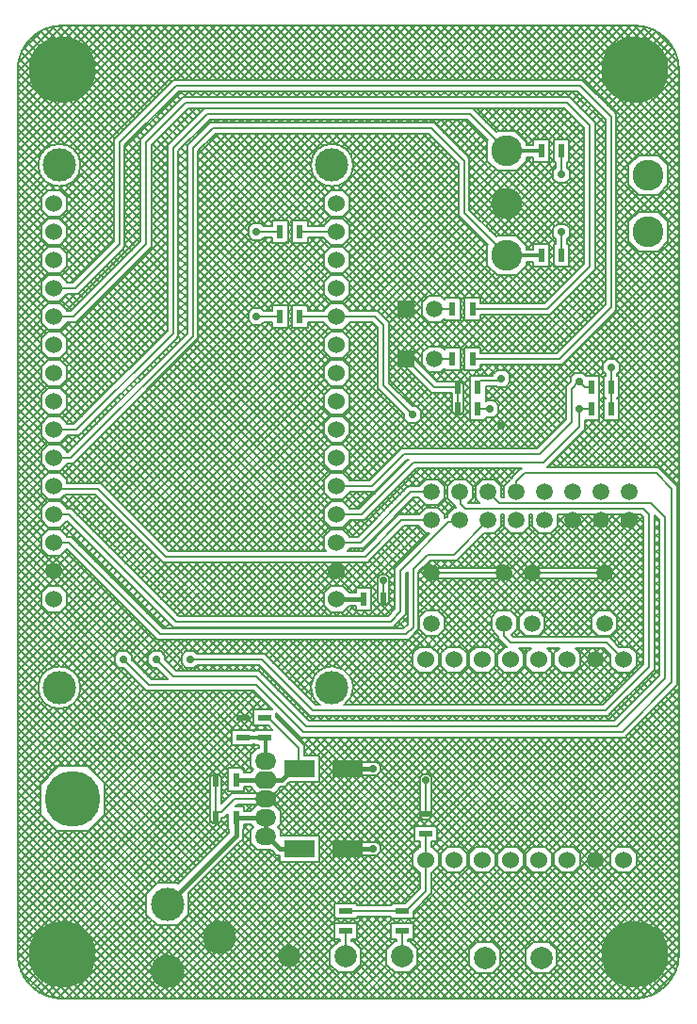
<source format=gbr>
%TF.GenerationSoftware,Altium Limited,Altium Designer,25.2.1 (25)*%
G04 Layer_Physical_Order=4*
G04 Layer_Color=16711680*
%FSLAX43Y43*%
%MOMM*%
%TF.SameCoordinates,B664DB7D-B6DB-4AC9-9DB7-209C64ECDA10*%
%TF.FilePolarity,Positive*%
%TF.FileFunction,Copper,L4,Bot,Signal*%
%TF.Part,Single*%
G01*
G75*
%TA.AperFunction,NonConductor*%
%ADD10C,0.203*%
%TA.AperFunction,Conductor*%
%ADD13C,0.200*%
%ADD14C,0.400*%
%TA.AperFunction,ComponentPad*%
%ADD15C,1.500*%
%ADD16R,1.500X1.500*%
%ADD17C,3.000*%
%ADD18C,1.524*%
%ADD19C,2.775*%
%ADD20C,2.000*%
%ADD21C,5.000*%
%ADD22O,1.900X1.550*%
%ADD23O,2.000X1.580*%
%ADD24C,6.000*%
%TA.AperFunction,ViaPad*%
%ADD25C,0.700*%
%TA.AperFunction,SMDPad,CuDef*%
%ADD26R,2.800X1.600*%
%ADD27R,0.600X1.250*%
%ADD28R,1.250X0.600*%
%TA.AperFunction,Conductor*%
%ADD29C,0.300*%
D10*
X59971Y84000D02*
G03*
X56000Y87971I-3971J0D01*
G01*
Y529D02*
G03*
X59971Y4500I0J3971D01*
G01*
X30682Y75430D02*
G03*
X30682Y75430I-1902J0D01*
G01*
X6172D02*
G03*
X6172Y75430I-1902J0D01*
G01*
X4500Y87971D02*
G03*
X529Y84000I0J-3971D01*
G01*
X30682Y28480D02*
G03*
X27696Y26918I-1902J0D01*
G01*
X29864D02*
G03*
X30682Y28480I-1084J1562D01*
G01*
X6172D02*
G03*
X6172Y28480I-1902J0D01*
G01*
X529Y4500D02*
G03*
X4500Y529I3971J0D01*
G01*
X55921Y87971D02*
X59971Y83921D01*
X55202Y87971D02*
X59971Y83202D01*
X56702Y87909D02*
X59909Y84702D01*
X57777Y87551D02*
X59551Y85777D01*
X54484Y87971D02*
X59971Y82484D01*
X53765Y87971D02*
X59971Y81765D01*
X53528Y80828D02*
X59136Y86436D01*
X53887Y80469D02*
X59426Y86008D01*
X52810Y81547D02*
X58416Y87152D01*
X52451Y81906D02*
X57985Y87440D01*
X53169Y81187D02*
X58799Y86817D01*
X51732Y82624D02*
X56961Y87853D01*
X52091Y82265D02*
X57503Y87676D01*
X51610Y87971D02*
X59971Y79610D01*
X50892Y87971D02*
X59971Y78892D01*
X53047Y87971D02*
X59971Y81047D01*
X52329Y87971D02*
X59971Y80329D01*
X57650Y76329D02*
X59971Y78650D01*
X56932Y76329D02*
X59971Y79369D01*
X58232Y76192D02*
X59971Y77932D01*
X54350Y78766D02*
X56787Y76329D01*
X56305D02*
X58095D01*
X58950Y75474D02*
X59971Y76495D01*
X58989Y74794D02*
X59971Y75777D01*
X58591Y75833D02*
X59971Y77214D01*
X58095Y76329D02*
X58989Y75435D01*
X54350Y78058D02*
X59971Y83679D01*
X54350Y78776D02*
X59953Y84380D01*
X54350Y77339D02*
X59971Y82961D01*
X54247Y80110D02*
X59665Y85529D01*
X54350Y79494D02*
X59846Y84991D01*
X54350Y75902D02*
X59971Y81524D01*
X54350Y75184D02*
X59971Y80806D01*
X54350Y76621D02*
X59971Y82242D01*
X54350Y79485D02*
X57505Y76329D01*
X54350Y79505D02*
Y80007D01*
X54099Y80258D02*
X54350Y80007D01*
Y79505D02*
Y80007D01*
X54099Y80258D02*
X54350Y80007D01*
X52195Y79495D02*
X52776Y80076D01*
X52445Y79026D02*
X53135Y79717D01*
X52445Y78743D02*
Y79245D01*
X52194Y79496D02*
X52445Y79245D01*
X52194Y79496D02*
X52445Y79245D01*
X51373Y82983D02*
X56346Y87956D01*
X51305Y83052D02*
X51556Y82801D01*
X51305Y83052D02*
X51556Y82801D01*
X50803Y83052D02*
X51305D01*
X50803D02*
X51305D01*
X51556Y82801D02*
X54099Y80258D01*
X51835Y79854D02*
X52417Y80435D01*
X51117Y80572D02*
X51698Y81153D01*
X51476Y80213D02*
X52057Y80794D01*
X54350Y77329D02*
X55828Y75851D01*
X54350Y78048D02*
X56187Y76210D01*
X54350Y76611D02*
X55468Y75492D01*
X52445Y76152D02*
X53346Y77054D01*
X52445Y76361D02*
X53346Y75459D01*
X55411Y75435D02*
X56305Y76329D01*
X54350Y75892D02*
X55411Y74831D01*
X52445Y75434D02*
X53346Y76336D01*
X52445Y75642D02*
X53346Y74740D01*
X52445Y78308D02*
X53346Y79210D01*
X52445Y78516D02*
X53346Y77614D01*
X52445Y78743D02*
Y79245D01*
Y79234D02*
X53346Y78332D01*
X52445Y76871D02*
X53346Y77773D01*
X52445Y77079D02*
X53346Y76177D01*
X52445Y77589D02*
X53346Y78491D01*
X52445Y77797D02*
X53346Y76896D01*
X58989Y74845D02*
X59971Y73863D01*
X58989Y74076D02*
X59971Y75058D01*
X58989Y74127D02*
X59971Y73144D01*
X58989Y73645D02*
Y75435D01*
X58095Y72751D02*
X58989Y73645D01*
X58206Y71138D02*
X59971Y72903D01*
X58152Y72808D02*
X59971Y70989D01*
X58870Y73527D02*
X59971Y72426D01*
X58511Y73168D02*
X59971Y71707D01*
X54350Y74456D02*
X57556Y71249D01*
X54350Y74465D02*
X59971Y80087D01*
X54350Y73737D02*
X56838Y71249D01*
X55411Y73645D02*
X56305Y72751D01*
X54350Y71592D02*
X55907Y73149D01*
X56881Y71249D02*
X59971Y74340D01*
X57599Y71249D02*
X59971Y73621D01*
X54350Y73019D02*
X56212Y71156D01*
X54350Y70873D02*
X56266Y72790D01*
X58924Y70419D02*
X59971Y71466D01*
X57491Y72751D02*
X59971Y70271D01*
X58989Y69765D02*
X59971Y70748D01*
X58565Y70778D02*
X59971Y72185D01*
X58095Y71249D02*
X58989Y70355D01*
Y69816D02*
X59971Y68834D01*
X58989Y69098D02*
X59971Y68115D01*
X58989Y68565D02*
Y70355D01*
Y69047D02*
X59971Y70029D01*
X56773Y72751D02*
X59971Y69552D01*
X56305Y72751D02*
X58095D01*
X56305Y71249D02*
X58095D01*
X54350Y70155D02*
X56946Y72751D01*
X55411Y70355D02*
X56305Y71249D01*
X54350Y63689D02*
X59971Y69311D01*
X54350Y68708D02*
X59971Y63086D01*
X54350Y69436D02*
X57664Y72751D01*
X54350Y69427D02*
X59971Y63805D01*
X55411Y73645D02*
Y75435D01*
X54350Y73029D02*
X55411Y74090D01*
X54350Y72310D02*
X55548Y73508D01*
X54350Y75174D02*
X55411Y74113D01*
X54350Y73747D02*
X55411Y74808D01*
X53346Y62894D02*
Y79505D01*
X54350Y62894D02*
Y79505D01*
X52445Y72768D02*
X53346Y71867D01*
X52445Y71842D02*
X53346Y72744D01*
X52445Y74205D02*
X53346Y73304D01*
X52445Y73997D02*
X53346Y74899D01*
X52445Y73279D02*
X53346Y74181D01*
X52445Y74716D02*
X53346Y75617D01*
X52445Y74924D02*
X53346Y74022D01*
X52445Y73487D02*
X53346Y72585D01*
X52445Y72560D02*
X53346Y73462D01*
X51441Y66545D02*
Y78743D01*
X52445Y66545D02*
Y78743D01*
X54350Y71582D02*
X55494Y70438D01*
X54350Y72300D02*
X55853Y70797D01*
X54350Y68718D02*
X55411Y69779D01*
X54350Y70863D02*
X55411Y69802D01*
X54350Y70145D02*
X55411Y69084D01*
Y68565D02*
Y70355D01*
X54350Y68000D02*
X55411Y69061D01*
X52445Y69176D02*
X53346Y68275D01*
X52445Y68250D02*
X53346Y69152D01*
X52445Y71332D02*
X53346Y70430D01*
X52445Y70405D02*
X53346Y71307D01*
X52445Y72050D02*
X53346Y71148D01*
X52445Y71124D02*
X53346Y72025D01*
X52445Y69895D02*
X53346Y68993D01*
X52445Y68968D02*
X53346Y69870D01*
X52445Y70613D02*
X53346Y69711D01*
X52445Y69687D02*
X53346Y70589D01*
X50723Y83052D02*
X55642Y87971D01*
X50004Y83052D02*
X54924Y87971D01*
X50399Y81291D02*
X50980Y81872D01*
X49630Y82048D02*
X50151Y81528D01*
X49917D02*
X50438Y82048D01*
X50173Y87971D02*
X59971Y78173D01*
X49455Y87971D02*
X59971Y77455D01*
X50803Y82048D02*
X53346Y79505D01*
X50349Y82048D02*
X53346Y79051D01*
X47131Y83052D02*
X52050Y87971D01*
X46412Y83052D02*
X51332Y87971D01*
X47849Y83052D02*
X52769Y87971D01*
X45694Y83052D02*
X50613Y87971D01*
X45863D02*
X50783Y83052D01*
X48736Y87971D02*
X59971Y76736D01*
X48018Y87971D02*
X59971Y76018D01*
X48567Y83052D02*
X53487Y87971D01*
X49286Y83052D02*
X54206Y87971D01*
X50758Y80932D02*
X51339Y81513D01*
X50151Y81528D02*
X52445Y79234D01*
X50413Y81277D02*
X52194Y79496D01*
X50162Y81528D02*
X50413Y81277D01*
X50162Y81528D02*
X50413Y81277D01*
X50102Y76683D02*
X51441Y78023D01*
X50102Y75965D02*
X51441Y77305D01*
X49708Y77727D02*
X51083Y79102D01*
X50102Y77402D02*
X51441Y78741D01*
X49660Y80524D02*
X51441Y78743D01*
X48999Y80524D02*
X51441Y78082D01*
X48271Y77727D02*
X50365Y79820D01*
X49660Y81528D02*
X50162D01*
X49660D02*
X50162D01*
X48281Y80524D02*
X51441Y77364D01*
X47562Y80524D02*
X51441Y76645D01*
X48990Y77727D02*
X50724Y79461D01*
X48698Y77727D02*
X50102D01*
X47475Y82048D02*
X47996Y81528D01*
X45144Y87971D02*
X50064Y83052D01*
X47762Y81528D02*
X48283Y82048D01*
X46757D02*
X47278Y81528D01*
X47043D02*
X47564Y82048D01*
X48912D02*
X49433Y81528D01*
X49199D02*
X49719Y82048D01*
X48194D02*
X48714Y81528D01*
X48480D02*
X49001Y82048D01*
X42989Y87971D02*
X47909Y83052D01*
X42820D02*
X47740Y87971D01*
X43538Y83052D02*
X48458Y87971D01*
X42102Y83052D02*
X47021Y87971D01*
X42271D02*
X47190Y83052D01*
X44426Y87971D02*
X49346Y83052D01*
X44975D02*
X49895Y87971D01*
X43707D02*
X48627Y83052D01*
X44257D02*
X49177Y87971D01*
X47553Y77727D02*
X50005Y80179D01*
X46844Y80524D02*
X49642Y77727D01*
X48205D02*
X48302Y77630D01*
X46898Y77252D02*
Y77727D01*
X48302D01*
Y76911D02*
X48698Y76515D01*
X48302Y76320D02*
X48698Y76717D01*
X48302Y77630D02*
X48698Y77233D01*
X48302Y77038D02*
X48698Y77435D01*
X45777Y78106D02*
X48195Y80524D01*
X46137Y77747D02*
X48914Y80524D01*
X45418Y78466D02*
X47477Y80524D01*
X44689D02*
X47486Y77727D01*
X46126Y80524D02*
X48923Y77727D01*
X46359Y77252D02*
X49632Y80524D01*
X45407D02*
X48205Y77727D01*
X46289Y77252D02*
X46898D01*
X50102Y77267D02*
X51441Y75927D01*
X49991Y75136D02*
X51441Y76586D01*
X50102Y76548D02*
X51441Y75209D01*
X50102Y75673D02*
Y77727D01*
X49902Y75226D02*
X50152Y74976D01*
X50102Y75830D02*
X51441Y74490D01*
X49902Y75311D02*
X51441Y73772D01*
X50152Y74578D02*
X51441Y75868D01*
X50152Y74224D02*
Y74976D01*
X47300Y87971D02*
X59971Y75300D01*
X46581Y87971D02*
X59971Y74581D01*
X46289Y76050D02*
X51441Y70898D01*
X49902Y75226D02*
Y75673D01*
X50102D01*
X45381Y69089D02*
X51441Y75149D01*
X45273Y74911D02*
X51441Y68743D01*
X46052Y75569D02*
X51441Y70180D01*
X45693Y75209D02*
X51441Y69461D01*
X50152Y74343D02*
X51441Y73053D01*
X49906Y70022D02*
X51441Y71557D01*
X50152Y69549D02*
X51441Y70839D01*
X50152Y69024D02*
Y69776D01*
X49902Y68774D02*
X50152Y69024D01*
Y69314D02*
X51441Y68024D01*
X49937Y68810D02*
X51441Y67306D01*
X50102Y68062D02*
X51441Y69402D01*
X49902Y68327D02*
Y68774D01*
X49852Y73924D02*
X51441Y72335D01*
X49209Y73848D02*
X51441Y71616D01*
X49317Y70152D02*
X51441Y72276D01*
X49776Y73848D02*
X50152Y74224D01*
X49776Y70152D02*
X50152Y69776D01*
X46106Y68377D02*
X51441Y73712D01*
X46299Y67852D02*
X51441Y72994D01*
X45747Y68737D02*
X51441Y74431D01*
X49902Y68581D02*
X51441Y70120D01*
X48698Y75796D02*
X48821Y75673D01*
X48698D02*
Y77727D01*
Y75673D02*
X48898D01*
X48302D02*
Y77727D01*
Y76193D02*
X48698Y75796D01*
X48821Y75673D02*
X48898Y75596D01*
Y75226D02*
Y75673D01*
X47384D02*
X48648Y74409D01*
X48103Y75673D02*
X48724Y75052D01*
X42626Y69926D02*
X48698Y75998D01*
X42267Y70285D02*
X47655Y75673D01*
X46898D02*
X48302D01*
X46898D02*
Y76148D01*
X41908Y70645D02*
X46937Y75673D01*
X37802Y79508D02*
X48898Y68412D01*
X42985Y69567D02*
X48898Y75480D01*
X38520Y79508D02*
X48648Y69380D01*
X41142Y75450D02*
X48265Y68327D01*
X49024Y73848D02*
X49776D01*
X48648Y74224D02*
X49024Y73848D01*
Y70152D02*
X49776D01*
X48648Y74976D02*
X48898Y75226D01*
X48648Y74224D02*
Y74976D01*
Y69776D02*
X49024Y70152D01*
X48898Y68327D02*
Y68774D01*
X48648Y69024D02*
Y69776D01*
Y69024D02*
X48898Y68774D01*
X44555Y74911D02*
X49314Y70152D01*
X43944Y69089D02*
X48864Y74009D01*
X43836Y74911D02*
X48810Y69937D01*
X43345Y69208D02*
X48648Y74512D01*
X44663Y69089D02*
X49422Y73848D01*
X48211Y68327D02*
X48778Y68894D01*
X41142Y74732D02*
X47547Y68327D01*
X47492D02*
X48648Y69483D01*
X58896Y68472D02*
X59971Y67397D01*
X58095Y67671D02*
X58989Y68565D01*
X58537Y68113D02*
X59971Y66679D01*
X55411Y68565D02*
X56305Y67671D01*
X58095D01*
X56824D02*
X59971Y64523D01*
X54350Y65835D02*
X59971Y60213D01*
X58178Y67754D02*
X59971Y65960D01*
X57542Y67671D02*
X59971Y65242D01*
X54350Y65126D02*
X56895Y67671D01*
X54350Y65844D02*
X56241Y67736D01*
X54350Y64408D02*
X57613Y67671D01*
X54350Y67281D02*
X55522Y68454D01*
X54350Y66563D02*
X55882Y68095D01*
X54350Y67271D02*
X59971Y61650D01*
X54350Y66553D02*
X59971Y60931D01*
X54350Y62971D02*
X59971Y68592D01*
X54350Y67990D02*
X59971Y62368D01*
X54652Y57525D02*
X59971Y62845D01*
X54350Y62961D02*
X59971Y57339D01*
X54402Y56557D02*
X59971Y62127D01*
X54350Y63679D02*
X59971Y58057D01*
X54652Y56874D02*
Y57626D01*
X54602Y54602D02*
X59971Y59971D01*
X54602Y54602D02*
X59971Y59971D01*
X54602Y56038D02*
X59971Y61408D01*
X54602Y55320D02*
X59971Y60690D01*
X54350Y64398D02*
X59971Y58776D01*
X53691Y58002D02*
X59971Y64282D01*
X54343Y57935D02*
X59971Y63564D01*
X54350Y65116D02*
X59971Y59494D01*
X54276Y58002D02*
X54652Y57626D01*
X53915Y61958D02*
X59971Y55902D01*
X53556Y61599D02*
X59971Y55184D01*
X51549Y56578D02*
X59971Y65000D01*
X54275Y62318D02*
X59971Y56621D01*
X52445Y66095D02*
X53346Y66996D01*
X52445Y67021D02*
X53346Y66119D01*
X52445Y66303D02*
X53346Y65401D01*
X52445Y66043D02*
Y66545D01*
Y66043D02*
Y66545D01*
X54099Y62142D02*
X54350Y62393D01*
X54099Y62142D02*
X54350Y62393D01*
Y62894D01*
Y62393D02*
Y62894D01*
X52445Y67740D02*
X53346Y66838D01*
X52445Y67531D02*
X53346Y68433D01*
X52445Y66813D02*
X53346Y67715D01*
X52445Y68458D02*
X53346Y67556D01*
X52194Y65792D02*
X52445Y66043D01*
X51856Y65455D02*
X53346Y63964D01*
X51760Y59803D02*
X53561Y58002D01*
X52194Y65792D02*
X52445Y66043D01*
X52215Y65814D02*
X53346Y64682D01*
X54402Y56624D02*
X54652Y56874D01*
X53524Y58002D02*
X54276D01*
X53198Y56527D02*
X53398D01*
X53148Y56874D02*
Y57626D01*
Y56874D02*
X53398Y56624D01*
X54402Y56527D02*
Y56624D01*
Y56527D02*
X54602D01*
X53398D02*
Y56624D01*
X53198Y54527D02*
Y56527D01*
X53148Y57626D02*
X53524Y58002D01*
X52802Y56394D02*
X53215Y56807D01*
X52216Y56527D02*
X53148Y57459D01*
X51601Y56527D02*
X52802D01*
Y54957D02*
X53198Y55354D01*
X52802Y55169D02*
X53198Y54773D01*
X52802Y55675D02*
X53198Y56072D01*
X52802Y55888D02*
X53198Y55491D01*
X54602Y55525D02*
X59971Y50155D01*
X54602Y56243D02*
X59971Y50873D01*
X54602Y54806D02*
X59971Y49436D01*
X54602Y53165D02*
X59971Y58535D01*
X54652Y56911D02*
X59971Y51592D01*
X54602Y53369D02*
X59971Y48000D01*
X55438Y48254D02*
X59971Y52787D01*
X54602Y54088D02*
X59971Y48718D01*
X54719Y48254D02*
X59971Y53506D01*
X52838Y60881D02*
X59971Y53747D01*
X52478Y60521D02*
X59971Y53029D01*
X52119Y60162D02*
X59971Y52310D01*
X53197Y61240D02*
X59971Y54465D01*
X54602Y53883D02*
X59971Y59253D01*
X53283Y48254D02*
X59971Y54942D01*
X54001Y48254D02*
X59971Y54224D01*
X51846Y48254D02*
X59971Y56379D01*
X52564Y48254D02*
X59971Y55661D01*
X59811Y46005D02*
X59971Y45844D01*
X59811Y46161D02*
X59971Y46321D01*
X59811Y45442D02*
X59971Y45603D01*
X59674Y46742D02*
X59971Y47040D01*
X59811Y46104D02*
Y46606D01*
Y44568D02*
X59971Y44407D01*
X59811Y44005D02*
X59971Y44166D01*
X59811Y45287D02*
X59971Y45126D01*
X59811Y44724D02*
X59971Y44885D01*
X58237Y48179D02*
X59971Y49914D01*
X57593Y48254D02*
X59971Y50632D01*
X58596Y47820D02*
X59971Y49195D01*
X56156Y48254D02*
X59971Y52069D01*
X56875Y48254D02*
X59971Y51350D01*
X54061Y52473D02*
X59971Y46563D01*
X59315Y47102D02*
X59971Y47758D01*
X54602Y52651D02*
X59971Y47281D01*
X58956Y47461D02*
X59971Y48477D01*
X54602Y54527D02*
Y56527D01*
X54527Y54527D02*
X54602Y54602D01*
X54527Y54527D02*
X54602Y54602D01*
X53198Y54527D02*
X53398D01*
X54402D02*
X54602D01*
X54402Y54473D02*
X54602D01*
Y52473D02*
Y54473D01*
X53198Y52473D02*
Y54473D01*
X53398D01*
X52802Y53520D02*
X53198Y53917D01*
X52802Y54451D02*
X53198Y54054D01*
X52802Y53733D02*
X53198Y53336D01*
X52802Y54527D02*
Y56527D01*
Y54238D02*
X53198Y54635D01*
X52802Y52802D02*
X53198Y53198D01*
X52802Y53014D02*
X53198Y52617D01*
X52802Y52473D02*
Y54473D01*
Y52802D02*
X53198Y53198D01*
X58163Y48254D02*
X58414Y48003D01*
X57661Y48254D02*
X58163D01*
X58414Y48003D01*
X53342Y52473D02*
X57562Y48254D01*
X57661D02*
X58163D01*
X59560Y46857D02*
X59811Y46606D01*
Y46104D02*
Y46606D01*
X58414Y48003D02*
X59560Y46857D01*
X59811Y46606D01*
X53198Y52617D02*
X53342Y52473D01*
X53198D02*
X54602D01*
X51502Y52220D02*
X51755Y52473D01*
X51502D02*
X52802D01*
X51905D02*
X56125Y48254D01*
X52624Y52473D02*
X56844Y48254D01*
X51502Y52140D02*
Y52473D01*
Y52159D02*
X55407Y48254D01*
X50102Y66625D02*
X51441Y67965D01*
X50102Y67344D02*
X51441Y68684D01*
X50102Y67927D02*
X51441Y66587D01*
X49902Y68327D02*
X50102D01*
Y66273D02*
Y68327D01*
Y67209D02*
X51104Y66207D01*
X51497Y65095D02*
X53346Y63246D01*
X50102Y66490D02*
X50744Y65848D01*
X49600Y66273D02*
X50385Y65489D01*
X48882Y66273D02*
X50026Y65129D01*
X47196Y63002D02*
X51441Y67247D01*
X48698Y66273D02*
X50102D01*
X48163D02*
X49667Y64770D01*
X46478Y63002D02*
X49750Y66273D01*
X45570Y58502D02*
X53346Y66278D01*
X46288Y58502D02*
X53346Y65560D01*
X47898Y63002D02*
X51441Y66545D01*
X48651Y62249D02*
X52194Y65792D01*
X51138Y64736D02*
X53163Y62711D01*
X50778Y64377D02*
X52804Y62352D01*
X50419Y64018D02*
X52444Y61992D01*
X50060Y63658D02*
X52085Y61633D01*
X49701Y63299D02*
X51726Y61274D01*
X49706Y57749D02*
X54099Y62142D01*
X51401Y59444D02*
X53184Y57661D01*
X49341Y62940D02*
X51367Y60915D01*
X48982Y62581D02*
X51008Y60555D01*
X48623Y62222D02*
X50648Y60196D01*
X47007Y58502D02*
X53346Y64841D01*
X48128Y61998D02*
X50289Y59837D01*
X46691Y61998D02*
X49571Y59119D01*
X47409Y61998D02*
X49930Y59478D01*
X48444Y58502D02*
X53346Y63404D01*
X48954Y58502D02*
X53346Y62894D01*
X47725Y58502D02*
X53346Y64123D01*
X48954Y57498D02*
X49455D01*
X48698Y68327D02*
X48898D01*
X48302Y67572D02*
X48698Y67175D01*
X48302Y66981D02*
X48698Y67377D01*
X48302Y68290D02*
X48698Y67894D01*
X48302Y67699D02*
X48698Y68096D01*
Y66273D02*
Y68327D01*
Y66457D02*
X48882Y66273D01*
X48302D02*
Y68327D01*
Y66854D02*
X48698Y66457D01*
X46898Y66273D02*
X48302D01*
X46289Y66711D02*
X48948Y64052D01*
X47445Y66273D02*
X49307Y64411D01*
X46898Y67852D02*
Y68327D01*
X48302D01*
X45041Y63002D02*
X48698Y66659D01*
X45759Y63002D02*
X49031Y66273D01*
X44323Y63002D02*
X47594Y66273D01*
X46083Y66199D02*
X48589Y63692D01*
X48400Y61998D02*
X48651Y62249D01*
X47898Y61998D02*
X48400D01*
X47898D02*
X48400D01*
X45723Y65840D02*
X48230Y63333D01*
X45334Y65511D02*
X47843Y63002D01*
X45254Y61998D02*
X48751Y58502D01*
X45973Y61998D02*
X49212Y58759D01*
X48400Y61998D02*
X48651Y62249D01*
X44852Y58502D02*
X48348Y61998D01*
X42102D02*
X47898D01*
X42102Y58502D02*
X48954D01*
X44615Y65511D02*
X47125Y63002D01*
X42102D02*
X47898D01*
X44133Y58502D02*
X47630Y61998D01*
X44536D02*
X48033Y58502D01*
X43415D02*
X46912Y61998D01*
X43817D02*
X47314Y58502D01*
X51042Y59085D02*
X53148Y56978D01*
X51004Y56752D02*
X59971Y65719D01*
X50323Y58366D02*
X52163Y56527D01*
X50624Y56752D02*
X51376D01*
X51601Y56527D01*
X50409Y48254D02*
X59971Y57816D01*
X51127Y48254D02*
X59971Y57098D01*
X50682Y58725D02*
X53198Y56209D01*
X50248Y56001D02*
Y56376D01*
X49964Y58007D02*
X51219Y56752D01*
X49605Y57648D02*
X50563Y56690D01*
X50248Y56376D02*
X50624Y56752D01*
X49036Y57498D02*
X50248Y56286D01*
X50041Y55794D02*
X50248Y56001D01*
X42784Y49968D02*
X59971Y67156D01*
X43502Y49968D02*
X59971Y66437D01*
X42065Y49968D02*
X59971Y67874D01*
X49790Y55543D02*
X50041Y55794D01*
X51251Y51387D02*
X51502Y51638D01*
X51251Y51387D02*
X51502Y51638D01*
X49966Y50102D02*
X51815Y48254D01*
X51502Y51638D02*
Y52140D01*
Y51638D02*
Y52140D01*
X51403Y51539D02*
X54688Y48254D01*
X51043Y51180D02*
X53970Y48254D01*
X50684Y50821D02*
X53252Y48254D01*
X50325Y50462D02*
X52533Y48254D01*
X48972D02*
X53198Y52480D01*
X48254Y48254D02*
X52473Y52473D01*
X48117Y48254D02*
X57661D01*
X48254D02*
X52473Y52473D01*
X48320Y48456D02*
X51251Y51387D01*
X49690Y48254D02*
X53910Y52473D01*
X49062Y44075D02*
X56518D01*
X49607Y49743D02*
X51096Y48254D01*
X49247Y49384D02*
X50378Y48254D01*
X49455Y57498D02*
X49706Y57749D01*
X48317Y57498D02*
X50032Y55784D01*
X49790Y55543D02*
X50041Y55794D01*
X49455Y57498D02*
X49706Y57749D01*
X48954Y57498D02*
X49455D01*
X46880D02*
X49790Y54588D01*
X46162Y57498D02*
X49790Y53870D01*
X47599Y57498D02*
X49790Y55307D01*
Y55041D02*
Y55543D01*
X44725Y57498D02*
X49720Y52504D01*
X44007Y57498D02*
X49360Y52145D01*
X45444Y57498D02*
X49790Y53152D01*
X43752Y53810D02*
X47440Y57498D01*
X42102D02*
X48954D01*
X41347Y49968D02*
X48877Y57498D01*
X44752Y56035D02*
X49001Y51786D01*
X40629Y49968D02*
X48159Y57498D01*
X44473Y55595D02*
X48642Y51426D01*
X47094Y49968D02*
X49790Y52664D01*
X46376Y49968D02*
X49790Y53383D01*
X47184Y49968D02*
X49790Y52575D01*
Y55041D02*
Y55543D01*
Y52575D02*
Y55041D01*
X48888Y49025D02*
X49659Y48254D01*
X48529Y48666D02*
X48941Y48254D01*
X48117D02*
X48320Y48456D01*
X48117Y48254D02*
X48320Y48456D01*
X43108Y55523D02*
X47924Y50708D01*
X43852Y55498D02*
X48283Y51067D01*
X42602Y55311D02*
X47564Y50349D01*
X43752Y53443D02*
X47205Y49990D01*
X44939Y49968D02*
X49790Y54819D01*
X45658Y49968D02*
X49790Y54101D01*
X44221Y49968D02*
X49790Y55538D01*
X35493Y49968D02*
X47184D01*
X44602Y82048D02*
X45122Y81528D01*
X44170D02*
X44690Y82048D01*
X44888Y81528D02*
X45409Y82048D01*
X43451Y81528D02*
X43972Y82048D01*
X43883D02*
X44404Y81528D01*
X46038Y82048D02*
X46559Y81528D01*
X46325D02*
X46846Y82048D01*
X45320D02*
X45841Y81528D01*
X45607D02*
X46127Y82048D01*
X40665Y83052D02*
X45585Y87971D01*
X40115D02*
X45035Y83052D01*
X40834Y87971D02*
X45754Y83052D01*
X39397Y87971D02*
X44317Y83052D01*
X39946D02*
X44866Y87971D01*
X41383Y83052D02*
X46303Y87971D01*
X41552D02*
X46472Y83052D01*
X43165Y82048D02*
X43685Y81528D01*
X41815Y80524D02*
X43850Y78489D01*
X45287D02*
X46289Y77487D01*
X44723Y78489D02*
X46759Y80524D01*
X46289Y77252D02*
Y77595D01*
X44005Y78489D02*
X46040Y80524D01*
X45395Y78489D02*
X46289Y77595D01*
Y77487D02*
X46525Y77252D01*
X46289Y76148D02*
X46898D01*
X46289Y75805D02*
Y76148D01*
X45395Y74911D02*
X46289Y75805D01*
X43252Y80524D02*
X45287Y78489D01*
X43016Y78937D02*
X44603Y80524D01*
X43375Y78578D02*
X45322Y80524D01*
X42656Y79296D02*
X43885Y80524D01*
X42533D02*
X44569Y78489D01*
X43970Y80524D02*
X46898Y77596D01*
X43605Y74911D02*
X45395D01*
X43605Y78489D02*
X45395D01*
X42711Y75805D02*
X43605Y74911D01*
X42446Y82048D02*
X42967Y81528D01*
X42014D02*
X42535Y82048D01*
X42733Y81528D02*
X43254Y82048D01*
X41728D02*
X42249Y81528D01*
X41579Y80374D02*
X41730Y80524D01*
X42297Y79655D02*
X43167Y80524D01*
X41692Y80261D02*
X43534Y78418D01*
X41938Y80014D02*
X42448Y80524D01*
X41441Y80512D02*
X41692Y80261D01*
X40578Y81528D02*
X41098Y82048D01*
X40291D02*
X40812Y81528D01*
X41009Y82048D02*
X41530Y81528D01*
X39573Y82048D02*
X40093Y81528D01*
X39859D02*
X40380Y82048D01*
X41296Y81528D02*
X41817Y82048D01*
X41441Y80512D02*
X41692Y80261D01*
X40939Y80512D02*
X41441D01*
X40939D02*
X41441D01*
X43534Y78418D02*
X43605Y78489D01*
X40939Y79508D02*
X42782Y77666D01*
X42711Y77595D02*
X42782Y77666D01*
X41004Y76207D02*
X42622Y77825D01*
X42711Y75805D02*
Y77595D01*
X41142Y75626D02*
X42711Y77195D01*
X41142Y74907D02*
X42711Y76477D01*
X41142Y75568D02*
Y76070D01*
Y75568D02*
Y76070D01*
X40676Y79508D02*
X42711Y77473D01*
X40286Y76925D02*
X41904Y78544D01*
X39568Y77644D02*
X41186Y79262D01*
X39927Y77285D02*
X41545Y78903D01*
X39957Y79508D02*
X42711Y76755D01*
X40645Y76566D02*
X42263Y78184D01*
X40891Y76321D02*
X41142Y76070D01*
X40891Y76321D02*
X41142Y76070D01*
X45395Y69089D02*
X46289Y68195D01*
X45348Y69089D02*
X46289Y68148D01*
Y67852D02*
Y68195D01*
X43534Y69018D02*
X43605Y69089D01*
X45395D01*
X46289Y66748D02*
X46898D01*
Y66273D02*
Y66748D01*
X46289Y68148D02*
X46585Y67852D01*
X46289D02*
X46898D01*
X41549Y71004D02*
X46693Y76148D01*
X41189Y71363D02*
X44737Y74911D01*
X41142Y73295D02*
X45348Y69089D01*
X41142Y72752D02*
X43453Y75063D01*
X41142Y72034D02*
X44019Y74911D01*
X41142Y74014D02*
X46898Y68257D01*
X41142Y72577D02*
X44629Y69089D01*
X41142Y71858D02*
X43911Y69089D01*
X41142Y71411D02*
X43534Y69018D01*
X46289Y66405D02*
Y66748D01*
X42886Y63002D02*
X46633Y66748D01*
X45395Y65511D02*
X46289Y66405D01*
X42711D02*
X43605Y65511D01*
X45395D01*
X43604Y63002D02*
X46898Y66296D01*
X43099Y61998D02*
X46596Y58502D01*
X43897Y65511D02*
X46406Y63002D01*
X42696Y58502D02*
X46193Y61998D01*
X42167Y63002D02*
X44677Y65511D01*
X41784Y59027D02*
X44756Y61998D01*
X42102Y58625D02*
X45475Y61998D01*
X41974Y63527D02*
X43958Y65511D01*
X41066Y59027D02*
X44038Y61998D01*
X42380D02*
X45877Y58502D01*
X42102Y61559D02*
X45159Y58502D01*
X40750Y61473D02*
X43722Y58502D01*
X41469Y61473D02*
X44440Y58502D01*
X41142Y73471D02*
X43094Y75423D01*
X40389Y70658D02*
X42782Y68266D01*
X42711Y68195D02*
X42782Y68266D01*
X41142Y74189D02*
X42734Y75782D01*
X41142Y71411D02*
Y75568D01*
X42711Y66405D02*
Y68195D01*
X41256Y63527D02*
X43423Y65694D01*
X40698Y61473D02*
Y63527D01*
X42102D01*
X40138Y70909D02*
X40389Y70658D01*
X40138Y70909D02*
Y71411D01*
Y70909D02*
X40389Y70658D01*
X40138Y71411D02*
Y75568D01*
Y70909D02*
Y71411D01*
X39819Y63527D02*
X42711Y66419D01*
X40302Y63291D02*
X43063Y66053D01*
X40134Y63527D02*
X40302Y63359D01*
Y61473D02*
Y63527D01*
X42102Y61499D02*
X42601Y61998D01*
X42102Y61473D02*
Y61998D01*
X40698Y59027D02*
X42102D01*
Y63002D02*
Y63527D01*
X40698Y61473D02*
X42102D01*
Y58502D02*
Y59027D01*
Y58685D02*
X42285Y58502D01*
X40302Y56973D02*
Y59027D01*
X40698Y56973D02*
Y59027D01*
X40302Y62640D02*
X40698Y62244D01*
X40302Y61854D02*
X40698Y62251D01*
X40302Y63359D02*
X40698Y62962D01*
X40302Y62573D02*
X40698Y62969D01*
X40302Y58981D02*
X43319Y61998D01*
X40032Y61473D02*
X43004Y58502D01*
X40302Y61922D02*
X40698Y61525D01*
X39629Y59027D02*
X42076Y61473D01*
X37242Y87971D02*
X42161Y83052D01*
X37073D02*
X41992Y87971D01*
X37791Y83052D02*
X42711Y87971D01*
X36354Y83052D02*
X41274Y87971D01*
X36523D02*
X41443Y83052D01*
X38679Y87971D02*
X43598Y83052D01*
X39228D02*
X44148Y87971D01*
X37960D02*
X42880Y83052D01*
X38509D02*
X43429Y87971D01*
X33481Y83052D02*
X38400Y87971D01*
X32931D02*
X37851Y83052D01*
X33650Y87971D02*
X38569Y83052D01*
X32213Y87971D02*
X37133Y83052D01*
X32762D02*
X37682Y87971D01*
X35636Y83052D02*
X40556Y87971D01*
X35805D02*
X40725Y83052D01*
X34917D02*
X39837Y87971D01*
X35086D02*
X40006Y83052D01*
X38854Y82048D02*
X39375Y81528D01*
X38422D02*
X38943Y82048D01*
X39141Y81528D02*
X39662Y82048D01*
X37704Y81528D02*
X38225Y82048D01*
X38136D02*
X38657Y81528D01*
X38131Y79081D02*
X38558Y79508D01*
X38490Y78721D02*
X39277Y79508D01*
X37970Y79242D02*
X38221Y78991D01*
X37970Y79242D02*
X38221Y78991D01*
X34368Y87971D02*
X39288Y83052D01*
X34199D02*
X39119Y87971D01*
X37417Y82048D02*
X37938Y81528D01*
X36699Y82048D02*
X37220Y81528D01*
X36985D02*
X37506Y82048D01*
X37468Y79242D02*
X37970D01*
X37468D02*
X37970D01*
X37084Y79508D02*
X37350Y79242D01*
X37573D02*
X37840Y79508D01*
X34544Y82048D02*
X35064Y81528D01*
X34112D02*
X34633Y82048D01*
X34830Y81528D02*
X35351Y82048D01*
X33393Y81528D02*
X33914Y82048D01*
X33825D02*
X34346Y81528D01*
X35980Y82048D02*
X36501Y81528D01*
X36267D02*
X36788Y82048D01*
X35262D02*
X35783Y81528D01*
X35549D02*
X36069Y82048D01*
X31494Y87971D02*
X36414Y83052D01*
X31325D02*
X36245Y87971D01*
X32044Y83052D02*
X36963Y87971D01*
X31238Y81528D02*
X31759Y82048D01*
X31670D02*
X32191Y81528D01*
X32675D02*
X33196Y82048D01*
X33107D02*
X33628Y81528D01*
X31957D02*
X32477Y82048D01*
X32388D02*
X32909Y81528D01*
X34928Y79508D02*
X35195Y79242D01*
X34699D02*
X34966Y79508D01*
X35418Y79242D02*
X35685Y79508D01*
X33981Y79242D02*
X34248Y79508D01*
X34210D02*
X34477Y79242D01*
X36365Y79508D02*
X36632Y79242D01*
X36855D02*
X37122Y79508D01*
X35647D02*
X35914Y79242D01*
X36136D02*
X36403Y79508D01*
X31826Y79242D02*
X32093Y79508D01*
X32055D02*
X32321Y79242D01*
X31107D02*
X31374Y79508D01*
X31336D02*
X31603Y79242D01*
X33263D02*
X33529Y79508D01*
X33492D02*
X33758Y79242D01*
X32544D02*
X32811Y79508D01*
X32773D02*
X33040Y79242D01*
X39239Y79508D02*
X42711Y76036D01*
X39208Y78003D02*
X40714Y79508D01*
X38221Y78991D02*
X40891Y76321D01*
X38849Y78362D02*
X39995Y79508D01*
X37468Y78238D02*
X40138Y75568D01*
X35480Y78238D02*
X40138Y73580D01*
X34762Y78238D02*
X40138Y72862D01*
X36917Y78238D02*
X40138Y75017D01*
X36198Y78238D02*
X40138Y74298D01*
X32606Y78238D02*
X42711Y68134D01*
X31888Y78238D02*
X42711Y67415D01*
X31169Y78238D02*
X42711Y66697D01*
X34043Y78238D02*
X40138Y72143D01*
X33325Y78238D02*
X40138Y71425D01*
X32886Y62342D02*
X40796Y70251D01*
X33252Y61989D02*
X41155Y69892D01*
X31449Y62342D02*
X40138Y71031D01*
X32168Y62342D02*
X40437Y70611D01*
X39100Y63527D02*
X42711Y67137D01*
X38898Y63527D02*
X40302D01*
X38898Y61473D02*
X40302D01*
X38576Y63652D02*
X38898Y63329D01*
Y63527D01*
X38911Y59027D02*
X41358Y61473D01*
X39313D02*
X41760Y59027D01*
X38648Y61420D02*
X41042Y59027D01*
X38898D02*
X40302D01*
X37788Y63652D02*
X42592Y68455D01*
X33903Y60484D02*
X42233Y68815D01*
X38507Y63652D02*
X42711Y67856D01*
X33611Y61629D02*
X41515Y69533D01*
X33903Y61203D02*
X41874Y69174D01*
X38317Y59152D02*
X40698Y61533D01*
X38002Y61348D02*
X40698Y58652D01*
X35971Y58242D02*
X39202Y61473D01*
X37599Y59152D02*
X39921Y61473D01*
X37424Y63652D02*
X38576D01*
X36848Y61924D02*
X37424Y61348D01*
X38898Y61473D02*
Y61671D01*
X36848Y63076D02*
X37424Y63652D01*
X36848Y61924D02*
Y63076D01*
X38576Y61348D02*
X38898Y61671D01*
X35512Y58502D02*
X38359Y61348D01*
X33903Y58329D02*
X37173Y61599D01*
X33903Y57611D02*
X37640Y61348D01*
X32899Y62342D02*
X33150Y62091D01*
X32899Y62342D02*
X33150Y62091D01*
X33652Y61589D01*
X32397Y62342D02*
X32899D01*
X32397D02*
X32899D01*
X33903Y59766D02*
X36848Y62712D01*
X33903Y59047D02*
X36848Y61993D01*
X33652Y61589D02*
X33903Y61338D01*
X33652Y61589D02*
X33903Y61338D01*
X38898Y58829D02*
Y59027D01*
X38576Y59152D02*
X38898Y58829D01*
X38806Y58922D02*
X38898Y59014D01*
X37424Y61348D02*
X38576D01*
X37424Y59152D02*
X38576D01*
X33903Y60418D02*
X36848Y57473D01*
Y58576D02*
X37424Y59152D01*
X33903Y59700D02*
X35155Y58447D01*
X33903Y58982D02*
X34958Y57926D01*
X33903Y60836D02*
Y61338D01*
Y60836D02*
Y61338D01*
X32397Y61338D02*
X32899Y60836D01*
X32264Y61338D02*
X32899Y60703D01*
X33903Y61137D02*
X36848Y58191D01*
X33903Y55850D02*
Y60836D01*
X31546Y61338D02*
X32899Y59985D01*
Y55850D02*
Y60836D01*
X44582Y56795D02*
X45285Y57498D01*
X44070Y57002D02*
X44567Y57498D01*
X44376Y57002D02*
X44752Y56626D01*
X43288Y57498D02*
X43785Y57002D01*
X43624D02*
X44376D01*
X44752Y56246D02*
X46004Y57498D01*
X43426Y54202D02*
X46722Y57498D01*
X43248Y56527D02*
Y56626D01*
X44752Y55874D02*
Y56626D01*
X42570Y57498D02*
X43345Y56723D01*
X42102Y57188D02*
X42412Y57498D01*
X43248Y56626D02*
X43624Y57002D01*
X41658Y56973D02*
X42105Y56527D01*
X41849D02*
X42351D01*
X42158D02*
X43130Y57498D01*
X42877Y56527D02*
X43848Y57498D01*
X42102Y57248D02*
X42823Y56527D01*
X41849D02*
X42351D01*
X44376Y55498D02*
X44752Y55874D01*
X43389Y55523D02*
X43599D01*
X43624Y55498D02*
X44376D01*
X43389Y55523D02*
X43599D01*
X42624Y54252D02*
X43376D01*
X42757D02*
X44004Y55498D01*
X43376Y52748D02*
X43752Y53124D01*
X43376Y54252D02*
X43752Y53876D01*
Y53124D02*
Y53876D01*
X42602Y56527D02*
X43248D01*
X42351D02*
X42602D01*
Y55523D02*
X43389D01*
X41849Y56527D02*
X42351D01*
X42602D01*
Y54815D02*
X43310Y55523D01*
X42602Y54593D02*
X42943Y54252D01*
X42602Y54527D02*
Y55523D01*
Y54229D02*
Y54473D01*
X42102Y56973D02*
Y57498D01*
X41887Y56973D02*
X42102Y57188D01*
X40698Y56973D02*
X42102D01*
X40302Y57611D02*
X40698Y57215D01*
X40940Y56973D02*
X41386Y56527D01*
X41440D02*
X41887Y56973D01*
X41198Y56527D02*
X41849D01*
X41198Y54527D02*
Y56527D01*
X40602Y55688D02*
X41198Y56285D01*
X40302Y57544D02*
X40698Y57941D01*
X40302Y58330D02*
X40698Y57933D01*
X39478Y56002D02*
X40698Y57222D01*
X40302Y58262D02*
X40698Y58659D01*
X39849Y56002D02*
X40351D01*
X40221Y56973D02*
X41198Y55996D01*
X39503Y56973D02*
X41198Y55278D01*
X40196Y56002D02*
X41168Y56973D01*
X39849Y56002D02*
X40351D01*
X40602Y55156D02*
X41198Y54559D01*
X40602Y54970D02*
X41198Y55567D01*
X40602Y54252D02*
X41198Y54848D01*
X40602Y55249D02*
Y55751D01*
Y55249D02*
Y55751D01*
Y53533D02*
X41198Y54130D01*
X40602Y53719D02*
X41198Y53123D01*
X40602Y53249D02*
Y55249D01*
Y54438D02*
X41198Y53841D01*
X40351Y56002D02*
X40602Y55751D01*
X40351Y56002D02*
X40602Y55751D01*
X39323Y54998D02*
X39598Y54723D01*
Y53249D02*
Y54998D01*
X40351Y52998D02*
X40602Y53249D01*
X39849Y52998D02*
X40351D01*
X39598Y53286D02*
X39886Y52998D01*
X39598Y53249D02*
X39849Y52998D01*
X43552Y52924D02*
X46508Y49968D01*
X43009Y52748D02*
X45790Y49968D01*
X44679Y48205D02*
X45251Y47633D01*
X42624Y52748D02*
X43376D01*
X43960Y48205D02*
X44892Y47274D01*
X43503Y47095D02*
X44613Y48205D01*
X43862Y46736D02*
X45332Y48205D01*
X42881Y47192D02*
X43895Y48205D01*
X43242D02*
X44525Y46922D01*
X40477Y53125D02*
X43634Y49968D01*
X39886Y52998D02*
X42916Y49968D01*
X41848Y52473D02*
X44353Y49968D01*
X42602Y52660D02*
X42690Y52748D01*
X41198Y52473D02*
X42602D01*
X42566D02*
X45071Y49968D01*
X42523Y48205D02*
X44218Y46510D01*
X41805Y48205D02*
X42819Y47192D01*
X41442Y46471D02*
X43176Y48205D01*
X45620Y48003D02*
X45823Y48205D01*
X45620Y48003D02*
X45823Y48205D01*
X45119Y47502D02*
X45620Y48003D01*
X45397Y48205D02*
X45610Y47993D01*
X44868Y47251D02*
X45119Y47502D01*
X44868Y47251D02*
X45119Y47502D01*
X46522Y44075D02*
X46758D01*
X44218Y46616D02*
X44794Y47192D01*
X44218Y45587D02*
Y46616D01*
X43982Y46137D02*
X44218Y46374D01*
X43982Y45641D02*
Y46616D01*
Y46029D02*
X44218Y45792D01*
X42254Y47192D02*
X43406D01*
X43982Y46616D01*
X44150Y45587D02*
X44218Y45655D01*
X44036Y45587D02*
X44218D01*
X43982Y45641D02*
X44036Y45587D01*
X43982Y44075D02*
X44218D01*
X42602Y52473D02*
Y52771D01*
X42416Y52473D02*
X42602Y52660D01*
X41087Y48205D02*
X42177Y47115D01*
X41198Y52473D02*
Y54473D01*
X40726Y47192D02*
X41740Y48205D01*
X41155Y46902D02*
X42458Y48205D01*
X41678Y46616D02*
X42254Y47192D01*
X40866D02*
X41442Y46616D01*
Y45464D02*
Y46616D01*
X39910Y49968D02*
X42416Y52473D01*
X39192Y49968D02*
X41697Y52473D01*
X39714Y47192D02*
X40866D01*
X38931Y48205D02*
X39945Y47192D01*
X39650Y48205D02*
X40664Y47192D01*
X40007D02*
X41021Y48205D01*
X40368D02*
X41818Y46756D01*
X39138Y46616D02*
X39714Y47192D01*
X39138Y45464D02*
Y46616D01*
X41678Y45464D02*
Y46616D01*
X41442Y45752D02*
X41678Y45989D01*
X41056Y45079D02*
X42064D01*
X41442Y46414D02*
X41678Y46177D01*
X41056Y45079D02*
X41442Y45464D01*
Y45695D02*
X42058Y45079D01*
X41678Y45464D02*
X42064Y45079D01*
X41486D02*
X41775Y45367D01*
X41198Y45220D02*
X41340Y45079D01*
X39832Y44759D02*
Y44888D01*
Y44759D02*
Y44888D01*
X39138Y45464D02*
X39714Y44888D01*
X39832D01*
Y44759D02*
X39940Y44652D01*
X39832Y44759D02*
X39940Y44652D01*
X39138Y44076D02*
X39714Y44652D01*
X39940D01*
X38576Y56848D02*
X38898Y57171D01*
X38126Y56086D02*
X39013Y56973D01*
X38898D02*
X40302D01*
X38898D02*
Y57171D01*
X37767Y56446D02*
X38169Y56848D01*
X38743Y57015D02*
X39756Y56002D01*
X38211D02*
X39849D01*
X38759D02*
X39731Y56973D01*
X38191Y56848D02*
X39038Y56002D01*
X37473Y56848D02*
X38319Y56002D01*
X35711Y58502D02*
X38211Y56002D01*
X37424Y56848D02*
X38576D01*
X36848Y57473D02*
X37473Y56848D01*
X36848Y57424D02*
X37424Y56848D01*
X33903Y58263D02*
X42198Y49968D01*
X33903Y57545D02*
X41479Y49968D01*
X34958Y57749D02*
X37458Y55249D01*
X33903Y56826D02*
X40761Y49968D01*
X37709Y54998D02*
X38211D01*
X37709D02*
X38211D01*
X39598D01*
X37458Y55249D02*
X37709Y54998D01*
X37458Y55249D02*
X37709Y54998D01*
X37755Y49968D02*
X41198Y53412D01*
X38473Y49968D02*
X41198Y52693D01*
X38604Y54998D02*
X39598Y54004D01*
X37886Y54998D02*
X39598Y53286D01*
X36318Y49968D02*
X39599Y53249D01*
X35600Y49968D02*
X39598Y53967D01*
X36325Y52248D02*
X38606Y49968D01*
X36443Y53685D02*
X37756Y54998D01*
X36752Y53275D02*
X38475Y54998D01*
X37037Y49968D02*
X40067Y52998D01*
X36385Y48205D02*
X45823D01*
X36752Y53259D02*
X40042Y49968D01*
X36710Y52582D02*
X39324Y49968D01*
X36330Y57883D02*
X36848Y58401D01*
X35209Y58502D02*
X35711D01*
X36689Y57523D02*
X36848Y57683D01*
X34958Y58251D02*
X35209Y58502D01*
X34958Y57749D02*
Y58251D01*
X36848Y57424D02*
Y58576D01*
X35537Y54216D02*
X37014Y55693D01*
X34818Y54934D02*
X36296Y56412D01*
X35178Y54575D02*
X36655Y56052D01*
X33903Y56174D02*
X35218Y57489D01*
X33903Y56892D02*
X34958Y57948D01*
X34100Y55653D02*
X35577Y57130D01*
X32899Y55348D02*
Y55850D01*
Y55348D02*
Y55850D01*
X33903Y56108D02*
X36259Y53752D01*
X33903Y55850D02*
X36001Y53752D01*
X34459Y55293D02*
X35937Y56771D01*
X32899Y55348D02*
X33150Y55097D01*
X36376Y53752D02*
X36752Y53376D01*
X35896Y53856D02*
X37374Y55334D01*
X36752Y52624D02*
Y53376D01*
X36001Y53752D02*
X36376D01*
X35248Y52624D02*
X35624Y52248D01*
X36376D02*
X36752Y52624D01*
X35624Y52248D02*
X36376D01*
X35493Y48965D02*
X35639D01*
X35396Y48867D02*
X35469Y48794D01*
X35248Y52624D02*
Y52999D01*
X34992Y49968D02*
X35493D01*
X32899Y55348D02*
X33150Y55097D01*
X35248Y52999D01*
X34992Y49968D02*
X35493D01*
X35037Y48508D02*
X35110Y48435D01*
X34741Y49717D02*
X34992Y49968D01*
X34741Y49717D02*
X34992Y49968D01*
X38448Y47069D02*
X39584Y48205D01*
X38213D02*
X39470Y46948D01*
X38807Y46710D02*
X40303Y48205D01*
X37852Y47192D02*
X38866Y48205D01*
X38326Y47192D02*
X38902Y46616D01*
Y46086D02*
X39138Y46323D01*
X38902Y46080D02*
X39138Y45843D01*
X37495Y48205D02*
X39138Y46562D01*
X38902Y45464D02*
Y46616D01*
X32015Y47102D02*
X39598Y54685D01*
X31296Y47102D02*
X39193Y54998D01*
X37174Y47192D02*
X38326D01*
X36776Y48205D02*
X37790Y47192D01*
X36221Y48042D02*
X37123Y47140D01*
X35765Y46542D02*
X37429Y48205D01*
X36484Y46542D02*
X38147Y48205D01*
X35862Y47683D02*
X36764Y46781D01*
X36598Y46616D02*
X37174Y47192D01*
X38326Y44888D02*
X38902Y45464D01*
X38186Y44652D02*
X39138Y45604D01*
X37938Y44888D02*
X38175Y44652D01*
X37219Y44888D02*
X37456Y44652D01*
X37467D02*
X37704Y44888D01*
X38850Y45413D02*
X39663Y44600D01*
X38615Y44362D02*
X39428Y45175D01*
X38491Y45054D02*
X39304Y44241D01*
X38326Y44652D02*
X38902Y44076D01*
X37174Y44888D02*
X38326D01*
X37174Y44652D02*
X38326D01*
X36598Y45509D02*
X37219Y44888D01*
X36598Y45464D02*
X37174Y44888D01*
X36099Y44002D02*
X37080Y44983D01*
X36598Y44076D02*
X37174Y44652D01*
X35991Y45398D02*
X36956Y44433D01*
X35381Y44002D02*
X36721Y45342D01*
X35629Y46542D02*
X36131D01*
X35503Y47323D02*
X36285Y46542D01*
X36131D02*
X36598D01*
X34677Y48149D02*
X34750Y48076D01*
X35629Y46542D02*
X36131D01*
X35378Y46291D02*
X35629Y46542D01*
X35378Y46291D02*
X35629Y46542D01*
X35144Y46964D02*
X35598Y46510D01*
X34784Y46605D02*
X35238Y46151D01*
X34318Y47790D02*
X34391Y47717D01*
X32125Y47102D02*
X34741Y49717D01*
X33959Y47431D02*
X34032Y47357D01*
X33600Y47071D02*
X33673Y46998D01*
X33240Y46712D02*
X33314Y46639D01*
X32878Y46349D02*
X35493Y48965D01*
X31236Y44562D02*
X35632Y48958D01*
X32881Y46353D02*
X32954Y46280D01*
X32627Y46098D02*
X32878Y46349D01*
X36131Y45538D02*
X36598D01*
X35632Y45039D02*
X36598Y44073D01*
X34740Y44002D02*
X35242D01*
X34425Y46246D02*
X34879Y45792D01*
X34066Y45887D02*
X34520Y45432D01*
X35272Y44680D02*
X35951Y44002D01*
X35242D02*
X36598D01*
X34913Y44321D02*
X35233Y44002D01*
X34740D02*
X35242D01*
X32627Y46098D02*
X32878Y46349D01*
X32125Y46098D02*
X32627D01*
X32417D02*
X32595Y45921D01*
X32125Y46098D02*
X32627D01*
X33707Y45527D02*
X34161Y45073D01*
X33348Y45168D02*
X33802Y44714D01*
X31699Y46098D02*
X32236Y45561D01*
X32988Y44809D02*
X33442Y44355D01*
X59811Y40413D02*
X59971Y40574D01*
X59811Y40976D02*
X59971Y40815D01*
X59811Y40258D02*
X59971Y40097D01*
X59811Y41695D02*
X59971Y41534D01*
X59811Y41132D02*
X59971Y41292D01*
X59811Y38976D02*
X59971Y39137D01*
X59811Y38821D02*
X59971Y38660D01*
X59811Y39695D02*
X59971Y39856D01*
X59811Y39539D02*
X59971Y39379D01*
X59811Y42568D02*
X59971Y42729D01*
X59811Y43131D02*
X59971Y42971D01*
X59811Y42413D02*
X59971Y42252D01*
X59811Y43850D02*
X59971Y43689D01*
X59811Y43287D02*
X59971Y43448D01*
X59811Y41850D02*
X59971Y42011D01*
X57779Y39416D02*
X58172Y39022D01*
X57779Y42290D02*
X58172Y41896D01*
X57779Y39100D02*
X58172Y39493D01*
X59811Y36821D02*
X59971Y36982D01*
X59811Y37384D02*
X59971Y37223D01*
X59811Y36666D02*
X59971Y36505D01*
X59811Y38102D02*
X59971Y37942D01*
X59811Y37540D02*
X59971Y37700D01*
X59811Y35384D02*
X59971Y35545D01*
X59811Y35229D02*
X59971Y35068D01*
X59811Y36103D02*
X59971Y36264D01*
X59811Y35947D02*
X59971Y35786D01*
X59811Y38258D02*
X59971Y38419D01*
X57779Y37663D02*
X58172Y38057D01*
X57779Y37979D02*
X58172Y37585D01*
X57779Y38381D02*
X58172Y38775D01*
X57779Y38698D02*
X58172Y38304D01*
X57779Y36226D02*
X58172Y36620D01*
X57779Y36542D02*
X58172Y36149D01*
X57779Y36944D02*
X58172Y37338D01*
X57779Y37261D02*
X58172Y36867D01*
X57779Y43958D02*
X58172Y43564D01*
X57779Y43818D02*
Y43958D01*
Y43410D02*
X58053Y43684D01*
X56518Y44075D02*
X56775Y43818D01*
X57779D02*
Y43958D01*
Y43008D02*
X58172Y42614D01*
X57779Y41973D02*
X58172Y42367D01*
X57779Y43727D02*
X58172Y43333D01*
X57779Y42692D02*
X58172Y43086D01*
X54556Y44075D02*
X56775Y41856D01*
X53838Y44075D02*
X56775Y41138D01*
X53119Y44075D02*
X56775Y40419D01*
X55993Y44075D02*
X56775Y43293D01*
X55275Y44075D02*
X56775Y42575D01*
X52902Y39252D02*
X56775Y43125D01*
X53560Y39192D02*
X56775Y42407D01*
X52401Y44075D02*
X56775Y39701D01*
X52183Y39252D02*
X56763Y43831D01*
X57779Y40853D02*
X58172Y40459D01*
X57779Y40536D02*
X58172Y40930D01*
X57779Y39818D02*
X58172Y40212D01*
X57779Y41255D02*
X58172Y41649D01*
X57779Y41571D02*
X58172Y41178D01*
X57779Y35508D02*
X58172Y35901D01*
X57779Y35824D02*
X58172Y35430D01*
X57779Y40134D02*
X58172Y39741D01*
X54312Y34915D02*
X56775Y37378D01*
X53752Y38665D02*
X56775Y41689D01*
X53501Y38248D02*
X53752Y38499D01*
X53501Y39252D02*
X53752Y39001D01*
Y38499D02*
Y39001D01*
X53709Y38457D02*
X56775Y35390D01*
X53953Y35274D02*
X56775Y38096D01*
X53362Y35402D02*
X56775Y38815D01*
X52674Y35402D02*
X53826D01*
X59811Y33792D02*
X59971Y33631D01*
X59811Y33947D02*
X59971Y34108D01*
X59811Y33229D02*
X59971Y33390D01*
X59811Y34666D02*
X59971Y34827D01*
X59811Y34510D02*
X59971Y34350D01*
Y4500D02*
Y84000D01*
X59811Y33074D02*
X59971Y32913D01*
X59811Y29207D02*
Y46104D01*
X58172Y29588D02*
Y43564D01*
X57779Y34387D02*
X58172Y33993D01*
X57779Y34071D02*
X58172Y34465D01*
X57779Y33352D02*
X58172Y33746D01*
X57779Y34789D02*
X58172Y35183D01*
X57779Y35106D02*
X58172Y34712D01*
X57779Y33669D02*
X58172Y33275D01*
X57779Y32634D02*
X58172Y33028D01*
X57779Y30604D02*
Y43818D01*
X54143Y32590D02*
X56775Y35223D01*
X59811Y31637D02*
X59971Y31476D01*
X59811Y31792D02*
X59971Y31953D01*
X59811Y31074D02*
X59971Y31235D01*
X59811Y32511D02*
X59971Y32671D01*
X59811Y32355D02*
X59971Y32194D01*
X59811Y30918D02*
X59971Y30757D01*
X59811Y30355D02*
X59971Y30516D01*
X57779Y30102D02*
Y30604D01*
Y30102D02*
Y30604D01*
Y31197D02*
X58172Y31591D01*
X57779Y32232D02*
X58172Y31838D01*
X57779Y31513D02*
X58172Y31120D01*
X57779Y32950D02*
X58172Y32556D01*
X57779Y31915D02*
X58172Y32309D01*
X57779Y30479D02*
X58172Y30872D01*
X57779Y30795D02*
X58172Y30401D01*
X52781Y26918D02*
X56775Y30912D01*
X53089Y26918D02*
X56775Y30604D01*
X54502Y32231D02*
X56775Y34504D01*
X54402Y34286D02*
X56775Y36660D01*
X55133Y32144D02*
X56775Y33786D01*
X54402Y33674D02*
Y34826D01*
X53932Y33205D02*
X54993Y32144D01*
X56775Y30604D02*
Y43818D01*
X54291Y33564D02*
X56775Y31080D01*
X54402Y34172D02*
X56775Y31798D01*
X55717Y32009D02*
X56775Y33068D01*
X53199Y38248D02*
X56775Y34672D01*
X52480Y38248D02*
X56775Y33953D01*
X53826Y33098D02*
X54402Y33674D01*
X53826Y35402D02*
X54402Y34826D01*
X52674Y33098D02*
X53826D01*
X53783Y32949D02*
X56775Y35941D01*
X53320Y33098D02*
X53405Y33014D01*
X52411D02*
X52585Y33188D01*
X53129Y33014D02*
X53214Y33098D01*
X56076Y31650D02*
X56775Y32349D01*
X55582Y32144D02*
X56164Y31562D01*
Y31019D02*
X56775Y31631D01*
X53970Y32763D02*
X54589Y32144D01*
X55582D01*
X56164Y30973D02*
X56654Y30483D01*
X55582Y29816D02*
X56164Y30398D01*
Y31562D01*
X53836Y30427D02*
X54447Y29816D01*
X53719Y33014D02*
X53970Y32763D01*
X53719Y33014D02*
X53970Y32763D01*
X53217Y33014D02*
X53719D01*
X53217D02*
X53719D01*
X52253Y32010D02*
X53836Y30427D01*
Y30398D02*
Y31391D01*
X53217Y32010D02*
X53836Y31391D01*
X52971Y32010D02*
X53836Y31145D01*
X50746Y39252D02*
X55570Y44075D01*
X50028Y39252D02*
X54852Y44075D01*
X51465Y39252D02*
X56289Y44075D01*
X49310Y39252D02*
X54133Y44075D01*
X49062Y43104D02*
X52914Y39252D01*
X50246Y44075D02*
X56775Y37546D01*
X49527Y44075D02*
X56775Y36827D01*
X51682Y44075D02*
X56775Y38982D01*
X50964Y44075D02*
X56775Y38264D01*
X49062Y43314D02*
X49823Y44075D01*
X47154Y39252D02*
X51978Y44075D01*
X46445Y42847D02*
X50040Y39252D01*
X49062Y42924D02*
Y44075D01*
X48486Y42348D02*
X49062Y42924D01*
X48591Y39252D02*
X53415Y44075D01*
X49062Y43823D02*
X56775Y36109D01*
X47873Y39252D02*
X52696Y44075D01*
X48792Y42655D02*
X52196Y39252D01*
X49607Y38248D02*
X52564Y35291D01*
X48888Y38248D02*
X52205Y34932D01*
X50325Y38248D02*
X53172Y35402D01*
X47662Y42348D02*
X50759Y39252D01*
X48380Y42348D02*
X51477Y39252D01*
X48170Y38248D02*
X52098Y34320D01*
Y34826D02*
X52674Y35402D01*
X47829Y34898D02*
X51180Y38248D01*
X47902Y34252D02*
X51898Y38248D01*
X46499Y39252D02*
X53501D01*
X46085Y42488D02*
X49322Y39252D01*
X46499Y38248D02*
X53501D01*
X47334Y42348D02*
X48486D01*
X45507D02*
X48604Y39252D01*
X46896Y35402D02*
X49743Y38248D01*
X47470Y35257D02*
X50462Y38248D01*
X45143Y35085D02*
X48306Y38248D01*
X46178Y35402D02*
X49025Y38248D01*
X46522Y43489D02*
X46758Y43252D01*
X46522Y43648D02*
X46758Y43885D01*
X46522Y42930D02*
X46758Y43166D01*
X46522Y42924D02*
Y44075D01*
X46653D02*
X46758Y43970D01*
Y42924D02*
Y44075D01*
Y42924D02*
X47334Y42348D01*
X45941D02*
X46522Y42930D01*
X45946Y42348D02*
X46522Y42924D01*
X43982Y43155D02*
X47885Y39252D01*
X43562D02*
X46997Y42686D01*
X43738Y42680D02*
X47167Y39252D01*
X42844D02*
X45941Y42348D01*
X44794D02*
X45946D01*
X44281Y39252D02*
X47377Y42348D01*
X44750Y39003D02*
X48096Y42348D01*
X42633D02*
X46248Y38733D01*
X43352Y42348D02*
X46474Y39226D01*
X46248Y38499D02*
X46499Y38248D01*
X46248Y39001D02*
X46499Y39252D01*
X46174Y35402D02*
X47326D01*
X46248Y38499D02*
Y39001D01*
X45598Y34826D02*
X46174Y35402D01*
X45598Y34822D02*
X46178Y35402D01*
X47326D02*
X47902Y34826D01*
X45598Y33674D02*
Y34826D01*
X45402Y33907D02*
X45598Y34104D01*
X44023Y35402D02*
X46869Y38248D01*
X44741Y35402D02*
X47588Y38248D01*
X43141D02*
X46081Y35308D01*
X43859Y38248D02*
X46706Y35402D01*
X42423Y38248D02*
X45722Y34949D01*
X45402Y34551D02*
X45598Y34354D01*
X44826Y35402D02*
X45402Y34826D01*
Y34625D02*
X45598Y34822D01*
X48819Y33014D02*
X56775Y40970D01*
X48100Y33014D02*
X53335Y38248D01*
X51762D02*
X56775Y33235D01*
X52098Y33674D02*
Y34826D01*
Y33674D02*
X52674Y33098D01*
X50256Y33014D02*
X56775Y39533D01*
X51044Y38248D02*
X56775Y32517D01*
X49537Y33014D02*
X56775Y40252D01*
X50974Y33014D02*
X52098Y34138D01*
X46733Y38248D02*
X51968Y33014D01*
X42173Y42090D02*
X51249Y33014D01*
X47382D02*
X52617Y38248D01*
X44752Y38793D02*
X50531Y33014D01*
X44539Y38287D02*
X49813Y33014D01*
X39328Y32144D02*
X51260Y44075D01*
X47452Y38248D02*
X52686Y33014D01*
X38206Y31740D02*
X50541Y44075D01*
X47902Y34206D02*
X49094Y33014D01*
X51693D02*
X52226Y33547D01*
X51084Y30968D02*
X52126Y32010D01*
X50635D02*
X53217D01*
X50635D02*
X51084Y31562D01*
X51021Y31624D02*
X51408Y32010D01*
X50816D02*
X54499Y28327D01*
X51534Y32010D02*
X54858Y28687D01*
X51084Y30398D02*
Y31562D01*
Y31024D02*
X54140Y27968D01*
X48756Y31562D02*
X49205Y32010D01*
X45082Y33014D02*
X53217D01*
X48756Y30478D02*
X49418Y29816D01*
X48661Y32010D02*
X48933Y31738D01*
X48095Y32010D02*
X49205D01*
X49189Y26918D02*
X53749Y31478D01*
X49907Y26918D02*
X53836Y30847D01*
X47752Y26918D02*
X52845Y32010D01*
X48470Y26918D02*
X53390Y31837D01*
X47902Y33674D02*
Y34826D01*
X47326Y33098D02*
X47902Y33674D01*
X46174Y33098D02*
X47326D01*
X46664Y33014D02*
X46748Y33098D01*
X46854D02*
X46939Y33014D01*
X47808Y33581D02*
X48376Y33014D01*
X47449Y33222D02*
X47657Y33014D01*
X46505Y32010D02*
X46585Y31931D01*
X46216Y31562D02*
X46665Y32010D01*
X45598Y33674D02*
X46174Y33098D01*
X45402Y33833D02*
X46221Y33014D01*
X45227D02*
X45743Y33530D01*
X45402Y33674D02*
Y34826D01*
X45122Y33394D02*
X45502Y33014D01*
X45967Y31598D02*
X46379Y32010D01*
X45555D02*
X46665D01*
X40046Y32144D02*
X46325Y38422D01*
X45945Y33014D02*
X46102Y33171D01*
X48544Y31409D02*
X48756Y31196D01*
X48544Y31301D02*
X48756Y31514D01*
X48544Y30583D02*
X48756Y30796D01*
X48315Y31791D02*
X48534Y32010D01*
X48095D02*
X48544Y31562D01*
X48756Y30398D02*
Y31562D01*
X48544Y30691D02*
X48756Y30478D01*
X48544Y30398D02*
Y31562D01*
X47962Y29816D02*
X48544Y30398D01*
X45787Y32010D02*
X46226Y31571D01*
X46004Y31075D02*
X46216Y30862D01*
X45555Y32010D02*
X46004Y31562D01*
Y30917D02*
X46216Y31130D01*
X42723Y26918D02*
X46216Y30411D01*
Y30398D02*
X46798Y29816D01*
X46004Y30398D02*
Y31562D01*
X46216Y30398D02*
Y31562D01*
X59811Y30200D02*
X59971Y30039D01*
X57766Y30089D02*
X58172Y29683D01*
X59811Y29637D02*
X59971Y29798D01*
X57528Y29851D02*
X57779Y30102D01*
X57528Y29851D02*
X57779Y30102D01*
X59811Y29481D02*
X59971Y29321D01*
X59811Y28918D02*
X59971Y29079D01*
X59811Y28705D02*
Y29207D01*
Y28705D02*
Y29207D01*
X56092Y30326D02*
X56295Y30123D01*
X55733Y29967D02*
X55936Y29764D01*
X57407Y29730D02*
X57861Y29276D01*
X55165Y29816D02*
X55577Y29405D01*
X54418Y29816D02*
X55582D01*
X53539Y25521D02*
X58172Y30154D01*
X54105Y25521D02*
X58172Y29588D01*
X53842Y26165D02*
X57528Y29851D01*
X57047Y29371D02*
X57501Y28917D01*
X59811Y28763D02*
X59971Y28602D01*
X59480Y28375D02*
X59971Y27884D01*
X59121Y28016D02*
X59971Y27165D01*
X59560Y28454D02*
X59811Y28705D01*
X59560Y28454D02*
X59811Y28705D01*
X58043Y26938D02*
X59971Y25010D01*
X57684Y26579D02*
X59971Y24292D01*
X58762Y27656D02*
X59971Y26447D01*
X58403Y27297D02*
X59971Y25729D01*
X56688Y29012D02*
X57142Y28558D01*
X56329Y28653D02*
X56783Y28198D01*
X55970Y28293D02*
X56424Y27839D01*
X55611Y27934D02*
X56065Y27480D01*
X55251Y27575D02*
X55705Y27121D01*
X55366Y24260D02*
X59560Y28454D01*
X57325Y26220D02*
X59971Y23573D01*
X55115Y24009D02*
X55366Y24260D01*
X55115Y24009D02*
X55366Y24260D01*
X54892Y27216D02*
X55346Y26762D01*
X54447Y29816D02*
X55217Y29046D01*
X54533Y26857D02*
X54987Y26402D01*
X53836Y30398D02*
X54418Y29816D01*
X52062Y26918D02*
X54961Y29816D01*
X54174Y26497D02*
X54628Y26043D01*
X53814Y26138D02*
X54269Y25684D01*
X53591Y25914D02*
X53842Y26165D01*
X53591Y25914D02*
X53842Y26165D01*
X51037Y30352D02*
X53780Y27609D01*
X50502Y29816D02*
X51084Y30398D01*
X50678Y29993D02*
X53421Y27250D01*
X48756Y30398D02*
X49338Y29816D01*
X50502D01*
X50625Y26918D02*
X53971Y30263D01*
X51344Y26918D02*
X54330Y29904D01*
X49418Y29816D02*
X52317Y26918D01*
X50136Y29816D02*
X53035Y26918D01*
X53089Y25914D02*
X53591D01*
X52601D02*
X52995Y25521D01*
X53089Y25914D02*
X53591D01*
X51883D02*
X52277Y25521D01*
X52102D02*
X52496Y25914D01*
X54613Y24009D02*
X55115D01*
X54613D02*
X55115D01*
X52821Y25521D02*
X53214Y25914D01*
X53320D02*
X53714Y25521D01*
X49728Y25914D02*
X50121Y25521D01*
X49947D02*
X50341Y25914D01*
X49009D02*
X49403Y25521D01*
X49229D02*
X49622Y25914D01*
X51164D02*
X51558Y25521D01*
X51384D02*
X51778Y25914D01*
X50446D02*
X50840Y25521D01*
X50665D02*
X51059Y25914D01*
X56247Y25142D02*
X59971Y21418D01*
X55888Y24783D02*
X59971Y20700D01*
X55529Y24424D02*
X59971Y19981D01*
X56966Y25860D02*
X59971Y22855D01*
X56607Y25501D02*
X59971Y22136D01*
X53788Y24009D02*
X59971Y17826D01*
X55114Y14164D02*
X59971Y19021D01*
X55170Y24064D02*
X59971Y19263D01*
X54506Y24009D02*
X59971Y18544D01*
X51633Y24009D02*
X59971Y15671D01*
X50914Y24009D02*
X59971Y14952D01*
X50196Y24009D02*
X59971Y14234D01*
X53069Y24009D02*
X59971Y17107D01*
X52351Y24009D02*
X59971Y16389D01*
X49477Y24009D02*
X59971Y13515D01*
X48853Y5029D02*
X59971Y16148D01*
X49366Y14164D02*
X59971Y24769D01*
X50085Y14164D02*
X59971Y24050D01*
X55742Y11997D02*
X59971Y7768D01*
X55185Y11836D02*
X59971Y7050D01*
X54466Y11836D02*
X59971Y6331D01*
X56164Y13013D02*
X59971Y9205D01*
X56102Y12356D02*
X59971Y8486D01*
X55847Y529D02*
X59971Y4653D01*
X54410Y529D02*
X59971Y6090D01*
X55129Y529D02*
X59971Y5371D01*
X50100Y529D02*
X59971Y10400D01*
X49381Y529D02*
X59971Y11119D01*
X50818Y529D02*
X59971Y9682D01*
X48982Y4439D02*
X59971Y15429D01*
X48982Y3721D02*
X59971Y14711D01*
X52973Y529D02*
X59971Y7527D01*
X53692Y529D02*
X59971Y6808D01*
X51537Y529D02*
X59971Y8963D01*
X52255Y529D02*
X59971Y8245D01*
X56066Y13679D02*
X59971Y17585D01*
X55707Y14038D02*
X59971Y18303D01*
X55582Y14164D02*
X56164Y13582D01*
X53836D02*
X54418Y14164D01*
X55582D01*
X56164Y13058D02*
X59971Y16866D01*
X56164Y12418D02*
Y13582D01*
X51084Y12418D02*
Y13582D01*
X53836Y12418D02*
Y13582D01*
X51012Y13654D02*
X59971Y22614D01*
X50652Y14013D02*
X59971Y23332D01*
X50502Y14164D02*
X51084Y13582D01*
X48756D02*
X49338Y14164D01*
X50502D01*
X48759Y24009D02*
X59971Y12797D01*
X51084Y13007D02*
X59971Y21895D01*
X48756Y13554D02*
X49366Y14164D01*
X48756Y12418D02*
Y13582D01*
X55582Y11836D02*
X56164Y12418D01*
X51084Y13064D02*
X59959Y4188D01*
X54418Y11836D02*
X55582D01*
X53836Y12466D02*
X54466Y11836D01*
X53836Y12418D02*
X54418Y11836D01*
X51047Y12382D02*
X59861Y3568D01*
X56613Y576D02*
X59924Y3887D01*
X50688Y12023D02*
X59687Y3024D01*
X57637Y882D02*
X59618Y2863D01*
X50502Y11836D02*
X51084Y12418D01*
X49338Y11836D02*
X50502D01*
X48756Y12517D02*
X49437Y11836D01*
X48982Y3499D02*
Y4901D01*
X49437Y11836D02*
X59168Y2105D01*
X50156Y11836D02*
X59453Y2539D01*
X48982Y4389D02*
X52842Y529D01*
X48982Y3671D02*
X52124Y529D01*
X48331Y30185D02*
X51598Y26918D01*
X47971Y29826D02*
X50880Y26918D01*
X47262Y29816D02*
X50161Y26918D01*
X47033D02*
X49932Y29816D01*
X48291Y25914D02*
X48685Y25521D01*
X47929Y14164D02*
X59971Y26206D01*
X48305Y13821D02*
X59971Y25487D01*
X47211Y14164D02*
X59971Y26924D01*
X48510Y25521D02*
X48904Y25914D01*
X46315Y26918D02*
X49276Y29879D01*
X45983Y30378D02*
X49443Y26918D01*
X40027Y14164D02*
X49873Y24009D01*
X45597Y26918D02*
X48917Y30238D01*
X45624Y30018D02*
X48724Y26918D01*
X45598Y13987D02*
X59971Y28361D01*
X45957Y13628D02*
X59971Y27642D01*
X40138Y24009D02*
X49984Y14164D01*
X40903Y13603D02*
X51309Y24009D01*
X45056Y14164D02*
X54902Y24009D01*
X44448D02*
X54356Y14102D01*
X45167Y24009D02*
X55013Y14164D01*
X43730Y24009D02*
X53997Y13742D01*
X44337Y14164D02*
X54183Y24009D01*
X48544Y12623D02*
X48756Y12835D01*
X48544Y12730D02*
X48756Y12517D01*
X48544Y13341D02*
X48756Y13554D01*
X48544Y13448D02*
X48756Y13236D01*
X42182Y14164D02*
X52028Y24009D01*
X40543Y13962D02*
X50591Y24009D01*
X42891Y14154D02*
X52746Y24009D01*
X39308Y14164D02*
X49154Y24009D01*
X39419D02*
X49302Y14127D01*
X43012Y24009D02*
X53836Y13185D01*
X42293Y24009D02*
X53836Y12466D01*
X38701Y24009D02*
X48943Y13768D01*
X43250Y13795D02*
X53465Y24009D01*
X46798Y29816D02*
X47962D01*
X46136Y25914D02*
X46529Y25521D01*
X46355D02*
X46749Y25914D01*
X45422Y29816D02*
X46004Y30398D01*
X45636Y25521D02*
X46030Y25914D01*
X47572D02*
X47966Y25521D01*
X47792D02*
X48185Y25914D01*
X46854D02*
X47248Y25521D01*
X47073D02*
X47467Y25914D01*
X43441Y26918D02*
X46569Y30045D01*
X43276Y30211D02*
X46569Y26918D01*
X44160D02*
X47059Y29816D01*
X42917Y29851D02*
X45851Y26918D01*
X44258Y29816D02*
X45422D01*
X44878Y26918D02*
X47777Y29816D01*
X45107D02*
X48006Y26918D01*
X44389Y29816D02*
X47288Y26918D01*
X45417Y25914D02*
X45811Y25521D01*
X46216Y13582D02*
X46798Y14164D01*
X38247Y15976D02*
X46280Y24009D01*
X46798Y14164D02*
X47962D01*
X44258D02*
X45422D01*
X46004Y13582D01*
X47962Y14164D02*
X48544Y13582D01*
Y12418D02*
Y13582D01*
X46004Y12956D02*
X46216Y13169D01*
X46004Y13115D02*
X46216Y12902D01*
X37264Y24009D02*
X47110Y14164D01*
X37983Y24009D02*
X47828Y14164D01*
X37604Y16052D02*
X45562Y24009D01*
X38247Y15257D02*
X46999Y24009D01*
X37837Y14129D02*
X47717Y24009D01*
X38196Y13770D02*
X48436Y24009D01*
X35827D02*
X46236Y13601D01*
X36546Y24009D02*
X46595Y13960D01*
X48041Y24009D02*
X59971Y12079D01*
X47322Y24009D02*
X59971Y11360D01*
X46604Y24009D02*
X59971Y10642D01*
X48756Y12418D02*
X49338Y11836D01*
X47270Y5602D02*
X53962Y12293D01*
X47226Y529D02*
X59971Y13274D01*
X47944Y529D02*
X59971Y12556D01*
X46508Y529D02*
X59971Y13992D01*
X48340Y12215D02*
X58836Y1720D01*
X43799Y5004D02*
X59971Y21177D01*
X40856Y24009D02*
X59971Y4894D01*
X43902Y4388D02*
X59971Y20458D01*
X45885Y24009D02*
X59971Y9923D01*
X41575Y24009D02*
X59971Y5613D01*
X43902Y3670D02*
X59971Y19740D01*
X45993Y12407D02*
X57555Y845D01*
X41479Y529D02*
X53836Y12886D01*
X43286Y12240D02*
X54998Y529D01*
X47988Y5602D02*
X54321Y11934D01*
X47981Y11856D02*
X58457Y1380D01*
X48494Y5389D02*
X54942Y11836D01*
X48281Y5602D02*
X48982Y4901D01*
X48281Y2798D02*
X48982Y3499D01*
X48663Y529D02*
X59971Y11837D01*
X48708Y3226D02*
X51406Y529D01*
X48349Y2867D02*
X50687Y529D01*
X47699Y2798D02*
X49969Y529D01*
X45633Y12048D02*
X57020Y662D01*
X45127Y11836D02*
X56413Y550D01*
X47282Y11836D02*
X58031Y1087D01*
X42959Y5602D02*
X49266Y11908D01*
X43439Y5363D02*
X49913Y11836D01*
X42927Y11881D02*
X54279Y529D01*
X44408Y11836D02*
X55716Y529D01*
X42253Y11836D02*
X53561Y529D01*
X46981Y2798D02*
X49250Y529D01*
X46216Y12418D02*
Y13582D01*
X45422Y11836D02*
X46004Y12418D01*
X46216D02*
X46798Y11836D01*
X46004Y12418D02*
Y13582D01*
X44258Y11836D02*
X45422D01*
X47962D02*
X48544Y12418D01*
X42241Y5602D02*
X48907Y12268D01*
X40924Y12447D02*
X47769Y5602D01*
X46798Y11836D02*
X47962D01*
X40579Y12074D02*
X47051Y5602D01*
X39379Y11836D02*
X46247Y4969D01*
X40098Y11836D02*
X46606Y5328D01*
X38231Y12266D02*
X46178Y4319D01*
X37872Y11907D02*
X46178Y3601D01*
X35731Y529D02*
X47039Y11836D01*
X36450Y529D02*
X47757Y11836D01*
X34294Y529D02*
X46216Y12451D01*
X35013Y529D02*
X46559Y12075D01*
X46879Y5602D02*
X48281D01*
X46178Y3601D02*
X46981Y2798D01*
X46178Y3499D02*
X46879Y2798D01*
X46178Y4901D02*
X46879Y5602D01*
X46178Y3499D02*
Y4901D01*
X45789Y529D02*
X48059Y2798D01*
X46879D02*
X48281D01*
X44352Y529D02*
X46751Y2927D01*
X45071Y529D02*
X47341Y2798D01*
X37722Y11339D02*
X48532Y529D01*
X42915D02*
X46178Y3792D01*
X42197Y529D02*
X46178Y4510D01*
X43295Y2892D02*
X45658Y529D01*
X43902Y4440D02*
X47813Y529D01*
X43902Y3722D02*
X47095Y529D01*
X43634D02*
X46391Y3286D01*
X43654Y3251D02*
X46377Y529D01*
X43982Y43874D02*
X44218Y43637D01*
X43982Y43982D02*
X44075Y44075D01*
X43982Y43263D02*
X44218Y43500D01*
X43982Y42924D02*
Y44075D01*
Y43982D02*
X44075Y44075D01*
X44218Y42924D02*
Y44075D01*
Y42924D02*
X44794Y42348D01*
X43406D02*
X43982Y42924D01*
X42431Y42348D02*
X43406D01*
X40688Y39252D02*
X44290Y42853D01*
X39970Y39252D02*
X43067Y42348D01*
X41095Y41013D02*
X42856Y39252D01*
X40218Y40135D02*
X42431Y42348D01*
X40736Y40653D02*
X42138Y39252D01*
X41407D02*
X44649Y42494D01*
X42125Y39252D02*
X45222Y42348D01*
X41814Y41731D02*
X44293Y39252D01*
X41454Y41372D02*
X43575Y39252D01*
X44752Y38499D02*
Y39001D01*
X44501Y39252D02*
X44752Y39001D01*
X44501Y38248D02*
X44752Y38499D01*
X40377Y40294D02*
X41419Y39252D01*
X40017Y39935D02*
X40701Y39252D01*
X41704Y38248D02*
X44551Y35402D01*
X43674D02*
X44826D01*
X40267Y38248D02*
X43394Y35122D01*
X40986Y38248D02*
X43833Y35402D01*
X39967Y39884D02*
X40218Y40135D01*
X39967Y39884D02*
X40218Y40135D01*
X37499Y39252D02*
X44501D01*
X39465Y39884D02*
X39967D01*
X39350D02*
X39983Y39252D01*
X38660Y35068D02*
X41841Y38248D01*
X37499D02*
X44501D01*
X37557Y35402D02*
X40404Y38248D01*
X38275Y35402D02*
X41122Y38248D01*
X39138Y43828D02*
Y44076D01*
X39009Y43828D02*
X39138D01*
X39009D02*
X39138D01*
X38902Y43925D02*
X39003Y43823D01*
X38902Y43721D02*
X39009Y43828D01*
X39252Y39252D02*
X39884Y39884D01*
X39465D02*
X39967D01*
X38902Y43721D02*
X39009Y43828D01*
X39252Y39252D02*
X39884Y39884D01*
X38902Y43721D02*
Y44076D01*
Y43931D02*
X39832Y44861D01*
X37589Y39884D02*
X39465D01*
X36598Y42924D02*
X37174Y42348D01*
X37529D01*
X37815Y39252D02*
X38448Y39884D01*
X38631D02*
X39264Y39252D01*
X36570Y38865D02*
X37589Y39884D01*
X36570Y38725D02*
X37729Y39884D01*
X38533Y39252D02*
X39166Y39884D01*
X37913D02*
X38546Y39252D01*
X37392Y39687D02*
X37827Y39252D01*
X37032Y39328D02*
X37304Y39056D01*
X37248Y39001D02*
X37499Y39252D01*
X37248Y38499D02*
X37499Y38248D01*
X37174Y35402D02*
X38326D01*
X37248Y38499D02*
Y39001D01*
X36570Y35480D02*
X36911Y35139D01*
X36570Y36570D02*
X38248Y38248D01*
X36570Y36570D02*
X38248Y38248D01*
X36570Y38006D02*
X37248Y38685D01*
X36570Y37288D02*
X37530Y38248D01*
X36570Y35851D02*
X38967Y38248D01*
X36570Y35133D02*
X39685Y38248D01*
X36570Y36917D02*
X38085Y35402D01*
X36570Y36199D02*
X37367Y35402D01*
X44911Y33184D02*
X45402Y33674D01*
X43098D02*
X43674Y33098D01*
X44911Y33184D02*
X45082Y33014D01*
X43098Y34826D02*
X43674Y35402D01*
X43098Y33674D02*
Y34826D01*
X43748Y32842D02*
Y33098D01*
Y32842D02*
Y33098D01*
X40912Y31573D02*
X43098Y33759D01*
X42201Y32144D02*
X43415Y33357D01*
X39549Y38248D02*
X43098Y34699D01*
X38830Y38248D02*
X43098Y33980D01*
X38902Y33873D02*
X43277Y38248D01*
X36570Y38354D02*
X42780Y32144D01*
X38902Y34591D02*
X42559Y38248D01*
X37846Y32099D02*
X43996Y38248D01*
X38112D02*
X44238Y32123D01*
X36673Y38969D02*
X43878Y31764D01*
X40553Y31932D02*
X43098Y34477D01*
X44329Y32261D02*
X44447Y32144D01*
X43999Y32591D02*
X44329Y32261D01*
X44258Y32144D02*
X44447D01*
X43748Y32842D02*
X43999Y32591D01*
X43748Y32842D02*
X43999Y32591D01*
X44329Y32261D02*
X44447Y32144D01*
X43676Y31463D02*
X44357Y32144D01*
X43676Y31562D02*
X44258Y32144D01*
X43676Y30398D02*
Y31562D01*
X43260Y31765D02*
X44043Y32548D01*
X42901Y32125D02*
X43748Y32972D01*
X43464Y31250D02*
X43676Y31463D01*
X41718Y32144D02*
X42882D01*
X43464Y31562D01*
Y30532D02*
X43676Y30745D01*
X43464Y30742D02*
X43676Y30529D01*
X43464Y30398D02*
Y31562D01*
Y31460D02*
X43676Y31247D01*
X38902Y33674D02*
Y34826D01*
X38326Y33098D02*
X38902Y33674D01*
X38233Y33098D02*
X39188Y32144D01*
X38326Y35402D02*
X38902Y34826D01*
X37174Y33098D02*
X38326D01*
X38902Y34585D02*
X41531Y31956D01*
X38902Y33867D02*
X41171Y31597D01*
X38639Y33411D02*
X39906Y32144D01*
X37515Y33098D02*
X38824Y31789D01*
X36598Y33674D02*
Y34826D01*
X37174Y35402D01*
X36570Y33658D02*
Y34160D01*
Y38865D01*
Y33658D02*
Y34160D01*
Y37636D02*
X42062Y32144D01*
X37173D02*
X38127Y33098D01*
X36598Y33674D02*
X37174Y33098D01*
X36403Y33492D02*
X37751Y32144D01*
X41136Y31562D02*
X41718Y32144D01*
X40342D02*
X40924Y31562D01*
Y31126D02*
X41136Y30914D01*
X38596Y31562D02*
X39178Y32144D01*
X40342D01*
X41136Y30398D02*
Y31562D01*
X40924Y30866D02*
X41136Y31079D01*
X38596Y30398D02*
Y31562D01*
X40924Y30398D02*
Y31562D01*
X37751Y32144D02*
X38384Y31511D01*
X38596Y31298D01*
X36638Y32144D02*
X37802D01*
X38384Y31562D01*
Y30793D02*
X38596Y30580D01*
X38384Y30481D02*
X38596Y30694D01*
X38384Y30398D02*
Y31562D01*
Y31199D02*
X38596Y31412D01*
X35242Y42998D02*
X36598D01*
X34489Y43751D02*
X34740Y44002D01*
X36236Y42998D02*
X37207Y42027D01*
X34489Y43751D02*
X34740Y44002D01*
X34554Y43962D02*
X34627Y43889D01*
X35517Y42998D02*
X36848Y41667D01*
X34674Y39493D02*
X37529Y42348D01*
X35020Y42777D02*
X36489Y41308D01*
X34661Y42418D02*
X36130Y40949D01*
X31989Y43809D02*
X36385Y48205D01*
X31862Y41269D02*
X36131Y45538D01*
X31421Y40761D02*
X36199Y45538D01*
X31109Y42022D02*
X35378Y46291D01*
X31499Y40761D02*
X34489Y43751D01*
X31719Y37467D02*
X36888Y42635D01*
X33573Y38602D02*
X37319Y42348D01*
X32252Y40008D02*
X35242Y42998D01*
X34302Y42059D02*
X35771Y40590D01*
X35445Y38760D02*
X35566Y38639D01*
X35427Y38741D02*
X35566Y38881D01*
X35427Y38300D02*
X35566Y38440D01*
X34423Y38741D02*
Y39243D01*
Y38741D02*
Y39243D01*
X35427Y37342D02*
X35566Y37202D01*
X35427Y36863D02*
X35566Y37003D01*
X35427Y38060D02*
X35566Y37920D01*
X35427Y37582D02*
X35566Y37722D01*
X33943Y41699D02*
X35411Y40231D01*
X33583Y41340D02*
X35052Y39871D01*
X33224Y40981D02*
X34693Y39512D01*
X34423Y39243D02*
X34674Y39493D01*
X34423Y39243D02*
X34674Y39493D01*
X33902Y38148D02*
X34423Y37627D01*
X33902Y37494D02*
X34423Y38016D01*
X32506Y40262D02*
X34423Y38345D01*
X33902Y38212D02*
X34423Y38734D01*
X34195Y43602D02*
X34268Y43529D01*
X33836Y43243D02*
X33909Y43170D01*
X33476Y42884D02*
X33550Y42811D01*
X32629Y44450D02*
X33083Y43996D01*
X32270Y44091D02*
X32724Y43636D01*
X33117Y42525D02*
X33190Y42452D01*
X32758Y42166D02*
X32831Y42092D01*
X32399Y41806D02*
X32472Y41733D01*
X32040Y41447D02*
X32113Y41374D01*
X31738Y43558D02*
X31989Y43809D01*
X31738Y43558D02*
X31989Y43809D01*
X31911Y43731D02*
X32365Y43277D01*
X31236Y43558D02*
X31738D01*
X31236D02*
X31738D01*
X31365D02*
X32006Y42918D01*
X31611Y41018D02*
X31862Y41269D01*
X31611Y41018D02*
X31862Y41269D01*
X31680Y41088D02*
X31753Y41015D01*
X33149Y38602D02*
X33651D01*
X32865Y40622D02*
X34423Y39063D01*
X33651Y38602D02*
X33902Y38351D01*
X32147Y39903D02*
X33448Y38602D01*
X32898Y38351D02*
X33149Y38602D01*
X33902Y37430D02*
X34423Y36908D01*
X33902Y36775D02*
X34423Y37297D01*
X32302Y37331D02*
X32898Y37927D01*
X32302Y36612D02*
X32898Y37209D01*
X31109Y41018D02*
X31611D01*
X31499Y39757D02*
X32001D01*
X31032Y41018D02*
X31289Y40761D01*
X31109Y41018D02*
X31611D01*
X32001Y39757D02*
X32252Y40008D01*
X31574Y39757D02*
X32940Y38392D01*
X32001Y39757D02*
X32252Y40008D01*
X31499Y39757D02*
X32001D01*
X35427Y35427D02*
X35566Y35566D01*
X35427Y35905D02*
X35566Y35765D01*
X35427Y35427D02*
X35566Y35566D01*
X35427Y35055D02*
Y35557D01*
Y35055D02*
Y35557D01*
X35646Y32772D02*
X36570Y33696D01*
X36319Y33407D02*
X36570Y33658D01*
X35566Y34160D02*
Y38865D01*
X35427Y35186D02*
X35566Y35047D01*
X35427Y36145D02*
X35566Y36285D01*
X35427Y36623D02*
X35566Y36484D01*
X35176Y34804D02*
X35427Y35055D01*
Y35557D02*
Y38741D01*
X35176Y34804D02*
X35427Y35055D01*
X34494Y33776D02*
X35566Y34848D01*
X35182Y33776D02*
X35566Y34160D01*
X35133Y34762D02*
X35566Y34328D01*
X34774Y34402D02*
X35291Y33885D01*
X36319Y33407D02*
X36570Y33658D01*
X35935Y33023D02*
X36319Y33407D01*
X35684Y32772D02*
X35935Y33023D01*
X35684Y32772D02*
X35935Y33023D01*
X35182Y32772D02*
X35684D01*
X36044Y33132D02*
X37033Y32144D01*
X36056Y31562D02*
X36638Y32144D01*
X35685Y32773D02*
X36476Y31982D01*
X36056Y30398D02*
Y31562D01*
X34967Y32772D02*
X36117Y31622D01*
X31228Y26918D02*
X37409Y33098D01*
X31375Y32772D02*
X37230Y26918D01*
X35182Y32772D02*
X35684D01*
X34249D02*
X36056Y30965D01*
X32812Y32772D02*
X38667Y26918D01*
X33530Y32772D02*
X39385Y26918D01*
X32093Y32772D02*
X37948Y26918D01*
X31947D02*
X36056Y31027D01*
X34423Y35557D02*
Y38741D01*
X33902Y36711D02*
X34423Y36190D01*
X33651Y35938D02*
X33902Y36189D01*
Y38351D01*
X33149Y35938D02*
X33651D01*
X33482Y34919D02*
X34423Y35860D01*
X33785Y34919D02*
X34423Y35557D01*
X33804Y36091D02*
X34381Y35514D01*
X33238Y35938D02*
X34021Y35155D01*
X32898Y36189D02*
Y38351D01*
X32302Y35894D02*
X32898Y36491D01*
Y36189D02*
X33149Y35938D01*
X32302Y35413D02*
Y37467D01*
Y36875D02*
X32898Y36278D01*
X32763Y34919D02*
X34423Y36579D01*
X32302Y36156D02*
X33539Y34919D01*
X32045D02*
X33107Y35981D01*
X32302Y35438D02*
X32821Y34919D01*
X34538Y34166D02*
X35176Y34804D01*
X34287Y33915D02*
X34538Y34166D01*
X34287Y33915D02*
X34538Y34166D01*
X33785Y33915D02*
X34287D01*
X33785D02*
X34287D01*
X34415Y34043D02*
X34682Y33776D01*
X33824Y33915D02*
X33964Y33776D01*
X33776D02*
X33915Y33915D01*
X33776Y33776D02*
X33915Y33915D01*
X31326Y34919D02*
X31821Y35413D01*
X31608D02*
X32102Y34919D01*
X31620Y33776D02*
X31760Y33915D01*
X31669D02*
X31809Y33776D01*
X33057D02*
X33197Y33915D01*
X33106D02*
X33245Y33776D01*
X32339D02*
X32479Y33915D01*
X32387D02*
X32527Y33776D01*
X43676Y30398D02*
X44258Y29816D01*
X42882D02*
X43464Y30398D01*
X41286Y26918D02*
X44222Y29853D01*
X41136Y30398D02*
X41718Y29816D01*
X42882D01*
X42234D02*
X45132Y26918D01*
X44918Y25521D02*
X45312Y25914D01*
X42004Y26918D02*
X44903Y29816D01*
X42543Y25914D02*
X42937Y25521D01*
X39360Y29816D02*
X42259Y26918D01*
X39131D02*
X42030Y29816D01*
X39849Y26918D02*
X42748Y29816D01*
X38222Y30236D02*
X41540Y26918D01*
X38412D02*
X41515Y30020D01*
X40924Y30408D02*
X44414Y26918D01*
X40568D02*
X43862Y30212D01*
X40569Y30044D02*
X43695Y26918D01*
X40078Y29816D02*
X42977Y26918D01*
X43262Y25914D02*
X43656Y25521D01*
X42763D02*
X43157Y25914D01*
X43481Y25521D02*
X43875Y25914D01*
X41825D02*
X42219Y25521D01*
X42044D02*
X42438Y25914D01*
X44200Y25521D02*
X44593Y25914D01*
X44699D02*
X45092Y25521D01*
X43980Y25914D02*
X44374Y25521D01*
X41718Y14164D02*
X42882D01*
X41326Y25521D02*
X41720Y25914D01*
X37722Y19761D02*
X41970Y24009D01*
X37722Y19043D02*
X42688Y24009D01*
X41107Y25914D02*
X41500Y25521D01*
X37707Y20465D02*
X41252Y24009D01*
X37722Y17606D02*
X44125Y24009D01*
X36886Y16052D02*
X44844Y24009D01*
X37722Y18324D02*
X43407Y24009D01*
X37722Y18523D02*
X42081Y14164D01*
X40342Y29816D02*
X40924Y30398D01*
X37862Y29877D02*
X40822Y26918D01*
X39178Y29816D02*
X40342D01*
X38596Y30398D02*
X39178Y29816D01*
X38233Y25914D02*
X38627Y25521D01*
X40388Y25914D02*
X40782Y25521D01*
X40607D02*
X41001Y25914D01*
X39670D02*
X40064Y25521D01*
X39889D02*
X40283Y25914D01*
X37694Y26918D02*
X41155Y30379D01*
X36975Y26918D02*
X39874Y29816D01*
X37205D02*
X40103Y26918D01*
X37719Y29816D02*
X38384Y30481D01*
X37802Y29816D02*
X38384Y30398D01*
X37514Y25914D02*
X37908Y25521D01*
X37734D02*
X38128Y25914D01*
X36796D02*
X37190Y25521D01*
X37015D02*
X37409Y25914D01*
X38951D02*
X39345Y25521D01*
X38452D02*
X38846Y25914D01*
X39171Y25521D02*
X39564Y25914D01*
X37722Y16899D02*
Y20451D01*
X38038Y16052D02*
X38247Y15843D01*
X39926Y14164D01*
X38247Y15124D02*
X39207Y14164D01*
X38247Y14648D02*
Y16052D01*
X37722Y14648D02*
X38247D01*
X37225Y20702D02*
X40533Y24009D01*
X37471Y20702D02*
X37722Y20451D01*
X36718D02*
X36969Y20702D01*
X37471D01*
Y16648D02*
X37722Y16899D01*
X37441Y16648D02*
X38038Y16052D01*
X36718Y16899D02*
Y20451D01*
X36969Y16648D02*
X37471D01*
X43676Y13503D02*
X44337Y14164D01*
X43676Y13582D02*
X44258Y14164D01*
X43464Y12571D02*
X43676Y12784D01*
X43464Y13290D02*
X43676Y13503D01*
X43464Y13500D02*
X43676Y13287D01*
Y12418D02*
Y13582D01*
Y12418D02*
X44258Y11836D01*
X43464Y12418D02*
Y13582D01*
Y12781D02*
X43676Y12568D01*
X37722Y19242D02*
X42800Y14164D01*
X37722Y19960D02*
X43888Y13793D01*
X41136Y13582D02*
X41718Y14164D01*
X37722Y17805D02*
X41540Y13986D01*
X37722Y17086D02*
X41181Y13627D01*
X42800Y14164D02*
X43464Y13500D01*
X42882Y11836D02*
X43464Y12418D01*
X42882Y14164D02*
X43464Y13582D01*
X41136Y12418D02*
X41718Y11836D01*
X43201Y5602D02*
X43902Y4901D01*
X41799Y5602D02*
X43201D01*
X43902Y3499D02*
Y4901D01*
X41718Y11836D02*
X42882D01*
X41098Y3499D02*
X41799Y2798D01*
X41952D02*
X44221Y529D01*
X42670Y2798D02*
X44940Y529D01*
X43201Y2798D02*
X43902Y3499D01*
X41799Y2798D02*
X43201D01*
X37722Y10620D02*
X42740Y5602D01*
X37690Y9933D02*
X42022Y5602D01*
X41098Y4901D02*
X41799Y5602D01*
X37331Y9574D02*
X41551Y5354D01*
X36972Y9215D02*
X41192Y4995D01*
X40042Y529D02*
X42312Y2798D01*
X40760Y529D02*
X43030Y2798D01*
X38605Y529D02*
X41337Y3261D01*
X39323Y529D02*
X41696Y2901D01*
X40924Y13166D02*
X41136Y12953D01*
X40342Y14164D02*
X40924Y13582D01*
Y12905D02*
X41136Y13118D01*
X38596Y13582D02*
X39178Y14164D01*
X40342D01*
X40924Y12418D02*
Y13582D01*
X41136Y12418D02*
Y13582D01*
X38596Y12418D02*
Y13582D01*
X38384Y12832D02*
X38596Y12619D01*
X38004Y14648D02*
X38834Y13819D01*
X37722Y14164D02*
X37802D01*
X38384Y13582D01*
X36718Y14164D02*
Y14648D01*
X37722Y14164D02*
Y14648D01*
X38384Y13551D02*
X38596Y13338D01*
X38384Y13239D02*
X38596Y13452D01*
X37771Y14164D02*
X38384Y13551D01*
Y12418D02*
Y13582D01*
X40342Y11836D02*
X40924Y12418D01*
X38596D02*
X39178Y11836D01*
X40342D01*
X38384Y12520D02*
X38596Y12733D01*
X37802Y11836D02*
X38384Y12418D01*
X41098Y3499D02*
Y4901D01*
X37887Y529D02*
X41098Y3740D01*
X37722Y9964D02*
Y10466D01*
Y9964D02*
Y10466D01*
Y11140D02*
X38798Y12217D01*
X37722Y11836D02*
X37802D01*
X36718Y10466D02*
Y11836D01*
X37722Y10466D02*
Y11836D01*
Y10422D02*
X39157Y11857D01*
X37168Y529D02*
X41098Y4459D01*
X37471Y9714D02*
X37722Y9964D01*
X37471Y9714D02*
X37722Y9964D01*
X36257Y26918D02*
X39167Y29828D01*
X35539Y26918D02*
X38808Y30187D01*
X36638Y29816D02*
X37802D01*
X36056Y30398D02*
X36638Y29816D01*
X34820Y26918D02*
X37719Y29816D01*
X34391Y24009D02*
X44247Y14153D01*
X35109Y24009D02*
X44955Y14164D01*
X36078Y25914D02*
X36471Y25521D01*
X36297D02*
X36691Y25914D01*
X34102Y26918D02*
X37001Y29816D01*
X32235Y24009D02*
X36718Y19526D01*
X33672Y24009D02*
X36980Y20702D01*
X33383Y26918D02*
X36460Y29994D01*
X32954Y24009D02*
X36718Y20245D01*
X33102Y20988D02*
X36718Y17371D01*
X32773Y20598D02*
X37319Y16052D01*
X31517Y24009D02*
X36718Y18808D01*
X32054Y20598D02*
X36601Y16052D01*
X36718Y16899D02*
X36969Y16648D01*
X36193Y16052D02*
X38247D01*
X36638Y14164D02*
X36718D01*
X36193Y14648D02*
X36718D01*
X36567D02*
X36718Y14497D01*
X36638Y11836D02*
X36718D01*
X35354Y9102D02*
X36718Y10466D01*
X36056Y13582D02*
X36638Y14164D01*
X36056Y12418D02*
X36638Y11836D01*
X33041Y14362D02*
X36718Y18039D01*
X32562Y14602D02*
X36718Y18758D01*
X33102Y13704D02*
X36718Y17321D01*
X31125Y14602D02*
X36718Y20195D01*
X31844Y14602D02*
X36718Y19476D01*
X31173Y8902D02*
X36718Y14447D01*
X34965Y9102D02*
X36718Y10855D01*
X33102Y13804D02*
X36579Y10326D01*
X34246Y9102D02*
X36718Y11574D01*
X34142Y25521D02*
X34535Y25914D01*
X33922D02*
X34316Y25521D01*
X34641Y25914D02*
X35035Y25521D01*
X33204Y25914D02*
X33598Y25521D01*
X33423D02*
X33817Y25914D01*
X35359D02*
X35753Y25521D01*
X35578D02*
X35972Y25914D01*
X34860Y25521D02*
X35254Y25914D01*
X33049Y21554D02*
X35504Y24009D01*
X32665Y26918D02*
X36101Y30354D01*
X31767Y25914D02*
X32161Y25521D01*
X31986D02*
X32380Y25914D01*
X31049D02*
X31443Y25521D01*
X31268D02*
X31662Y25914D01*
X31141Y21802D02*
X33349Y24009D01*
X31860Y21802D02*
X34067Y24009D01*
X32486Y25914D02*
X32879Y25521D01*
X32705D02*
X33099Y25914D01*
X36193Y14648D02*
Y16052D01*
X33102Y13699D02*
Y14301D01*
X32801Y13398D02*
X33102Y13699D01*
Y20899D02*
Y21501D01*
X32801Y14602D02*
X33102Y14301D01*
X36056Y12418D02*
Y13582D01*
X34053Y9102D02*
X35354D01*
X34053Y8902D02*
Y9102D01*
Y8908D02*
X34246Y9102D01*
X32578Y21802D02*
X34786Y24009D01*
X31336Y20598D02*
X36193Y15741D01*
X32801Y21802D02*
X33102Y21501D01*
X32801Y20598D02*
X33102Y20899D01*
X32070Y13398D02*
X35860Y9608D01*
X32788Y13398D02*
X36220Y9967D01*
X32796Y13398D02*
X33102Y13704D01*
X31352Y13398D02*
X35501Y9249D01*
X36481Y4871D02*
X43853Y12242D01*
X36106Y5933D02*
X42010Y11836D01*
X36187Y5295D02*
X42729Y11836D01*
X36106Y8349D02*
X37471Y9714D01*
X36106Y7698D02*
Y8349D01*
X36481Y4152D02*
X44212Y11883D01*
X36106Y7925D02*
X43503Y529D01*
X36613Y8856D02*
X41098Y4370D01*
X36254Y8496D02*
X41098Y3652D01*
X36106Y8088D02*
X39855Y11836D01*
X33328Y8902D02*
X36450Y12024D01*
X34053Y7698D02*
X36106D01*
X31891Y8902D02*
X36056Y13067D01*
X32610Y8902D02*
X36091Y12383D01*
X36106Y6651D02*
X41505Y12050D01*
X33576Y529D02*
X44884Y11836D01*
X36038Y7302D02*
X41146Y12409D01*
X35615Y7698D02*
X36012Y7302D01*
X36106Y7207D02*
X42785Y529D01*
X35978Y5898D02*
X41348Y529D01*
X36481Y3599D02*
Y5001D01*
X36012Y7302D02*
X36106Y7207D01*
Y5898D02*
Y7302D01*
Y6488D02*
X42066Y529D01*
X36481Y4676D02*
X40629Y529D01*
X36481Y3958D02*
X39911Y529D01*
X36302Y3420D02*
X39192Y529D01*
X35581Y5898D02*
X36106D01*
X35781Y5702D02*
X36481Y5001D01*
X34053Y7302D02*
X36106D01*
X35828Y5654D02*
X36072Y5898D01*
X35942Y3060D02*
X38474Y529D01*
X35386Y2899D02*
X37756Y529D01*
X35781Y2899D02*
X36481Y3599D01*
X34667Y2899D02*
X37037Y529D01*
X34178Y7698D02*
X34575Y7302D01*
X34053Y7823D02*
X34178Y7698D01*
X34602Y7302D02*
X34998Y7698D01*
X33978Y7898D02*
X34053Y7823D01*
Y7698D02*
Y7898D01*
X34896Y7698D02*
X35293Y7302D01*
X35320D02*
X35717Y7698D01*
X34053Y5898D02*
Y7302D01*
Y5898D02*
X34578D01*
X33259Y7898D02*
X34053Y7105D01*
X32541Y7898D02*
X34053Y6386D01*
X31823Y7898D02*
X34199Y5522D01*
X31026Y6600D02*
X32325Y7898D01*
X31133Y5270D02*
X33762Y7898D01*
X31401Y4820D02*
X34280Y7698D01*
X31401Y4101D02*
X34053Y6753D01*
X31104Y7898D02*
X33840Y5163D01*
X31026Y7258D02*
X33678Y4606D01*
X35581Y5702D02*
Y5898D01*
X34578Y5702D02*
Y5898D01*
X35581Y5702D02*
X35781D01*
X34439D02*
X34578Y5841D01*
X34379Y5702D02*
X34578D01*
X33678Y4941D02*
X34439Y5702D01*
X34379Y2899D02*
X35781D01*
X33678Y3599D02*
Y5001D01*
Y3599D02*
X34379Y2899D01*
X33678Y5001D02*
X34379Y5702D01*
X31401Y4727D02*
X35600Y529D01*
X31401Y3599D02*
Y5001D01*
X31247Y3445D02*
X34163Y529D01*
X31401Y4009D02*
X34882Y529D01*
X32858D02*
X35228Y2899D01*
X31421Y529D02*
X34085Y3193D01*
X32139Y529D02*
X34509Y2899D01*
X29170Y83052D02*
X34090Y87971D01*
X28621D02*
X33540Y83052D01*
X29339Y87971D02*
X34259Y83052D01*
X27902Y87971D02*
X32822Y83052D01*
X28452D02*
X33371Y87971D01*
X30607Y83052D02*
X35527Y87971D01*
X30776D02*
X35696Y83052D01*
X29888D02*
X34808Y87971D01*
X30057D02*
X34977Y83052D01*
X25029Y87971D02*
X29948Y83052D01*
X24859D02*
X29779Y87971D01*
X25578Y83052D02*
X30498Y87971D01*
X24141Y83052D02*
X29061Y87971D01*
X24310D02*
X29230Y83052D01*
X27184Y87971D02*
X32104Y83052D01*
X27733D02*
X32653Y87971D01*
X25747D02*
X30667Y83052D01*
X27015D02*
X31935Y87971D01*
X30520Y81528D02*
X31040Y82048D01*
X30233D02*
X30754Y81528D01*
X30952Y82048D02*
X31472Y81528D01*
X29515Y82048D02*
X30035Y81528D01*
X29801D02*
X30322Y82048D01*
X30389Y79242D02*
X30656Y79508D01*
X30618D02*
X30885Y79242D01*
X29671D02*
X29937Y79508D01*
X29899D02*
X30166Y79242D01*
X26465Y87971D02*
X31385Y83052D01*
X26296D02*
X31216Y87971D01*
X28796Y82048D02*
X29317Y81528D01*
X28078Y82048D02*
X28599Y81528D01*
X28364D02*
X28885Y82048D01*
X29083Y81528D02*
X29604Y82048D01*
X29181Y79508D02*
X29448Y79242D01*
X28463Y79508D02*
X28729Y79242D01*
X28952D02*
X29219Y79508D01*
X25491Y81528D02*
X26012Y82048D01*
X25204D02*
X25725Y81528D01*
X26209D02*
X26730Y82048D01*
X24486D02*
X25007Y81528D01*
X24772D02*
X25293Y82048D01*
X27359D02*
X27880Y81528D01*
X27646D02*
X28167Y82048D01*
X26641D02*
X27162Y81528D01*
X26928D02*
X27448Y82048D01*
X23423Y83052D02*
X28342Y87971D01*
X22873D02*
X27793Y83052D01*
X23592Y87971D02*
X28511Y83052D01*
X22704D02*
X27624Y87971D01*
X22617Y81528D02*
X23138Y82048D01*
X23767D02*
X24288Y81528D01*
X24054D02*
X24575Y82048D01*
X23049D02*
X23570Y81528D01*
X23335D02*
X23856Y82048D01*
X26307Y79508D02*
X26574Y79242D01*
X25923Y82048D02*
X26443Y81528D01*
X26797Y79242D02*
X27064Y79508D01*
X25589D02*
X25856Y79242D01*
X26078D02*
X26345Y79508D01*
X27744D02*
X28011Y79242D01*
X28234D02*
X28500Y79508D01*
X27026D02*
X27293Y79242D01*
X27515D02*
X27782Y79508D01*
X23434D02*
X23700Y79242D01*
X23923D02*
X24190Y79508D01*
X22715D02*
X22982Y79242D01*
X23205D02*
X23472Y79508D01*
X24870D02*
X25137Y79242D01*
X25360D02*
X25627Y79508D01*
X24152D02*
X24419Y79242D01*
X24642D02*
X24908Y79508D01*
X30669Y75211D02*
X33696Y78238D01*
X30626Y75887D02*
X32978Y78238D01*
X30279Y72666D02*
X35852Y78238D01*
X30101Y76798D02*
X31541Y78238D01*
X30418Y76397D02*
X32259Y78238D01*
X30451D02*
X45688Y63002D01*
X30364Y69158D02*
X38456Y77251D01*
X30364Y72032D02*
X36570Y78238D01*
X30364Y69877D02*
X38097Y77610D01*
X29920Y73025D02*
X35133Y78238D01*
X29340Y73164D02*
X34415Y78238D01*
X29674Y70624D02*
X37288Y78238D01*
X29686Y77102D02*
X30823Y78238D01*
X29014D02*
X44251Y63002D01*
X29733Y78238D02*
X44969Y63002D01*
X30087Y70318D02*
X37738Y77969D01*
X29895Y67971D02*
X38815Y76891D01*
X30364Y64848D02*
X40138Y74623D01*
X30364Y67003D02*
X39534Y76173D01*
X30364Y64129D02*
X40138Y73904D01*
X30364Y72578D02*
X39415Y63527D01*
X30364Y71860D02*
X38572Y63652D01*
X30619Y75916D02*
X43533Y63002D01*
X30662Y75154D02*
X42814Y63002D01*
X30493Y74604D02*
X41571Y63527D01*
X30731Y62342D02*
X40138Y71749D01*
X30061Y65264D02*
X40138Y75341D01*
X29623Y65544D02*
X39893Y75814D01*
X29821Y73839D02*
X40134Y63527D01*
X30254Y67612D02*
X39174Y76532D01*
X30225Y71280D02*
X37854Y63652D01*
X30206Y74172D02*
X40852Y63527D01*
X30228Y62557D02*
X40138Y72467D01*
X29869Y62916D02*
X40138Y73186D01*
X29866Y70921D02*
X37280Y63507D01*
X28450Y77303D02*
X29386Y78238D01*
X28296D02*
X29266Y77269D01*
X29159Y77293D02*
X30104Y78238D01*
X26859D02*
X27954Y77143D01*
X27577Y78238D02*
X28504Y77312D01*
X29332Y73610D02*
X29778Y73164D01*
X29782D02*
X30364Y72582D01*
X28621Y73164D02*
X28999Y73541D01*
X28693Y73530D02*
X29060Y73164D01*
X26140Y78238D02*
X27522Y76856D01*
X25422Y78238D02*
X27189Y76471D01*
X23267Y78238D02*
X28480Y73025D01*
X23985Y78238D02*
X26880Y75343D01*
X24704Y78238D02*
X26960Y75982D01*
X24508Y70487D02*
X27813Y73792D01*
X25226Y70487D02*
X28323Y73584D01*
X22586Y70002D02*
X27108Y74524D01*
X23789Y70487D02*
X27412Y74109D01*
X30364Y71418D02*
Y72582D01*
X29778Y73164D02*
X30364Y72578D01*
X29782Y70836D02*
X30364Y71418D01*
X28618Y73164D02*
X29782D01*
X28618Y70836D02*
X29782D01*
X29232D02*
X29445Y70624D01*
X29782D02*
X30364Y70042D01*
X28955Y70624D02*
X29168Y70836D01*
X28036Y70042D02*
X28618Y70624D01*
X28036Y72579D02*
X28621Y73164D01*
X28036Y71418D02*
X28618Y70836D01*
X28036Y72582D02*
X28618Y73164D01*
X28036Y71418D02*
Y72582D01*
X26856Y69962D02*
X28175Y71280D01*
X27575Y69962D02*
X28534Y70921D01*
X25944Y70487D02*
X28036Y72579D01*
X26602Y70425D02*
X28036Y71860D01*
X20549Y83052D02*
X25469Y87971D01*
X20000D02*
X24919Y83052D01*
X20718Y87971D02*
X25638Y83052D01*
X18563Y87971D02*
X23483Y83052D01*
X19831D02*
X24750Y87971D01*
X21986Y83052D02*
X26906Y87971D01*
X22155D02*
X27075Y83052D01*
X21267D02*
X26187Y87971D01*
X21436D02*
X26356Y83052D01*
X16957D02*
X21877Y87971D01*
X16407D02*
X21327Y83052D01*
X4500Y87971D02*
X56000D01*
X15689D02*
X20609Y83052D01*
X16238D02*
X21158Y87971D01*
X17844D02*
X22764Y83052D01*
X18394D02*
X23313Y87971D01*
X17126D02*
X22046Y83052D01*
X17675D02*
X22595Y87971D01*
X21180Y81528D02*
X21701Y82048D01*
X20894D02*
X21414Y81528D01*
X21612Y82048D02*
X22133Y81528D01*
X20175Y82048D02*
X20696Y81528D01*
X20462D02*
X20983Y82048D01*
X21899Y81528D02*
X22419Y82048D01*
X22330D02*
X22851Y81528D01*
X20331Y79242D02*
X20598Y79508D01*
X20560D02*
X20827Y79242D01*
X14983Y82048D02*
X50803D01*
X14983Y83052D02*
X50803D01*
X15872Y81528D02*
X49660D01*
X19112Y83052D02*
X24032Y87971D01*
X19281D02*
X24201Y83052D01*
X15872Y80524D02*
X49660D01*
X17777Y79508D02*
X40939D01*
X17777Y80512D02*
X40939D01*
X18285Y79242D02*
X37468D01*
X16870Y81528D02*
X17390Y82048D01*
X16583D02*
X17104Y81528D01*
X17302Y82048D02*
X17822Y81528D01*
X15865Y82048D02*
X16385Y81528D01*
X16151D02*
X16672Y82048D01*
X19457D02*
X19978Y81528D01*
X19743D02*
X20264Y82048D01*
X18738D02*
X19259Y81528D01*
X19025D02*
X19546Y82048D01*
X13534Y87971D02*
X18454Y83052D01*
X12815Y87971D02*
X17735Y83052D01*
X14252Y87971D02*
X19172Y83052D01*
X11379Y87971D02*
X16298Y83052D01*
X12097Y87971D02*
X17017Y83052D01*
X14971Y87971D02*
X19890Y83052D01*
X15520D02*
X20440Y87971D01*
X14802Y83052D02*
X19721Y87971D01*
X15433Y81528D02*
X15954Y82048D01*
X18307Y81528D02*
X18827Y82048D01*
X18020D02*
X18541Y81528D01*
X18176Y79242D02*
X18443Y79508D01*
X17588Y81528D02*
X18109Y82048D01*
X17275Y80512D02*
X17777D01*
X19613Y79242D02*
X19879Y79508D01*
X19842D02*
X20108Y79242D01*
X18405Y79508D02*
X18671Y79242D01*
X19123Y79508D02*
X19390Y79242D01*
X17024Y80261D02*
X17275Y80512D01*
X17777D01*
X15370Y81528D02*
X15872D01*
X15370D02*
X15872D01*
X16670Y80524D02*
X16979Y80216D01*
X17024Y80261D02*
X17275Y80512D01*
X15952Y80524D02*
X16620Y79856D01*
X15553Y80205D02*
X16261Y79497D01*
X22486Y79242D02*
X22753Y79508D01*
X21997D02*
X22264Y79242D01*
X18285Y78238D02*
X37468D01*
X21278Y79508D02*
X21545Y79242D01*
X21768D02*
X22035Y79508D01*
X19675Y78238D02*
X27951Y69962D01*
X21830Y78238D02*
X28036Y72032D01*
X16758Y69202D02*
X25794Y78238D01*
X18956D02*
X27233Y69962D01*
X16758Y71358D02*
X23638Y78238D01*
X16758Y72076D02*
X22920Y78238D01*
X16758Y70639D02*
X24357Y78238D01*
X16758Y73513D02*
X21483Y78238D01*
X16758Y72794D02*
X22202Y78238D01*
X16758Y67766D02*
X27230Y78238D01*
X16758Y67047D02*
X27949Y78238D01*
X16758Y69921D02*
X25075Y78238D01*
X16758Y68484D02*
X26512Y78238D01*
X22548D02*
X28121Y72666D01*
X21112Y78238D02*
X28726Y70624D01*
X17902Y77856D02*
X25271Y70487D01*
X17543Y77496D02*
X24553Y70487D01*
X17184Y77137D02*
X23834Y70487D01*
X20393Y78238D02*
X28313Y70318D01*
X22077Y70212D02*
X26917Y75051D01*
X18261Y78215D02*
X25990Y70487D01*
X16824Y76778D02*
X23398Y70204D01*
X16758Y76127D02*
X22923Y69962D01*
X16758Y66329D02*
X28667Y78238D01*
X16758Y65610D02*
X26907Y75760D01*
X16758Y75408D02*
X21954Y70212D01*
X16758Y74690D02*
X21430Y70017D01*
X16758Y73253D02*
X27669Y62342D01*
X16758Y72534D02*
X26425Y62867D01*
X16758Y71816D02*
X25707Y62867D01*
X16758Y71098D02*
X25198Y62657D01*
X21049Y79242D02*
X21316Y79508D01*
X18894Y79242D02*
X19161Y79508D01*
X17783Y79242D02*
X18285D01*
X17732Y79463D02*
X17953Y79242D01*
X17783D02*
X18285D01*
X17532Y78991D02*
X17783Y79242D01*
X17532Y78991D02*
X17783Y79242D01*
X15193Y79846D02*
X15901Y79138D01*
X14980Y76711D02*
X17777Y79508D01*
X13976Y77197D02*
X17291Y80512D01*
X5633Y76756D02*
X16848Y87971D01*
X14227Y77464D02*
X17024Y80261D01*
X5230Y77072D02*
X16129Y87971D01*
X12567Y77219D02*
X15872Y80524D01*
X6132Y75818D02*
X18285Y87971D01*
X6145Y75114D02*
X19003Y87971D01*
X5938Y76343D02*
X17566Y87971D01*
X12567Y76506D02*
X16585Y80524D01*
X16758Y76387D02*
X18609Y78238D01*
X16758Y76711D02*
X18285Y78238D01*
X16758Y75668D02*
X19328Y78238D01*
X17372Y79104D02*
X17509Y78967D01*
X17013Y78745D02*
X17150Y78608D01*
X16758Y74231D02*
X20765Y78238D01*
X16758Y73971D02*
X21248Y69480D01*
X16758Y74950D02*
X20046Y78238D01*
X16758Y60322D02*
Y76711D01*
X16005Y77464D02*
X17532Y78991D01*
X16654Y78385D02*
X16791Y78249D01*
X16295Y78026D02*
X16431Y77890D01*
X15935Y77667D02*
X16072Y77530D01*
X15754Y77213D02*
X16005Y77464D01*
X15754Y77213D02*
X16005Y77464D01*
X15754Y76711D02*
Y77213D01*
X14980Y70720D02*
X15754Y69946D01*
X30364Y64676D02*
X32698Y62342D01*
X30364Y68986D02*
X36848Y62502D01*
X30364Y62342D02*
X32397D01*
X30364Y63957D02*
X31979Y62342D01*
X30364D02*
Y62422D01*
Y66831D02*
X38043Y59152D01*
X30827Y61338D02*
X32899Y59266D01*
X30364Y61258D02*
Y61338D01*
X32397D01*
X30364Y69705D02*
X36920Y63148D01*
X30084Y63519D02*
X31261Y62342D01*
X29668Y63216D02*
X30543Y62342D01*
X29782Y63216D02*
X30364Y63798D01*
X29782Y63004D02*
X30364Y62422D01*
X30058Y68573D02*
X39605Y59027D01*
X29617Y68296D02*
X38898Y59015D01*
X30251Y66225D02*
X37374Y59102D01*
X29892Y65866D02*
X37015Y58743D01*
X30364Y59100D02*
X32499Y61236D01*
X30276Y61171D02*
X32899Y58548D01*
X30364Y59647D02*
X32899Y57111D01*
X30364Y59819D02*
X31883Y61338D01*
X30364Y58718D02*
Y59882D01*
Y58928D02*
X32899Y56393D01*
X30364Y56227D02*
X32899Y58763D01*
X30364Y56945D02*
X32899Y59481D01*
X30364Y56178D02*
Y57342D01*
X30036Y60210D02*
X31165Y61338D01*
X29571Y60464D02*
X30446Y61338D01*
X29782Y58136D02*
X30364Y58718D01*
X29782Y60676D02*
X30364Y61258D01*
X29782Y60464D02*
X30364Y59882D01*
X29917Y60812D02*
X32899Y57829D01*
X30203Y57503D02*
X32899Y60199D01*
X29843Y57862D02*
X32859Y60877D01*
X29782Y57924D02*
X30364Y57342D01*
X29782Y68084D02*
X30364Y67502D01*
X29782Y68296D02*
X30364Y68878D01*
Y66338D02*
Y67502D01*
Y68878D02*
Y70042D01*
X29289Y68084D02*
X29502Y68296D01*
X29782Y65756D02*
X30364Y66338D01*
X29782Y65544D02*
X30364Y64962D01*
X28904Y65544D02*
X29117Y65756D01*
X29283D02*
X29496Y65544D01*
X28618Y68296D02*
X29782D01*
X28618Y70624D02*
X29782D01*
X28618Y68084D02*
X29782D01*
X28898Y68296D02*
X29111Y68084D01*
X28036Y66338D02*
X28618Y65756D01*
X29782D01*
X28618Y65544D02*
X29782D01*
X28036Y64962D02*
X28618Y65544D01*
X28036Y63798D02*
Y64962D01*
X30364Y63798D02*
Y64962D01*
X29238Y63004D02*
X29451Y63216D01*
X29334Y60676D02*
X29547Y60464D01*
X28949Y63216D02*
X29162Y63004D01*
X28853Y60464D02*
X29066Y60676D01*
X28618Y58136D02*
X29782D01*
X28618Y57924D02*
X29782D01*
X29000Y58136D02*
X29213Y57924D01*
X29187D02*
X29400Y58136D01*
X28618Y63004D02*
X29782D01*
X28618Y60676D02*
X29782D01*
X28618Y63216D02*
X29782D01*
X28036Y62422D02*
X28618Y63004D01*
Y60464D02*
X29782D01*
X28036Y57342D02*
X28618Y57924D01*
X28036Y59882D02*
X28618Y60464D01*
X28036Y58718D02*
X28618Y58136D01*
X30364Y51916D02*
X33347Y54900D01*
X30364Y56773D02*
X37169Y49968D01*
X30364Y51198D02*
X33707Y54541D01*
X30364Y54790D02*
X32899Y57326D01*
X30364Y54071D02*
X32899Y56607D01*
X30364Y54618D02*
X35013Y49968D01*
X30364Y49043D02*
X34784Y53463D01*
X30364Y53899D02*
X34643Y49620D01*
X30344Y49741D02*
X34425Y53822D01*
X30177Y52448D02*
X32988Y55259D01*
X29818Y52807D02*
X32899Y55889D01*
X29985Y50101D02*
X34066Y54182D01*
X30110Y58464D02*
X32899Y55674D01*
X30010Y55155D02*
X32899Y58044D01*
X29719Y58136D02*
X37887Y49968D01*
X30302Y56116D02*
X36450Y49968D01*
X29943Y55757D02*
X35732Y49968D01*
X30135Y53410D02*
X34284Y49261D01*
X30364Y51744D02*
X33566Y48542D01*
X30327Y51062D02*
X33207Y48183D01*
X30364Y49589D02*
X32488Y47464D01*
X30364Y51098D02*
Y52262D01*
Y48558D02*
Y49722D01*
X30578Y47102D02*
X35725Y52248D01*
X30364Y48871D02*
X32129Y47105D01*
X30364Y47102D02*
Y47182D01*
Y47102D02*
X32125D01*
X29792Y47753D02*
X35144Y53104D01*
X29770Y53056D02*
X33925Y48901D01*
X29968Y50703D02*
X32847Y47824D01*
X29782Y50304D02*
X30364Y49722D01*
X29782Y47976D02*
X30364Y48558D01*
X30152Y47394D02*
X35315Y52557D01*
X30161Y48355D02*
X31414Y47102D01*
X29801Y47996D02*
X30696Y47102D01*
X29782Y47764D02*
X30364Y47182D01*
X29782Y55596D02*
X30364Y56178D01*
X29733Y55596D02*
X30364Y56227D01*
X29782Y55384D02*
X30364Y54802D01*
X29385Y55596D02*
X29598Y55384D01*
X29520D02*
X29733Y55596D01*
X30364Y53638D02*
Y54802D01*
X29782Y53056D02*
X30364Y53638D01*
X29051Y53056D02*
X29264Y52844D01*
X29136D02*
X29348Y53056D01*
X28667Y55596D02*
X28879Y55384D01*
X28618Y55596D02*
X29782D01*
X28618Y55384D02*
X29782D01*
X28036Y56227D02*
X28667Y55596D01*
X28036Y56178D02*
X28618Y55596D01*
Y53056D02*
X29782D01*
X28618Y52844D02*
X29782D01*
X28802Y55384D02*
X29015Y55596D01*
X28036Y52262D02*
X28618Y52844D01*
X29782D02*
X30364Y52262D01*
X29682Y50516D02*
X30364Y51198D01*
X29782Y50516D02*
X30364Y51098D01*
X28718Y50516D02*
X28931Y50304D01*
X28751D02*
X28964Y50516D01*
X29436D02*
X29649Y50304D01*
X29469D02*
X29682Y50516D01*
X29085Y47764D02*
X29297Y47976D01*
X29102D02*
X29315Y47764D01*
X28618Y50516D02*
X29782D01*
X28618Y50304D02*
X29782D01*
X28036Y49722D02*
X28618Y50304D01*
X28036Y48558D02*
Y49722D01*
X28618Y47976D02*
X29782D01*
X28618Y47764D02*
X29782D01*
X28036Y48558D02*
X28618Y47976D01*
X28036Y47182D02*
X28618Y47764D01*
X28036Y69962D02*
Y70042D01*
X26602Y68958D02*
X28036D01*
Y68878D02*
Y68958D01*
X26602Y69962D02*
X28036D01*
X26602Y68433D02*
Y68958D01*
X27518D02*
X28505Y67971D01*
X28036Y68878D02*
X28618Y68296D01*
X26799Y68958D02*
X28146Y67612D01*
X26602Y68438D02*
X28036Y67003D01*
X26602Y69962D02*
Y70487D01*
X25198D02*
X26602D01*
X24802Y68801D02*
X28339Y65264D01*
X24802Y70238D02*
X25198Y69841D01*
X24802Y68625D02*
X25198Y69022D01*
X22557Y68890D02*
X28531Y62916D01*
X22360Y62592D02*
X28342Y68573D01*
X21642Y62592D02*
X28008Y68958D01*
X22020Y68708D02*
X28172Y62557D01*
X28036Y67502D02*
X28618Y68084D01*
X26227Y62867D02*
X28036Y64676D01*
Y63798D02*
X28618Y63216D01*
X28036Y66338D02*
Y67502D01*
X26425Y62867D02*
X26602Y62690D01*
X27139Y62342D02*
X28316Y63519D01*
X27857Y62342D02*
X28732Y63216D01*
X26602Y62523D02*
X28036Y63957D01*
Y62342D02*
Y62422D01*
X25888Y68433D02*
X28777Y65544D01*
X23732Y68433D02*
X28036Y64129D01*
X24072Y62867D02*
X28036Y66831D01*
X25198Y68433D02*
X26602D01*
X24451D02*
X28036Y64848D01*
X22828Y62342D02*
X28783Y68296D01*
X25509Y62867D02*
X28508Y65866D01*
X24790Y62867D02*
X28149Y66225D01*
X25198Y62867D02*
X26602D01*
X24802Y70062D02*
X25198Y70459D01*
X23398Y70487D02*
X24802D01*
Y69344D02*
X25198Y69741D01*
X23398Y69962D02*
Y70487D01*
X23264Y69962D02*
X23398Y70096D01*
X25198Y68433D02*
Y70487D01*
X24802Y69519D02*
X25198Y69123D01*
X24802Y68433D02*
Y70487D01*
X22626Y68958D02*
X23398D01*
X22376Y70212D02*
X22626Y69962D01*
X21624Y70212D02*
X22376D01*
X22626Y69962D02*
X23398D01*
X21248Y69836D02*
X21624Y70212D01*
X21248Y69084D02*
Y69836D01*
X16758Y70379D02*
X24270Y62867D01*
X16758Y69661D02*
X23552Y62867D01*
X16758Y64892D02*
X21248Y69383D01*
Y69084D02*
X21624Y68708D01*
X24610Y68433D02*
X24802Y68625D01*
X23398Y68433D02*
Y68958D01*
Y68433D02*
X24802D01*
X22376Y68708D02*
X22626Y68958D01*
X23207D02*
X23398Y68767D01*
Y62867D02*
X24802D01*
X22626Y62342D02*
X23398D01*
X21624Y62592D02*
X22376D01*
X22626Y62342D01*
X16758Y63455D02*
X22011Y68708D01*
X21624D02*
X22376D01*
X16758Y64173D02*
X21458Y68874D01*
X14980Y63536D02*
X15754Y62761D01*
X16758Y62737D02*
X22979Y68958D01*
X16758Y68942D02*
X23358Y62342D01*
X16758Y68224D02*
X22640Y62342D01*
X16758Y67505D02*
X21671Y62592D01*
X26602Y61338D02*
X28036D01*
X26602Y62342D02*
X28036D01*
Y61258D02*
Y61338D01*
X26602Y62690D02*
X26950Y62342D01*
X26602Y61086D02*
X26854Y61338D01*
X27954D02*
X28828Y60464D01*
X28036Y61258D02*
X28618Y60676D01*
X27235Y61338D02*
X28364Y60209D01*
X26602Y61254D02*
X28036Y59819D01*
X16758Y63913D02*
X28223Y52448D01*
X16758Y64632D02*
X28582Y52807D01*
X22416Y61129D02*
X28390Y55155D01*
X16758Y65350D02*
X28036Y54071D01*
X21738Y61088D02*
X28036Y54790D01*
X16758Y61758D02*
X28415Y50101D01*
X16758Y61040D02*
X28056Y49741D01*
X16758Y63195D02*
X28036Y51916D01*
X16758Y62477D02*
X28036Y51198D01*
Y54802D02*
X28618Y55384D01*
X28036Y56178D02*
Y57342D01*
Y53638D02*
Y54802D01*
X26323Y60813D02*
X28036Y59100D01*
Y58718D02*
Y59882D01*
Y51198D02*
X28718Y50516D01*
X28036Y51098D02*
X28618Y50516D01*
X28036Y53638D02*
X28618Y53056D01*
X28036Y51098D02*
Y52262D01*
X24802Y60898D02*
X28197Y57503D01*
X23450Y60813D02*
X28036Y56227D01*
X25605Y60813D02*
X28556Y57862D01*
X25198Y60813D02*
X26602D01*
X24168D02*
X28036Y56945D01*
X16649Y59712D02*
X28608Y47753D01*
X16290Y59352D02*
X28248Y47394D01*
X16758Y60321D02*
X28036Y49042D01*
X15931Y58993D02*
X28036Y46887D01*
X26602Y62342D02*
Y62867D01*
X24802Y62160D02*
X25198Y62556D01*
X24802Y62335D02*
X25198Y61938D01*
X23398Y62342D02*
Y62867D01*
X21248Y62198D02*
X21642Y62592D01*
X25198Y60813D02*
Y62867D01*
X24802Y61441D02*
X25198Y61838D01*
X24802Y60813D02*
Y62867D01*
X21248Y61464D02*
Y62216D01*
X16758Y61300D02*
X23891Y68433D01*
X16758Y62018D02*
X23398Y68659D01*
X21248Y62216D02*
X21624Y62592D01*
X16758Y66787D02*
X21289Y62256D01*
X16758Y66069D02*
X21248Y61578D01*
X16758Y59863D02*
X25328Y68433D01*
X4879Y47266D02*
X26047Y68433D01*
X16758Y60581D02*
X24610Y68433D01*
X5898Y46848D02*
X21248Y62198D01*
X24802Y61617D02*
X25198Y61220D01*
X22376Y61088D02*
X22626Y61338D01*
X23398D01*
X21248Y61464D02*
X21624Y61088D01*
X22376D01*
X26602Y60813D02*
Y61338D01*
X23398Y60813D02*
X24802D01*
X22925Y61338D02*
X23398Y60865D01*
Y60813D02*
Y61338D01*
X16507Y59569D02*
X16758Y59820D01*
X16507Y59569D02*
X16758Y59820D01*
Y60322D01*
Y59820D02*
Y60322D01*
X6617Y46848D02*
X21248Y61480D01*
X5533Y48638D02*
X16758Y59863D01*
X5074Y49642D02*
X15754Y60322D01*
X5827Y48889D02*
X16507Y59569D01*
X14481Y83052D02*
X14983D01*
X14481D02*
X14983D01*
X15146Y82048D02*
X15667Y81528D01*
X14230Y82801D02*
X14481Y83052D01*
X14230Y82801D02*
X14481Y83052D01*
X15119Y81277D02*
X15370Y81528D01*
X15119Y81277D02*
X15370Y81528D01*
X14705Y81771D02*
X15159Y81317D01*
X14346Y81412D02*
X14800Y80958D01*
X10660Y87971D02*
X15580Y83052D01*
X9942Y87971D02*
X14861Y83052D01*
X13987Y81052D02*
X14441Y80598D01*
X9223Y87971D02*
X14312Y82883D01*
X13628Y80693D02*
X14082Y80239D01*
X10154Y76967D02*
X15235Y82048D01*
X11814Y77972D02*
X15119Y81277D01*
X9401Y77972D02*
X14230Y82801D01*
X10154Y77219D02*
X14983Y82048D01*
X15217Y76949D02*
X15754Y76411D01*
X14980Y75327D02*
X15754Y76102D01*
X14980Y75749D02*
X15754Y74974D01*
X15576Y77308D02*
X15754Y77130D01*
Y76711D02*
Y77213D01*
X14980Y73890D02*
X15754Y74665D01*
X14980Y74312D02*
X15754Y73538D01*
X14980Y74609D02*
X15754Y75383D01*
X14980Y75031D02*
X15754Y74256D01*
X14834Y79487D02*
X15542Y78779D01*
X14475Y79128D02*
X15183Y78419D01*
X14116Y78768D02*
X14824Y78060D01*
X13757Y78409D02*
X14465Y77701D01*
X13397Y78050D02*
X14105Y77342D01*
X14980Y76045D02*
X15754Y76820D01*
X14980Y76468D02*
X15754Y75693D01*
X13976Y77213D02*
X14227Y77464D01*
X13976Y77213D02*
X14227Y77464D01*
X13268Y80334D02*
X13723Y79880D01*
X12909Y79975D02*
X13363Y79521D01*
X12550Y79616D02*
X13004Y79162D01*
X12191Y79256D02*
X12645Y78802D01*
X11832Y78897D02*
X12286Y78443D01*
X11563Y77721D02*
X11814Y77972D01*
X13038Y77691D02*
X13976Y76752D01*
X11563Y77219D02*
Y77721D01*
Y77219D02*
Y77721D01*
X11472Y78538D02*
X11927Y78084D01*
X11113Y78179D02*
X11567Y77725D01*
X11563Y77721D02*
X11814Y77972D01*
X9150Y77721D02*
X9401Y77972D01*
X9150Y77219D02*
Y77721D01*
X10154Y76248D02*
X11563Y77658D01*
X10395Y77460D02*
X11563Y76292D01*
X10754Y77820D02*
X11563Y77010D01*
X9150Y77219D02*
Y77721D01*
X12679Y77332D02*
X13976Y76034D01*
X12567Y76725D02*
X13976Y75316D01*
X12567Y75069D02*
X13976Y76479D01*
Y76711D02*
Y77213D01*
Y76711D02*
Y77213D01*
X12567Y75289D02*
X13976Y73879D01*
X12567Y73632D02*
X13976Y75042D01*
X12567Y76007D02*
X13976Y74597D01*
X12567Y74351D02*
X13976Y75761D01*
X12567Y75788D02*
X13976Y77197D01*
X10154Y76265D02*
X11563Y74855D01*
X10154Y76983D02*
X11563Y75573D01*
X10154Y75530D02*
X11563Y76940D01*
X10154Y74093D02*
X11563Y75503D01*
X10154Y74828D02*
X11563Y73418D01*
X10154Y74812D02*
X11563Y76221D01*
X10154Y75546D02*
X11563Y74137D01*
X14980Y72876D02*
X15754Y72101D01*
X14980Y72453D02*
X15754Y73228D01*
X14980Y71735D02*
X15754Y72510D01*
X14980Y73172D02*
X15754Y73947D01*
X14980Y73594D02*
X15754Y72819D01*
Y60322D02*
Y76711D01*
X14980Y71016D02*
X15754Y71791D01*
X14980Y60576D02*
Y76711D01*
Y72157D02*
X15754Y71382D01*
X12567Y72196D02*
X13976Y73605D01*
X12567Y73852D02*
X13976Y72442D01*
X12567Y73133D02*
X13976Y71724D01*
X12567Y74570D02*
X13976Y73160D01*
X12567Y72914D02*
X13976Y74324D01*
Y60576D02*
Y76711D01*
X12567Y70040D02*
X13976Y71450D01*
X12567Y71477D02*
X13976Y72887D01*
X12567Y72415D02*
X13976Y71005D01*
X14980Y69283D02*
X15754Y68509D01*
X14980Y68861D02*
X15754Y69636D01*
X14980Y68143D02*
X15754Y68918D01*
X14980Y69580D02*
X15754Y70354D01*
X14980Y70002D02*
X15754Y69227D01*
X14980Y67847D02*
X15754Y67072D01*
X14980Y66706D02*
X15754Y67481D01*
X14980Y68565D02*
X15754Y67790D01*
X14980Y67424D02*
X15754Y68199D01*
X14980Y70298D02*
X15754Y71073D01*
X14980Y71439D02*
X15754Y70664D01*
X12567Y69541D02*
X13976Y68131D01*
X12567Y70260D02*
X13976Y68850D01*
X12567Y68603D02*
X13976Y70013D01*
X12222Y67731D02*
X13976Y65976D01*
X11863Y67371D02*
X13976Y65258D01*
X12567Y68823D02*
X13976Y67413D01*
X12567Y68104D02*
X13976Y66695D01*
X12567Y71696D02*
X13976Y70287D01*
X12567Y70759D02*
X13976Y72169D01*
X10154Y71236D02*
X11563Y69826D01*
X10154Y71954D02*
X11563Y70544D01*
X10154Y70501D02*
X11563Y71911D01*
X12567Y68577D02*
Y77219D01*
Y70978D02*
X13976Y69568D01*
X11563Y68577D02*
Y77219D01*
X10154Y69783D02*
X11563Y71192D01*
X10154Y73391D02*
X11563Y71981D01*
X10154Y72656D02*
X11563Y74066D01*
X10154Y71938D02*
X11563Y73348D01*
X10154Y73375D02*
X11563Y74784D01*
X10154Y74109D02*
X11563Y72700D01*
X10154Y72673D02*
X11563Y71263D01*
X10154Y71219D02*
X11563Y72629D01*
X9150Y68577D02*
Y77219D01*
X10154Y68577D02*
Y77219D01*
X12567Y69322D02*
X13976Y70732D01*
X10154Y69081D02*
X11110Y68124D01*
X12567Y68075D02*
Y68577D01*
X10154Y68075D02*
Y68577D01*
Y68075D02*
Y68577D01*
X12316Y67824D02*
X12567Y68075D01*
X12316Y67824D02*
X12567Y68075D01*
Y68577D01*
X10154Y68362D02*
X10751Y67765D01*
X10154Y69064D02*
X11563Y70474D01*
X10154Y68346D02*
X11563Y69756D01*
X10154Y70517D02*
X11563Y69108D01*
X10154Y69799D02*
X11470Y68483D01*
X9903Y67824D02*
X10154Y68075D01*
X9938Y67859D02*
X10392Y67405D01*
X9903Y67824D02*
X10154Y68075D01*
X9579Y67500D02*
X10033Y67046D01*
X7786Y87971D02*
X13594Y82164D01*
X7068Y87971D02*
X13234Y81805D01*
X8505Y87971D02*
X13953Y82523D01*
X5631Y87971D02*
X12516Y81086D01*
X6350Y87971D02*
X12875Y81446D01*
X4038Y77317D02*
X14692Y87971D01*
X4718Y77278D02*
X15411Y87971D01*
X4913D02*
X12157Y80727D01*
X4205Y87960D02*
X11798Y80368D01*
X3583Y87864D02*
X11438Y80009D01*
X529Y77400D02*
X11100Y87971D01*
X3037Y87692D02*
X11079Y79650D01*
X529Y78837D02*
X9663Y87971D01*
X529Y78118D02*
X10382Y87971D01*
X529Y75244D02*
X13256Y87971D01*
X529Y74526D02*
X13974Y87971D01*
X529Y76681D02*
X11819Y87971D01*
X529Y75963D02*
X12537Y87971D01*
X2550Y87460D02*
X10720Y79290D01*
X2116Y87176D02*
X10361Y78931D01*
X9150Y77721D02*
X9401Y77972D01*
X4648Y72898D02*
X9150Y77400D01*
X6073Y76035D02*
X9150Y72957D01*
X4964Y71777D02*
X9150Y75964D01*
X6009Y74662D02*
X9150Y71521D01*
X4964Y72495D02*
X9150Y76682D01*
X6161Y75229D02*
X9150Y72239D01*
X1729Y86845D02*
X10002Y78572D01*
X1388Y86467D02*
X9642Y78213D01*
X1094Y86043D02*
X9283Y77854D01*
X851Y85567D02*
X9150Y77268D01*
X666Y85034D02*
X9150Y76550D01*
X529Y83016D02*
X9150Y74394D01*
X529Y82298D02*
X9150Y73676D01*
X552Y84430D02*
X9150Y75831D01*
X529Y83734D02*
X9150Y75113D01*
X580Y84635D02*
X3865Y87920D01*
X529Y80861D02*
X4069Y77321D01*
X529Y80142D02*
X3502Y77169D01*
X897Y85671D02*
X2829Y87603D01*
X529Y79424D02*
X3058Y76895D01*
X529Y78706D02*
X2713Y76521D01*
X529Y77987D02*
X2471Y76045D01*
X529Y77269D02*
X2368Y75429D01*
X529Y82429D02*
X6071Y87971D01*
X529Y83147D02*
X5353Y87971D01*
X529Y81710D02*
X6790Y87971D01*
X529Y83865D02*
X4635Y87971D01*
X529Y80273D02*
X8227Y87971D01*
X529Y79555D02*
X8945Y87971D01*
X529Y80992D02*
X7508Y87971D01*
X529Y81579D02*
X4875Y77233D01*
X4195Y73164D02*
X4586Y73555D01*
X3260Y73819D02*
X3915Y73164D01*
X3218D02*
X4382D01*
X3477D02*
X3882Y73568D01*
X2636Y72582D02*
X3218Y73164D01*
X4382D02*
X4964Y72582D01*
Y71418D02*
Y72582D01*
X529Y73677D02*
X2636Y71569D01*
Y71418D02*
Y72582D01*
X529Y76550D02*
X2659Y74420D01*
X529Y75832D02*
X3208Y73153D01*
X529Y73808D02*
X2383Y75662D01*
X529Y73089D02*
X2422Y74982D01*
X529Y75113D02*
X2848Y72794D01*
X529Y71652D02*
X2944Y74067D01*
X529Y72371D02*
X2628Y74470D01*
X529Y74395D02*
X2636Y72287D01*
X5361Y73873D02*
X9150Y70084D01*
X4964Y69622D02*
X9150Y73808D01*
X4964Y68903D02*
X9150Y73090D01*
X5735Y74218D02*
X9150Y70802D01*
X4964Y68878D02*
Y70042D01*
Y67466D02*
X9150Y71653D01*
X4964Y66748D02*
X9150Y70935D01*
X4964Y72115D02*
X8826Y68253D01*
X4953Y71408D02*
X8467Y67893D01*
X4815Y70191D02*
X9150Y74527D01*
X4455Y70550D02*
X9150Y75245D01*
X4885Y73631D02*
X9150Y69365D01*
X4382Y70624D02*
X4964Y70042D01*
X4300Y70624D02*
X4964Y69960D01*
X4622Y67843D02*
X9150Y72371D01*
X4430Y65496D02*
X9150Y70216D01*
X4269Y73528D02*
X9150Y68647D01*
X4594Y71048D02*
X8108Y67534D01*
X5455Y64882D02*
X9150Y68577D01*
X5253Y64882D02*
X9150Y68779D01*
X6208Y64129D02*
X9903Y67824D01*
X4964Y69242D02*
X7389Y66816D01*
X4964Y66338D02*
Y67502D01*
Y59564D02*
X13976Y68576D01*
X4964Y58845D02*
X13976Y67858D01*
X5328Y62342D02*
X11563Y68577D01*
X6081Y61589D02*
X12316Y67824D01*
X4964Y69960D02*
X7749Y67175D01*
X4786Y68701D02*
X7030Y66457D01*
X4382Y68084D02*
X4964Y67502D01*
X4357Y68296D02*
X4964Y68903D01*
X4382Y68296D02*
X4964Y68878D01*
X4763Y60082D02*
X13976Y69295D01*
X4956Y62430D02*
X11563Y69037D01*
X4789Y65136D02*
X9150Y69498D01*
X4427Y68341D02*
X6671Y66097D01*
X4382Y70836D02*
X4964Y71418D01*
X3218Y70836D02*
X4382D01*
X3218Y70624D02*
X4382D01*
X2636Y71418D02*
X3218Y70836D01*
X3369D02*
X3582Y70624D01*
X3810D02*
X4023Y70836D01*
X4087D02*
X4300Y70624D01*
X2636Y70042D02*
X3218Y70624D01*
X529Y70084D02*
X2874Y67739D01*
X529Y72958D02*
X3041Y70446D01*
X529Y70934D02*
X3357Y73762D01*
X529Y72240D02*
X2681Y70087D01*
X529Y70215D02*
X2636Y72323D01*
X529Y69497D02*
X2636Y71605D01*
X529Y68060D02*
X3305Y70836D01*
X529Y70803D02*
X3248Y68084D01*
X529Y71521D02*
X2636Y69414D01*
X529Y68779D02*
X2902Y71152D01*
X3426Y68084D02*
X3638Y68296D01*
X3218D02*
X4382D01*
X3218Y68084D02*
X4382D01*
X2636Y68878D02*
Y70042D01*
Y68878D02*
X3218Y68296D01*
X3754D02*
X3966Y68084D01*
X4144D02*
X4357Y68296D01*
X2636Y67502D02*
X3218Y68084D01*
X2636Y66338D02*
Y67502D01*
X529Y66623D02*
X2710Y68805D01*
X529Y68648D02*
X2636Y66540D01*
X529Y67342D02*
X2636Y69450D01*
X529Y69366D02*
X2636Y67258D01*
X529Y65905D02*
X3069Y68445D01*
X529Y67929D02*
X3066Y65392D01*
X529Y65187D02*
X2636Y67294D01*
X529Y67211D02*
X2707Y65032D01*
X14980Y65269D02*
X15754Y66044D01*
X14980Y66410D02*
X15754Y65635D01*
X14980Y65691D02*
X15754Y64917D01*
X14980Y67128D02*
X15754Y66353D01*
X14980Y65988D02*
X15754Y66762D01*
X14980Y63832D02*
X15754Y64607D01*
X14980Y64255D02*
X15754Y63480D01*
X14980Y64551D02*
X15754Y65325D01*
X14980Y64973D02*
X15754Y64198D01*
X10785Y66294D02*
X13976Y63102D01*
X10426Y65935D02*
X13976Y62384D01*
X10067Y65575D02*
X13976Y61666D01*
X11504Y67012D02*
X13976Y64539D01*
X11144Y66653D02*
X13976Y63821D01*
X9708Y65216D02*
X13976Y60947D01*
X9348Y64857D02*
X13803Y60402D01*
X8989Y64498D02*
X13444Y60043D01*
X8630Y64138D02*
X13084Y59684D01*
X14980Y60959D02*
X15754Y61733D01*
X14980Y62099D02*
X15754Y61324D01*
X14980Y61381D02*
X15754Y60606D01*
X14980Y62818D02*
X15754Y62043D01*
X14980Y61677D02*
X15754Y62452D01*
X14980Y60240D02*
X15754Y61015D01*
X14980Y60662D02*
X15537Y60105D01*
X14980Y60074D02*
Y60576D01*
Y60074D02*
Y60576D01*
Y62395D02*
X15754Y63170D01*
X14980Y63114D02*
X15754Y63889D01*
X14915Y60009D02*
X15178Y59745D01*
X14729Y59823D02*
X14980Y60074D01*
X14729Y59823D02*
X14980Y60074D01*
X14555Y59650D02*
X14819Y59386D01*
X14196Y59291D02*
X14460Y59027D01*
X8271Y63779D02*
X12725Y59325D01*
X13837Y58931D02*
X14100Y58668D01*
X9219Y67141D02*
X9674Y66687D01*
X8860Y66782D02*
X9314Y66328D01*
X8501Y66423D02*
X8955Y65968D01*
X8142Y66063D02*
X8596Y65609D01*
X7783Y65704D02*
X8237Y65250D01*
X7423Y65345D02*
X7877Y64891D01*
X7064Y64986D02*
X7518Y64532D01*
X6705Y64627D02*
X7159Y64172D01*
X6346Y64267D02*
X6800Y63813D01*
X4964Y66368D02*
X5953Y65379D01*
X4964Y67086D02*
X6312Y65738D01*
X4619Y65994D02*
X5593Y65020D01*
X4964Y64882D02*
Y64962D01*
Y64882D02*
X5455D01*
X5957Y63878D02*
X6208Y64129D01*
X5987Y63908D02*
X6441Y63454D01*
X5957Y63878D02*
X6208Y64129D01*
X4964Y63798D02*
Y63878D01*
X5455D02*
X5957D01*
X5455D02*
X5957D01*
X5298D02*
X6081Y63095D01*
X5328Y61338D02*
X5830D01*
X5328D02*
X5830D01*
X7911Y63420D02*
X12366Y58965D01*
X7552Y63061D02*
X12007Y58606D01*
X5830Y61338D02*
X6081Y61589D01*
X5830Y61338D02*
X6081Y61589D01*
X4597Y62789D02*
X5686Y63878D01*
X4812Y63646D02*
X5722Y62736D01*
X4964Y63878D02*
X5455D01*
X4964Y62342D02*
Y62422D01*
Y62342D02*
X5328D01*
X4964Y61338D02*
X5328D01*
X4964Y61258D02*
Y61338D01*
Y58718D02*
Y59882D01*
X7193Y62702D02*
X11648Y58247D01*
X6834Y62342D02*
X11288Y57888D01*
X6475Y61983D02*
X10929Y57529D01*
X6115Y61624D02*
X10570Y57169D01*
X5683Y61338D02*
X10211Y56810D01*
X5582Y52182D02*
X13976Y60576D01*
X6335Y51429D02*
X14729Y59823D01*
X4964Y61338D02*
X9852Y56451D01*
X5484Y52182D02*
X13976Y60674D01*
X4964Y56690D02*
X13976Y65703D01*
X4930Y57375D02*
X13976Y66421D01*
X4738Y55027D02*
X13976Y64266D01*
X4571Y57734D02*
X13976Y67140D01*
X4645Y60939D02*
X9492Y56092D01*
X4546Y52680D02*
X13976Y62111D01*
X4905Y52321D02*
X13976Y61392D01*
X4964Y54535D02*
X13976Y63547D01*
X4964Y53816D02*
X13976Y62829D01*
X13478Y58572D02*
X13741Y58309D01*
X13118Y58213D02*
X13382Y57949D01*
X12759Y57854D02*
X13023Y57590D01*
X12400Y57495D02*
X12664Y57231D01*
X12041Y57135D02*
X12304Y56872D01*
X11682Y56776D02*
X11945Y56513D01*
X11322Y56417D02*
X11586Y56153D01*
X10963Y56058D02*
X11227Y55794D01*
X10604Y55699D02*
X10868Y55435D01*
X10245Y55339D02*
X10508Y55076D01*
X9886Y54980D02*
X10149Y54717D01*
X9526Y54621D02*
X9790Y54357D01*
X4964Y59184D02*
X8774Y55373D01*
X4837Y58592D02*
X8415Y55014D01*
X9167Y54262D02*
X9431Y53998D01*
X8808Y53903D02*
X9072Y53639D01*
X8449Y53543D02*
X8712Y53280D01*
X8090Y53184D02*
X8353Y52921D01*
X7730Y52825D02*
X7994Y52561D01*
X7371Y52466D02*
X7635Y52202D01*
X7012Y52106D02*
X7275Y51843D01*
X6653Y51747D02*
X6916Y51484D01*
X4964Y51178D02*
X5582D01*
X6084D02*
X6335Y51429D01*
X6293Y51388D02*
X6557Y51124D01*
X6084Y51178D02*
X6335Y51429D01*
X4964Y51098D02*
Y51178D01*
Y56310D02*
X7337Y53937D01*
X4964Y57028D02*
X7696Y54296D01*
X4670Y55885D02*
X6978Y53577D01*
X4964Y56178D02*
Y57342D01*
Y53638D02*
Y54802D01*
Y54155D02*
X6260Y52859D01*
X4863Y53537D02*
X5900Y52500D01*
X4964Y52182D02*
Y52262D01*
Y52182D02*
X5582D01*
Y51178D02*
X6084D01*
X5582D02*
X6084D01*
X5785D02*
X6198Y50765D01*
X5066Y51178D02*
X5839Y50406D01*
X5074Y48638D02*
X5576D01*
X5873Y48935D02*
X7960Y46848D01*
X5576Y48638D02*
X5827Y48889D01*
X5576Y48638D02*
X5827Y48889D01*
X5074Y48638D02*
X5576D01*
X4712Y49973D02*
X5918Y51178D01*
X4696Y50830D02*
X5479Y50047D01*
X4964Y49642D02*
Y49722D01*
Y49642D02*
X5074D01*
X4520Y47625D02*
X5533Y48638D01*
X4888Y48483D02*
X6523Y46848D01*
X4964Y48558D02*
Y48638D01*
X5074D01*
X4382Y65544D02*
X4964Y64962D01*
X4351Y65544D02*
X4964Y64931D01*
X4306Y63216D02*
X4964Y63874D01*
X4382Y65756D02*
X4964Y66338D01*
X4138Y65756D02*
X4351Y65544D01*
X4382Y63216D02*
X4964Y63798D01*
X4452Y63287D02*
X5363Y62376D01*
X3805Y63216D02*
X4017Y63004D01*
X4093D02*
X4306Y63216D01*
X3218Y65544D02*
X4382D01*
X3218Y65756D02*
X4382D01*
X3218Y63216D02*
X4382D01*
X3420Y65756D02*
X3633Y65544D01*
X3759D02*
X3972Y65756D01*
X3375Y63004D02*
X3587Y63216D01*
X3218Y63004D02*
X4382D01*
X529Y65774D02*
X3299Y63004D01*
X529Y63031D02*
X3254Y65756D01*
X4404Y60441D02*
X5302Y61338D01*
X4382Y60464D02*
X4964Y59882D01*
X4382Y58136D02*
X4964Y58718D01*
X4382Y63004D02*
X4964Y62422D01*
X4382Y60676D02*
X4964Y61258D01*
X4189Y60676D02*
X9133Y55733D01*
X4382Y57924D02*
X4964Y57342D01*
X3856Y58136D02*
X4068Y57924D01*
X4042D02*
X4255Y58136D01*
X3218Y60464D02*
X4382D01*
X3218Y60676D02*
X4382D01*
X3218Y58136D02*
X4382D01*
X3471Y60676D02*
X3684Y60464D01*
X3708D02*
X3921Y60676D01*
X3218Y57924D02*
X4382D01*
X3218Y55596D02*
X4382D01*
X529Y60745D02*
X3350Y57924D01*
X3324D02*
X3536Y58136D01*
X2636Y63798D02*
X3218Y63216D01*
X2636Y64962D02*
X3218Y65544D01*
X2636Y62422D02*
X3218Y63004D01*
X2636Y66338D02*
X3218Y65756D01*
X2636Y63798D02*
Y64962D01*
X529Y62900D02*
X3092Y60337D01*
X529Y62182D02*
X2733Y59978D01*
X2636Y61258D02*
Y62422D01*
X529Y60158D02*
X2636Y62265D01*
X529Y65056D02*
X2899Y62685D01*
X529Y63750D02*
X2877Y66098D01*
X529Y62313D02*
X2636Y64421D01*
X529Y64468D02*
X2636Y66576D01*
X529Y66492D02*
X2636Y64385D01*
X529Y61594D02*
X2684Y63750D01*
X529Y60876D02*
X3044Y63391D01*
X529Y64337D02*
X2636Y62229D01*
X529Y63619D02*
X2636Y61511D01*
Y58718D02*
X3218Y58136D01*
X2636Y59882D02*
X3218Y60464D01*
X2636Y57342D02*
X3218Y57924D01*
X2636Y61258D02*
X3218Y60676D01*
X2636Y58718D02*
Y59882D01*
X529Y55847D02*
X3018Y58337D01*
X2636Y56178D02*
X3218Y55596D01*
X529Y58590D02*
X2636Y56482D01*
Y56178D02*
Y57342D01*
X529Y58721D02*
X2851Y61043D01*
X529Y58002D02*
X3210Y60684D01*
X529Y59439D02*
X2636Y61547D01*
X529Y61463D02*
X2636Y59356D01*
X529Y60027D02*
X2925Y57630D01*
X529Y56565D02*
X2659Y58696D01*
X529Y57284D02*
X2636Y59392D01*
X529Y59308D02*
X2636Y57200D01*
X4478Y58233D02*
X8056Y54655D01*
X4376Y55384D02*
X13976Y64984D01*
X4240Y55596D02*
X6619Y53218D01*
X4382Y55596D02*
X4964Y56178D01*
X4382Y55384D02*
X4964Y54802D01*
X4503Y53178D02*
X5500Y52182D01*
X4382Y52844D02*
X4964Y52262D01*
X4382Y53056D02*
X4964Y53638D01*
X3991Y52844D02*
X4204Y53056D01*
X3657Y55384D02*
X3870Y55596D01*
X3218Y55384D02*
X4382D01*
X3218Y53056D02*
X4382D01*
X529Y55716D02*
X3401Y52844D01*
X3522Y55596D02*
X3735Y55384D01*
X3907Y53056D02*
X4120Y52844D01*
X3218D02*
X4382D01*
X3273D02*
X3485Y53056D01*
X2636Y52207D02*
X3273Y52844D01*
X4325Y50304D02*
X5199Y51178D01*
X4291Y50516D02*
X5120Y49688D01*
X4382Y50304D02*
X4964Y49722D01*
X4382Y50516D02*
X4964Y51098D01*
X3606Y50304D02*
X3819Y50516D01*
X4382Y47976D02*
X4964Y48558D01*
X4382Y47764D02*
X4964Y47182D01*
X3940Y47764D02*
X4153Y47976D01*
X3958D02*
X4171Y47764D01*
X3218Y50516D02*
X4382D01*
X3218Y50304D02*
X4382D01*
X3573Y50516D02*
X3786Y50304D01*
X2636Y48579D02*
X3239Y47976D01*
X3218D02*
X4382D01*
X3218Y47764D02*
X4382D01*
X3221D02*
X3434Y47976D01*
X3239D02*
X3452Y47764D01*
X2636Y53638D02*
X3218Y53056D01*
X2636Y54802D02*
X3218Y55384D01*
X2636Y52262D02*
X3218Y52844D01*
X2636Y53638D02*
Y54802D01*
X529Y54279D02*
X2636Y52171D01*
X529Y50818D02*
X2993Y53282D01*
X529Y52842D02*
X3143Y50228D01*
X529Y51537D02*
X2636Y53644D01*
X529Y53561D02*
X2636Y51453D01*
X529Y57153D02*
X2758Y54923D01*
X529Y57871D02*
X3117Y55283D01*
X529Y56435D02*
X2636Y54327D01*
X529Y55129D02*
X2636Y57236D01*
X529Y54410D02*
X2636Y56518D01*
X529Y52973D02*
X3185Y55630D01*
X529Y54998D02*
X2950Y52576D01*
X529Y53692D02*
X2826Y55989D01*
X529Y52255D02*
X2636Y54363D01*
Y49722D02*
X3218Y50304D01*
X2636Y51098D02*
X3218Y50516D01*
X2636Y48558D02*
X3218Y47976D01*
X2636Y51098D02*
Y52262D01*
Y48558D02*
Y49722D01*
Y47182D02*
X3218Y47764D01*
X2636Y47179D02*
X3221Y47764D01*
X529Y47226D02*
X2636Y49334D01*
X529Y49250D02*
X2636Y47143D01*
X529Y52124D02*
X2784Y49869D01*
X529Y51406D02*
X2636Y49298D01*
X529Y50100D02*
X2636Y52207D01*
X529Y49381D02*
X2636Y51489D01*
X529Y47944D02*
X3159Y50575D01*
X529Y49969D02*
X2976Y47521D01*
X529Y48663D02*
X2800Y50934D01*
X529Y50687D02*
X2636Y48579D01*
X30980Y46098D02*
X31877Y45202D01*
X30364Y46098D02*
X32125D01*
X30912Y44562D02*
X32448Y46098D01*
X30353Y46008D02*
X31518Y44843D01*
X30364Y44562D02*
X31236D01*
X30527Y42022D02*
X36711Y48205D01*
X31001Y37467D02*
X36533Y42998D01*
X30364Y43558D02*
X31236D01*
X30647D02*
X31646Y42559D01*
X30318Y44687D02*
X31730Y46098D01*
X29959Y45046D02*
X31012Y46098D01*
X29994Y45648D02*
X31080Y44562D01*
X29752Y42684D02*
X30627Y43558D01*
X29782Y42896D02*
X30364Y43478D01*
X30126Y42339D02*
X31345Y43558D01*
X30101Y37285D02*
X35814Y42998D01*
X30186Y43301D02*
X31287Y42200D01*
X29827Y42941D02*
X30747Y42022D01*
X30703Y40761D02*
X30961Y41018D01*
X30364D02*
X31109D01*
X30856Y39757D02*
X32898Y37715D01*
X30364Y40938D02*
Y41018D01*
Y40968D02*
X30571Y40761D01*
X30898Y37364D02*
X31001Y37467D01*
X30898D02*
X32302D01*
X30898Y37042D02*
Y37467D01*
X30576Y37042D02*
X30898Y37364D01*
X30186Y40761D02*
X31499D01*
X28983Y37604D02*
X31136Y39757D01*
X29701Y37604D02*
X31855Y39757D01*
X30364Y42022D02*
Y42102D01*
Y42022D02*
X31109D01*
X28700Y39757D02*
X30991Y37467D01*
X29419Y39757D02*
X31710Y37467D01*
X27982Y39757D02*
X30698Y37042D01*
X30344D02*
X30898D01*
X30364Y46018D02*
Y46098D01*
X29782Y45436D02*
X30364Y46018D01*
X29418Y45224D02*
X29631Y45436D01*
X28700Y45224D02*
X28913Y45436D01*
X28769D02*
X28982Y45224D01*
X30364Y44562D02*
Y44642D01*
Y43478D02*
Y43558D01*
X29487Y45436D02*
X29700Y45224D01*
X29782D02*
X30364Y44642D01*
X28618Y45436D02*
X29782D01*
X28036Y44642D02*
X28618Y45224D01*
X29782D01*
X28036Y46018D02*
Y47182D01*
Y46018D02*
X28618Y45436D01*
X28036Y44560D02*
X28700Y45224D01*
X28036Y43478D02*
X28618Y42896D01*
X28036Y43478D02*
Y44642D01*
X25674Y40761D02*
X28214Y43301D01*
X28618Y42684D02*
X29782D01*
X28618Y42896D02*
X29782D01*
Y42684D02*
X30364Y42102D01*
X29034Y42684D02*
X29246Y42896D01*
X29154D02*
X29366Y42684D01*
X30186Y40761D02*
X30364Y40938D01*
X29782Y37604D02*
X30344Y37042D01*
X28036Y40938D02*
X28214Y40761D01*
X28618Y37604D02*
X29782D01*
X26392Y40761D02*
X28573Y42942D01*
X28036Y42102D02*
X28618Y42684D01*
X28036Y40938D02*
Y42102D01*
X27111Y40761D02*
X28036Y41686D01*
X26545Y39757D02*
X28699Y37604D01*
X27264Y39757D02*
X29417Y37604D01*
X27829Y40761D02*
X28036Y40968D01*
X25827Y39757D02*
X28299Y37285D01*
X30608Y34919D02*
X31103Y35413D01*
X30464Y35838D02*
X31384Y34919D01*
X30898Y35413D02*
X32302D01*
X30344Y35838D02*
X30898D01*
Y35413D02*
Y35838D01*
X30950Y33915D02*
X31090Y33776D01*
X30510Y26918D02*
X36932Y33340D01*
X30232Y33915D02*
X30372Y33776D01*
X30902D02*
X31042Y33915D01*
X30137Y39757D02*
X32898Y36996D01*
X25579Y34919D02*
X30418Y39757D01*
X29890Y34919D02*
X30809Y35838D01*
X29782Y35276D02*
X30344Y35838D01*
X29589Y35276D02*
X29947Y34919D01*
X30045Y35539D02*
X30666Y34919D01*
X29515Y30234D02*
X32054Y32772D01*
X30183Y33776D02*
X30323Y33915D01*
X28101Y30256D02*
X30617Y32772D01*
X30681Y28526D02*
X34928Y32772D01*
X30567Y29130D02*
X34209Y32772D01*
X30457Y27583D02*
X35646Y32772D01*
X30317Y29599D02*
X33491Y32772D01*
X30319Y27363D02*
X30764Y26918D01*
X30656Y32772D02*
X36511Y26918D01*
X30453Y29384D02*
X32919Y26918D01*
X30681Y28437D02*
X32201Y26918D01*
X30568Y27832D02*
X31482Y26918D01*
X29966Y29966D02*
X32772Y32772D01*
X29966Y29966D02*
X32772Y32772D01*
X27783D02*
X33638Y26918D01*
X28938Y30375D02*
X31336Y32772D01*
X29220D02*
X35074Y26918D01*
X29938Y32772D02*
X35793Y26918D01*
X28501Y32772D02*
X34356Y26918D01*
X28036Y35858D02*
X28618Y35276D01*
X28036Y37022D02*
X28618Y37604D01*
Y35276D02*
X29782D01*
X28036Y35858D02*
Y37022D01*
X27734Y34919D02*
X28355Y35539D01*
X28871Y35276D02*
X29229Y34919D01*
X29171D02*
X29529Y35276D01*
X28453Y34919D02*
X28811Y35276D01*
X28077Y33915D02*
X28216Y33776D01*
X26298Y34919D02*
X28036Y36657D01*
X25108Y39757D02*
X28036Y36829D01*
X27016Y34919D02*
X28036Y35939D01*
X25155Y33776D02*
X25294Y33915D01*
X25203D02*
X25343Y33776D01*
X26591D02*
X26731Y33915D01*
X26640D02*
X26780Y33776D01*
X25873D02*
X26013Y33915D01*
X25921D02*
X26061Y33776D01*
X28747D02*
X28886Y33915D01*
X28028Y33776D02*
X28168Y33915D01*
X28795D02*
X28935Y33776D01*
X27310D02*
X27450Y33915D01*
X27358D02*
X27498Y33776D01*
X29513Y33915D02*
X29653Y33776D01*
X27064Y32772D02*
X29684Y30153D01*
X29465Y33776D02*
X29605Y33915D01*
X27110Y27110D02*
X27294Y27294D01*
X25314Y28906D02*
X29180Y32772D01*
X25673Y28547D02*
X29899Y32772D01*
X25628D02*
X28132Y30268D01*
X26346Y32772D02*
X28737Y30381D01*
X26032Y28187D02*
X27004Y29159D01*
X26750Y27469D02*
X27026Y27745D01*
X26391Y27828D02*
X26885Y28322D01*
X25016Y27171D02*
X25280Y27435D01*
X15212Y58275D02*
X28441Y45046D01*
X14134Y57197D02*
X28648Y42684D01*
X13777Y41077D02*
X28457Y55757D01*
X14853Y57915D02*
X28081Y44687D01*
X13775Y56838D02*
X28274Y42339D01*
X15616Y40761D02*
X28265Y53410D01*
X16334Y40761D02*
X28630Y53056D01*
X14897Y40761D02*
X28036Y53900D01*
X17053Y40761D02*
X28036Y51744D01*
X11263Y43592D02*
X28483Y60812D01*
X10904Y43951D02*
X28124Y61171D01*
X12340Y42514D02*
X28290Y58464D01*
X11622Y43232D02*
X28036Y59647D01*
X11981Y42873D02*
X28036Y58929D01*
X12700Y42155D02*
X28681Y58136D01*
X13418Y41436D02*
X28098Y56117D01*
X13416Y56479D02*
X28036Y41858D01*
X13057Y56119D02*
X28036Y41140D01*
X23518Y40761D02*
X28406Y45648D01*
X22800Y40761D02*
X28047Y46008D01*
X24390Y39757D02*
X28036Y36111D01*
X22082Y40761D02*
X28036Y46715D01*
X24955Y40761D02*
X28036Y43842D01*
X24142Y34919D02*
X28981Y39757D01*
X24861Y34919D02*
X29699Y39757D01*
X23424Y34919D02*
X28263Y39757D01*
X23671D02*
X28510Y34919D01*
X18490Y40761D02*
X28432Y50703D01*
X17771Y40761D02*
X28073Y51062D01*
X14094Y40761D02*
X28214D01*
X19208D02*
X28036Y49589D01*
X19926Y40761D02*
X28036Y48871D01*
X14094Y39757D02*
X31499D01*
X14983Y34919D02*
X33785D01*
X20645Y40761D02*
X28239Y48355D01*
X21363Y40761D02*
X28599Y47996D01*
X15571Y58634D02*
X28036Y46169D01*
X14494Y57556D02*
X28036Y44014D01*
X13059Y41796D02*
X28036Y56773D01*
X11620Y54683D02*
X25542Y40761D01*
X11261Y54323D02*
X24824Y40761D01*
X12698Y55760D02*
X27697Y40761D01*
X14179D02*
X28036Y54618D01*
X12338Y55401D02*
X26979Y40761D01*
X11979Y55042D02*
X26260Y40761D01*
X8748Y46106D02*
X23455Y60813D01*
X5180Y46848D02*
X27290Y68958D01*
X9107Y45747D02*
X24174Y60813D01*
X8389Y46465D02*
X23262Y61338D01*
X8030Y46825D02*
X22294Y61088D01*
X10544Y44310D02*
X27573Y61338D01*
X10185Y44669D02*
X26329Y60813D01*
X9467Y45388D02*
X25198Y61119D01*
X9826Y45029D02*
X25611Y60813D01*
X24237Y40761D02*
X28036Y44560D01*
X19113Y34919D02*
X23952Y39757D01*
X19361D02*
X24200Y34919D01*
X18395D02*
X23234Y39757D01*
X18643D02*
X23481Y34919D01*
X20550D02*
X25389Y39757D01*
X22953D02*
X27792Y34919D01*
X19832D02*
X24671Y39757D01*
X20079D02*
X24918Y34919D01*
X10902Y53964D02*
X24105Y40761D01*
X10542Y53605D02*
X23387Y40761D01*
X10183Y53246D02*
X22668Y40761D01*
X9824Y52887D02*
X21950Y40761D01*
X17676Y34919D02*
X22515Y39757D01*
X17924D02*
X22763Y34919D01*
X16958D02*
X21797Y39757D01*
X17206D02*
X22045Y34919D01*
X24436Y33776D02*
X24576Y33915D01*
X22705Y34919D02*
X27544Y39757D01*
X24485Y33915D02*
X24624Y33776D01*
X23718D02*
X23858Y33915D01*
X23766D02*
X23906Y33776D01*
X23518Y30702D02*
X25588Y32772D01*
X23877Y30343D02*
X26307Y32772D01*
X22799Y31420D02*
X24151Y32772D01*
X23158Y31061D02*
X24870Y32772D01*
X21987Y34919D02*
X26826Y39757D01*
X21516D02*
X26355Y34919D01*
X22235Y39757D02*
X27073Y34919D01*
X20798Y39757D02*
X25637Y34919D01*
X21269D02*
X26107Y39757D01*
X13586Y33776D02*
X35182D01*
X13586Y32772D02*
X35182D01*
X14983Y33915D02*
X33785D01*
X22162Y31502D02*
X23433Y32772D01*
X24909D02*
X27663Y30019D01*
X24595Y29624D02*
X27743Y32772D01*
X24954Y29265D02*
X28462Y32772D01*
X24236Y29983D02*
X27025Y32772D01*
X24191D02*
X27295Y29668D01*
X24298Y27890D02*
X24561Y28153D01*
X24657Y27531D02*
X24920Y27794D01*
X23579Y28608D02*
X23843Y28872D01*
X23938Y28249D02*
X24202Y28513D01*
X23472Y32772D02*
X27027Y29217D01*
X22035Y32772D02*
X27002Y27806D01*
X22969Y31251D02*
X27302Y26918D01*
X22754Y32772D02*
X26885Y28641D01*
X23220Y28967D02*
X23484Y29231D01*
X22154Y30498D02*
X27132Y25521D01*
X22473Y29715D02*
X26667Y25521D01*
X22216Y30498D02*
X26549Y26165D01*
X21720Y28200D02*
X23438Y26483D01*
X22999Y33776D02*
X23139Y33915D01*
X22329D02*
X22469Y33776D01*
X23048Y33915D02*
X23188Y33776D01*
X21611Y33915D02*
X21751Y33776D01*
X22281D02*
X22421Y33915D01*
X22718Y31502D02*
X22969Y31251D01*
X22718Y31502D02*
X22969Y31251D01*
X22216Y31502D02*
X22718D01*
X22216D02*
X22718D01*
X21317Y32772D02*
X22588Y31502D01*
X20725D02*
X21996Y32772D01*
X16626Y31502D02*
X22216D01*
X21562Y33776D02*
X21702Y33915D01*
X20599Y32772D02*
X21869Y31502D01*
X21444D02*
X22715Y32772D01*
X16626Y30498D02*
X22216D01*
X21345Y29966D02*
X21877Y30498D01*
X21436D02*
X21969Y29966D01*
X22222D02*
X22473Y29715D01*
X22063Y29966D02*
X22406Y30309D01*
X22222Y29966D02*
X22473Y29715D01*
X21720Y29966D02*
X22222D01*
X21720D02*
X22222D01*
X22861Y29327D02*
X23124Y29590D01*
X21579Y28200D02*
X23296Y26483D01*
X22502Y29686D02*
X22765Y29949D01*
X20860Y28200D02*
X22578Y26483D01*
X19423Y28200D02*
X21723Y25900D01*
X20142Y28200D02*
X21859Y26483D01*
X14787Y29966D02*
X21720D01*
X12549Y28200D02*
X21720D01*
X529Y6276D02*
X22087Y27834D01*
X529Y5558D02*
X22446Y27475D01*
X18705Y28200D02*
X21723Y25182D01*
X529Y6994D02*
X21727Y28193D01*
X29968Y26995D02*
X30046Y26918D01*
X29864D02*
X53089D01*
X29612Y25914D02*
X30006Y25521D01*
X28893Y25914D02*
X29287Y25521D01*
X29113D02*
X29507Y25914D01*
X30550Y25521D02*
X30943Y25914D01*
X28643Y24009D02*
X30851Y21802D01*
X29831Y25521D02*
X30225Y25914D01*
X30330D02*
X30724Y25521D01*
X27302Y25914D02*
X53089D01*
X26667Y25521D02*
X54105D01*
X26413Y24009D02*
X54613D01*
X27652Y21904D02*
X29757Y24009D01*
X27925D02*
X30133Y21802D01*
X27652Y20467D02*
X31194Y24009D01*
X27652Y14720D02*
X36941Y24009D01*
X27206D02*
X29657Y21559D01*
X27652Y21186D02*
X30475Y24009D01*
X30423Y21802D02*
X32630Y24009D01*
X30080D02*
X32288Y21802D01*
X29899D02*
X32801D01*
X29598Y20899D02*
Y21501D01*
Y20899D02*
X29899Y20598D01*
X30798Y24009D02*
X36718Y18089D01*
X30617Y20598D02*
X36193Y15022D01*
X29899Y20598D02*
X32801D01*
X29899Y14602D02*
X32801D01*
X29362Y24009D02*
X31569Y21802D01*
X25978Y15202D02*
X31375Y20598D01*
X26696Y15202D02*
X32093Y20598D01*
X29598Y21501D02*
X29899Y21802D01*
X25260Y15202D02*
X30656Y20598D01*
X27415Y15202D02*
X36223Y24009D01*
X26907Y19998D02*
X32304Y14602D01*
X25470Y19998D02*
X30867Y14602D01*
X26188Y19998D02*
X31585Y14602D01*
X27302Y26918D02*
X27696D01*
X26800Y25914D02*
X27302D01*
X26957Y25521D02*
X27351Y25914D01*
X27110Y27110D02*
X27294Y27294D01*
X26800Y25914D02*
X27302D01*
X28175D02*
X28569Y25521D01*
X28394D02*
X28788Y25914D01*
X27457D02*
X27850Y25521D01*
X27676D02*
X28070Y25914D01*
X26094Y26094D02*
X26357Y26357D01*
X26094Y26094D02*
X26357Y26357D01*
X26549Y26165D02*
X26800Y25914D01*
X25375Y26812D02*
X25639Y27076D01*
X25734Y26453D02*
X25998Y26717D01*
X26549Y26165D02*
X26800Y25914D01*
X26453Y25734D02*
X26717Y25998D01*
X25163Y24445D02*
X25320Y24601D01*
X25660Y24260D02*
X25911Y24009D01*
X26302Y22402D02*
Y22805D01*
Y22709D02*
X27602Y24009D01*
X26302Y22759D02*
X26659Y22402D01*
X26302Y22805D02*
Y23307D01*
Y22805D02*
Y23307D01*
X26712Y22402D02*
X28320Y24009D01*
X27431Y22402D02*
X29038Y24009D01*
X26302Y22402D02*
X27652D01*
Y19998D02*
Y22402D01*
X25911Y24009D02*
X26413D01*
X25911D02*
X26413D01*
X25660Y24260D02*
X25911Y24009D01*
X25523Y24086D02*
X25679Y24242D01*
X26241Y23367D02*
X26883Y24009D01*
X26051Y23558D02*
X26302Y23307D01*
X25882Y23727D02*
X26165Y24009D01*
X26051Y23558D02*
X26302Y23307D01*
X30407Y14602D02*
X39815Y24009D01*
X29217Y9102D02*
X36867Y16751D01*
X29936Y9102D02*
X36193Y15359D01*
X29899Y13398D02*
X32801D01*
X29915D02*
X34212Y9102D01*
X30654D02*
X36201Y14648D01*
X30633Y13398D02*
X34930Y9102D01*
X27652Y14225D02*
X32975Y8902D01*
X27652Y13506D02*
X32256Y8902D01*
X27652Y14002D02*
X37659Y24009D01*
X26488D02*
X36486Y14011D01*
X27652Y13283D02*
X38378Y24009D01*
X27652Y22127D02*
X36127Y13652D01*
X27652Y21409D02*
X36056Y13004D01*
X27652Y20690D02*
X36718Y11624D01*
X27625Y19998D02*
X36718Y10905D01*
X27652Y14943D02*
X33693Y8902D01*
X27641Y12798D02*
X31538Y8902D01*
X31026D02*
X34053D01*
X31010Y7302D02*
X31606Y7898D01*
X31026D02*
X34053D01*
X31026Y8902D02*
Y9102D01*
Y5898D02*
Y7302D01*
Y6539D02*
X33678Y3888D01*
X30949Y5898D02*
X36319Y529D01*
X30774Y5629D02*
X33043Y7898D01*
X30888Y3086D02*
X33445Y529D01*
X29265D02*
X33678Y4941D01*
X28547Y529D02*
X34053Y6035D01*
X30701Y2899D02*
X31401Y3599D01*
X30501Y5898D02*
X31026D01*
X30701Y5702D02*
X31401Y5001D01*
X29984Y529D02*
X33678Y4223D01*
X30702Y529D02*
X33726Y3552D01*
X29638Y2899D02*
X32008Y529D01*
X30357Y2899D02*
X32727Y529D01*
X29598Y13699D02*
X29899Y13398D01*
X29598Y13715D02*
X29915Y13398D01*
X31026Y7698D02*
Y7898D01*
X29598Y14301D02*
X29899Y14602D01*
X29598Y13699D02*
Y14301D01*
X30291Y7302D02*
X30688Y7698D01*
X30586D02*
X30983Y7302D01*
X29573D02*
X29969Y7698D01*
X29867D02*
X30264Y7302D01*
X26923Y12798D02*
X30619Y9102D01*
X26204Y12798D02*
X29901Y9102D01*
X28973D02*
X31026D01*
X27652Y12798D02*
Y15202D01*
X25486Y12798D02*
X29183Y9102D01*
X29149Y7698D02*
X29546Y7302D01*
X28973Y7698D02*
X31026D01*
X28973D02*
Y9102D01*
Y7874D02*
X29149Y7698D01*
X29410Y5702D02*
X29498Y5790D01*
X28973Y7302D02*
X31026D01*
X29299Y5702D02*
X29498D01*
X28973Y5898D02*
Y7302D01*
Y5898D02*
X29498D01*
X30501Y5702D02*
X30701D01*
X29299Y2899D02*
X30701D01*
X29498Y5702D02*
Y5898D01*
X30501Y5702D02*
Y5898D01*
X28598Y4890D02*
X29410Y5702D01*
X28598Y3599D02*
X29299Y2899D01*
X28598Y5001D02*
X29299Y5702D01*
X28598Y3599D02*
Y5001D01*
X27110Y529D02*
X29480Y2899D01*
X27829Y529D02*
X30199Y2899D01*
X25673Y529D02*
X28671Y3526D01*
X26392Y529D02*
X29030Y3167D01*
X24804Y24804D02*
X24960Y24960D01*
X23777Y25832D02*
X26051Y23558D01*
X24804Y24804D02*
X24960Y24960D01*
X24086Y25523D02*
X24242Y25679D01*
X24445Y25163D02*
X24601Y25320D01*
X23777Y26002D02*
X27377Y22402D01*
X24164Y16261D02*
X31912Y24009D01*
X24852Y19899D02*
X24951Y19998D01*
X24009Y17543D02*
X26464Y19998D01*
X23777Y25832D02*
Y26144D01*
X21723Y26483D02*
X23438D01*
X23777Y25932D02*
X23883Y26038D01*
X23024Y25079D02*
X23421Y24683D01*
X21777D02*
X23421D01*
X23777Y26144D02*
X25660Y24260D01*
X23650Y17903D02*
X25746Y19998D01*
X23246Y24683D02*
X23333Y24770D01*
X23314Y18285D02*
X25027Y19998D01*
X24951D02*
X27652D01*
X24551Y19598D02*
X24852Y19899D01*
X24551Y19598D02*
X24852Y19899D01*
X24208Y19598D02*
X24551D01*
X24208D02*
X24551D01*
X24164Y16980D02*
X27183Y19998D01*
X23902Y15950D02*
X24164Y15688D01*
Y16212D02*
Y17388D01*
X23902Y15950D02*
X24164Y16212D01*
X23618Y19008D02*
X24208Y19598D01*
X23188Y18877D02*
X23319Y19008D01*
X22007D02*
X23618D01*
X23063Y19002D02*
X23314Y18751D01*
Y18249D02*
Y18751D01*
X22049Y17977D02*
X23576D01*
X24164Y17388D01*
X23027Y17998D02*
X23314Y18285D01*
X23063Y17998D02*
X23314Y18249D01*
X22890Y26483D02*
X23164Y26756D01*
X22172Y26483D02*
X22805Y27116D01*
X22527Y24683D02*
X22924Y25079D01*
X21809Y24683D02*
X22206Y25079D01*
X21826D02*
X22223Y24683D01*
X22544Y25079D02*
X22941Y24683D01*
X21777Y23290D02*
Y23435D01*
Y24538D02*
Y24683D01*
X21723Y23290D02*
Y23435D01*
Y25079D02*
X23024D01*
X21723Y25182D02*
X21826Y25079D01*
X19723Y24694D02*
X21777D01*
X21723Y25079D02*
Y26483D01*
X20383Y24694D02*
X21723Y26034D01*
X19723Y23290D02*
X21723D01*
X21460D02*
X21861Y22889D01*
X21101Y24694D02*
X21723Y25316D01*
Y24538D02*
Y24683D01*
X22261Y23077D02*
Y23279D01*
X22189D02*
X22261Y23207D01*
X22049Y23077D02*
X22261D01*
X21723Y23279D02*
X22261D01*
X21875Y19002D02*
X21944Y19071D01*
X23111Y18046D02*
X23181Y17977D01*
X21474Y17402D02*
X22049Y17977D01*
X21723Y17998D02*
X21897Y17824D01*
X21474Y16198D02*
X21723Y15950D01*
X19790Y21227D02*
X21843Y23279D01*
X21461Y22488D02*
X22049Y23077D01*
X21461Y21312D02*
X21694Y21079D01*
X21417Y20802D02*
X21694Y21079D01*
X20301Y19002D02*
X23063D01*
X20301Y17998D02*
X23063D01*
X21417Y19598D02*
X22007Y19008D01*
X21461Y15688D02*
X21723Y15950D01*
X24851Y19899D02*
X30148Y14602D01*
X24541Y15202D02*
X29938Y20598D01*
X24433Y19598D02*
X29665Y14367D01*
X24164Y15543D02*
X29598Y20977D01*
X23962Y19352D02*
X29598Y13715D01*
X20656Y14754D02*
X28973Y6437D01*
X20297Y14395D02*
X29145Y5547D01*
X19938Y14036D02*
X28785Y5188D01*
X22206Y13923D02*
X28973Y7156D01*
X16334Y529D02*
X29598Y13793D01*
X15615Y529D02*
X39096Y24009D01*
X17052Y529D02*
X29922Y13398D01*
X19579Y13676D02*
X28598Y4657D01*
X19220Y13317D02*
X28598Y3939D01*
X19208Y529D02*
X32077Y13398D01*
X19926Y529D02*
X32796Y13398D01*
X17771Y529D02*
X30641Y13398D01*
X18489Y529D02*
X31359Y13398D01*
X24049Y12798D02*
X28973Y7874D01*
X21363Y529D02*
X28973Y8139D01*
X22081Y529D02*
X29251Y7698D01*
X24048Y12798D02*
X27652D01*
X24767D02*
X28973Y8593D01*
X22800Y529D02*
X28973Y6702D01*
X23518Y529D02*
X28973Y5984D01*
X24236Y529D02*
X28598Y4890D01*
X24955Y529D02*
X28598Y4172D01*
X17783Y11880D02*
X29135Y529D01*
X4500D02*
X56000D01*
X17424Y11521D02*
X28416Y529D01*
X17064Y11162D02*
X27698Y529D01*
X18860Y12958D02*
X31290Y529D01*
X18501Y12599D02*
X30571Y529D01*
X18142Y12240D02*
X29853Y529D01*
X20644D02*
X28973Y8857D01*
X23586Y19008D02*
X27393Y15202D01*
X23314Y18562D02*
X26675Y15202D01*
X24164Y16994D02*
X25956Y15202D01*
X24164Y16275D02*
X25238Y15202D01*
X24164D02*
Y15688D01*
Y15557D02*
X24519Y15202D01*
X24164D02*
X27652D01*
X23468Y13699D02*
X23769Y13398D01*
X23468Y13699D02*
X23769Y13398D01*
X23244Y13923D02*
X23468Y13699D01*
X22049Y13923D02*
X23244D01*
X22924D02*
X24048Y12799D01*
X20752Y15004D02*
X21710Y15963D01*
X21461Y14512D02*
X22049Y13923D01*
X9868Y529D02*
X23254Y13914D01*
X10587Y529D02*
X23613Y13555D01*
X8431Y529D02*
X21938Y14035D01*
X9150Y529D02*
X22544Y13923D01*
X24048Y12798D02*
Y13398D01*
X23769D02*
X24048D01*
X15902Y9451D02*
X24824Y529D01*
X23769Y13398D02*
X24048D01*
X15884Y8032D02*
X23387Y529D01*
X16705Y10803D02*
X26979Y529D01*
X16346Y10444D02*
X26261Y529D01*
X15987Y10084D02*
X25542Y529D01*
X15902Y8733D02*
X24106Y529D01*
X12742D02*
X25012Y12798D01*
X13460Y529D02*
X25730Y12798D01*
X11305Y529D02*
X24048Y13272D01*
X12023Y529D02*
X24293Y12798D01*
X14179Y529D02*
X26448Y12798D01*
X14897Y529D02*
X27167Y12798D01*
X15525Y7672D02*
X22669Y529D01*
X15166Y7313D02*
X21950Y529D01*
X9465Y52527D02*
X21231Y40761D01*
X9106Y52168D02*
X20513Y40761D01*
X8746Y51809D02*
X19795Y40761D01*
X8387Y51450D02*
X19076Y40761D01*
X13341Y40008D02*
X13592Y39757D01*
X13456Y36445D02*
X16768Y39757D01*
X13815Y36086D02*
X17486Y39757D01*
X13341Y40008D02*
X13592Y39757D01*
X11660Y38241D02*
X13384Y39966D01*
X7669Y50731D02*
X17639Y40761D01*
X7335Y46848D02*
X21600Y61113D01*
X7309Y50372D02*
X16921Y40761D01*
X6950Y50013D02*
X16203Y40761D01*
X6591Y49654D02*
X15484Y40761D01*
X8028Y51090D02*
X18358Y40761D01*
X6808Y45845D02*
X17734Y34919D01*
X8257Y46597D02*
X14094Y40761D01*
X7505Y45845D02*
X13341Y40008D01*
X14893Y35009D02*
X19642Y39757D01*
X14332D02*
X19171Y34919D01*
X15050Y39757D02*
X19889Y34919D01*
X14174Y35727D02*
X18205Y39757D01*
X14534Y35368D02*
X18923Y39757D01*
X16240Y34919D02*
X21078Y39757D01*
X16487D02*
X21326Y34919D01*
X15521D02*
X20360Y39757D01*
X15769D02*
X20608Y34919D01*
X13592Y39757D02*
X14094D01*
X12378Y37523D02*
X14613Y39757D01*
X12738Y37164D02*
X15331Y39757D01*
X12019Y37882D02*
X13894Y39757D01*
X13592D02*
X14094D01*
X13097Y36805D02*
X16049Y39757D01*
X13614D02*
X18452Y34919D01*
X12545Y34816D02*
X13063Y35334D01*
X12904Y34457D02*
X13422Y34975D01*
X8786Y41115D02*
X10510Y42839D01*
X8427Y41474D02*
X10151Y43198D01*
X9145Y40756D02*
X10870Y42480D01*
X8006Y46848D02*
X8257Y46597D01*
X8068Y41834D02*
X9792Y43558D01*
X10223Y39678D02*
X11947Y41402D01*
X10582Y39319D02*
X12306Y41043D01*
X9505Y40397D02*
X11229Y42121D01*
X9864Y40038D02*
X11588Y41762D01*
X8006Y46848D02*
X8257Y46597D01*
X6631Y43270D02*
X8355Y44995D01*
X6990Y42911D02*
X8714Y44635D01*
X7505Y46848D02*
X8006D01*
X7505D02*
X8006D01*
X7349Y42552D02*
X9073Y44276D01*
X7709Y42193D02*
X9433Y43917D01*
X6439Y40923D02*
X6956Y41440D01*
X6798Y40564D02*
X7315Y41081D01*
X11301Y38601D02*
X13025Y40325D01*
X10941Y38960D02*
X12666Y40684D01*
X10749Y36612D02*
X11267Y37130D01*
X10031Y37331D02*
X10548Y37848D01*
X10390Y36971D02*
X10908Y37489D01*
X11827Y35535D02*
X12344Y36052D01*
X12186Y35175D02*
X12704Y35693D01*
X11108Y36253D02*
X11626Y36771D01*
X11468Y35894D02*
X11985Y36411D01*
X7875Y39486D02*
X8393Y40004D01*
X8235Y39127D02*
X8752Y39644D01*
X7157Y40204D02*
X7675Y40722D01*
X7516Y39845D02*
X8034Y40363D01*
X9312Y38049D02*
X9830Y38567D01*
X9671Y37690D02*
X10189Y38208D01*
X8594Y38768D02*
X9111Y39285D01*
X8953Y38408D02*
X9471Y38926D01*
X19407Y33776D02*
X19547Y33915D01*
X18737D02*
X18877Y33776D01*
X19456Y33915D02*
X19595Y33776D01*
X18019Y33915D02*
X18159Y33776D01*
X18689D02*
X18829Y33915D01*
X20844Y33776D02*
X20984Y33915D01*
X20892D02*
X21032Y33776D01*
X20126D02*
X20265Y33915D01*
X20174D02*
X20314Y33776D01*
X16582Y33915D02*
X16722Y33776D01*
X16533D02*
X16673Y33915D01*
X17252Y33776D02*
X17392Y33915D01*
X15815Y33776D02*
X15955Y33915D01*
X15864D02*
X16003Y33776D01*
X17970D02*
X18110Y33915D01*
X16520Y31607D02*
X17686Y32772D01*
X17300Y33915D02*
X17440Y33776D01*
X13755Y30997D02*
X15530Y32772D01*
X18443D02*
X19714Y31502D01*
X17852D02*
X19122Y32772D01*
X18570Y31502D02*
X19841Y32772D01*
X17133Y31502D02*
X18404Y32772D01*
X17725D02*
X18996Y31502D01*
X19880Y32772D02*
X21151Y31502D01*
X20007D02*
X21278Y32772D01*
X19162D02*
X20433Y31502D01*
X19288D02*
X20559Y32772D01*
X15946Y31752D02*
X16967Y32772D01*
X15570D02*
X16840Y31502D01*
X16288Y32772D02*
X17559Y31502D01*
X14851Y32772D02*
X15872Y31752D01*
X15624D02*
X16376D01*
X17007Y32772D02*
X18277Y31502D01*
X16376Y31752D02*
X16626Y31502D01*
X14114Y30638D02*
X16249Y32772D01*
X15248Y31376D02*
X15624Y31752D01*
X14481Y33915D02*
X14983D01*
X14230Y34166D02*
X14481Y33915D01*
X14983D01*
X13660Y33776D02*
X14140Y34256D01*
X14230Y34166D02*
X14481Y33915D01*
X15145D02*
X15285Y33776D01*
X14133Y32772D02*
X15389Y31516D01*
X14378Y33776D02*
X14518Y33915D01*
X15097Y33776D02*
X15236Y33915D01*
X13264Y34098D02*
X13781Y34615D01*
X13084Y32772D02*
X13586D01*
X13084D02*
X13586D01*
X12833Y33023D02*
X13084Y32772D01*
X12833Y33023D02*
X13084Y32772D01*
X10818Y30934D02*
X12870Y32986D01*
X11178Y30575D02*
X13375Y32772D01*
X10199Y31752D02*
X12152Y33705D01*
X10647Y31481D02*
X12511Y33345D01*
X13583Y31544D02*
X14812Y32772D01*
X13073Y31752D02*
X14093Y32772D01*
X13752Y31001D02*
Y31376D01*
X12624Y31752D02*
X13376D01*
X13752Y31376D01*
X15248Y30624D02*
Y31376D01*
X14474Y30279D02*
X15248Y31054D01*
X13414Y32772D02*
X15248Y30938D01*
X12248Y30624D02*
Y31376D01*
X10376Y31752D02*
X10752Y31376D01*
X12248D02*
X12624Y31752D01*
X9248Y31376D02*
X9624Y31752D01*
X10376D01*
X10752Y31125D02*
X12673Y29204D01*
X10752Y31001D02*
X12549Y29204D01*
X9248Y30624D02*
Y31376D01*
X10752Y31001D02*
Y31376D01*
X5451Y48638D02*
X7241Y46848D01*
X4964D02*
X7505D01*
X5048Y44562D02*
X6332Y45845D01*
X4964Y44562D02*
Y44642D01*
Y44562D02*
X5340D01*
X6232Y49294D02*
X14766Y40761D01*
X6272Y43630D02*
X7996Y45354D01*
X5553Y44348D02*
X7050Y45845D01*
X5913Y43989D02*
X7637Y45713D01*
X4964Y46971D02*
X5086Y46848D01*
X4529Y48124D02*
X5804Y46848D01*
X4790Y45845D02*
X7505D01*
X4964Y46848D02*
Y47182D01*
X4382Y45436D02*
X4790Y45845D01*
X4687Y44918D02*
X5613Y45845D01*
X4343Y45436D02*
X5217Y44562D01*
X4274Y45224D02*
X4895Y45845D01*
X4382Y45224D02*
X4964Y44642D01*
X5340Y44562D02*
X5591Y44311D01*
X5340Y44562D02*
X5591Y44311D01*
X5361Y42000D02*
X5879Y42518D01*
X4964Y42022D02*
X5340D01*
X4964D02*
X5340D01*
X5720Y41641D02*
X6238Y42159D01*
X6079Y41282D02*
X6597Y41800D01*
X5340Y42022D02*
X5591Y41771D01*
X5340Y42022D02*
X5591Y41771D01*
X4964Y44562D02*
X5340D01*
X4495Y42571D02*
X5160Y43236D01*
X4854Y42212D02*
X5519Y42877D01*
X4382Y42896D02*
X4941Y43456D01*
X3218Y42684D02*
X4382D01*
X4964Y42102D01*
Y42022D02*
Y42102D01*
X4382Y40356D02*
X4941Y40916D01*
X3218Y40356D02*
X4382D01*
X3555Y45224D02*
X3768Y45436D01*
X3218D02*
X4382D01*
X3218Y45224D02*
X4382D01*
X2636Y46018D02*
Y47182D01*
Y46018D02*
X3218Y45436D01*
X3624D02*
X3837Y45224D01*
X2636Y44642D02*
X3218Y45224D01*
X529Y45658D02*
X2636Y43550D01*
X529Y42915D02*
X3134Y45521D01*
X529Y47813D02*
X3168Y45174D01*
X529Y45789D02*
X2967Y48228D01*
X529Y45071D02*
X2636Y47179D01*
X529Y46508D02*
X2636Y48615D01*
X529Y48532D02*
X2636Y46424D01*
X529Y47095D02*
X2809Y44815D01*
X529Y43634D02*
X2775Y45880D01*
X529Y44352D02*
X2636Y46460D01*
X529Y46377D02*
X2636Y44269D01*
X3889Y42684D02*
X4102Y42896D01*
X3290D02*
X3503Y42684D01*
X3218Y42896D02*
X4382D01*
X2636Y43550D02*
X3290Y42896D01*
X2636Y43478D02*
X3218Y42896D01*
X4009D02*
X4222Y42684D01*
X2636Y40938D02*
X3218Y40356D01*
X2636Y42102D02*
X3218Y42684D01*
X2636Y40938D02*
Y42102D01*
X529Y44940D02*
X3001Y42467D01*
X529Y44221D02*
X2642Y42108D01*
X2636Y43478D02*
Y44642D01*
X529Y42197D02*
X2636Y44305D01*
X529Y40760D02*
X2942Y43173D01*
X529Y40042D02*
X3383Y42896D01*
X529Y41479D02*
X2636Y43586D01*
X529Y43503D02*
X2636Y41395D01*
X6089Y45845D02*
X17016Y34919D01*
X5371Y45845D02*
X16297Y34919D01*
X4721Y45776D02*
X15579Y34919D01*
X5591Y44311D02*
X14983Y34919D01*
X4941Y43456D02*
X14230Y34166D01*
X4914Y43428D02*
X14566Y33776D01*
X4747Y40722D02*
X15503Y29966D01*
X5591Y41771D02*
X13586Y33776D01*
X4941Y40916D02*
X12833Y33023D01*
X4555Y43069D02*
X13848Y33776D01*
X4388Y40362D02*
X12998Y31752D01*
X3675Y40356D02*
X12452Y31579D01*
X529Y42785D02*
X12248Y31065D01*
X529Y31421D02*
X7482Y38374D01*
X529Y42066D02*
X13391Y29204D01*
X529Y37756D02*
X17848Y20436D01*
X529Y30702D02*
X7841Y38015D01*
X529Y29984D02*
X8201Y37656D01*
X4964Y36913D02*
X10125Y31752D01*
X4504Y30367D02*
X9997Y35860D01*
X5063Y30208D02*
X10356Y35501D01*
X4964Y36194D02*
X9515Y31643D01*
X4772Y35667D02*
X9248Y31191D01*
X6078Y29068D02*
X11434Y34423D01*
X6171Y28442D02*
X11793Y34064D01*
X5502Y29928D02*
X10715Y35141D01*
X5842Y29550D02*
X11074Y34782D01*
X3718Y30300D02*
X9638Y36219D01*
X529Y27829D02*
X9278Y36578D01*
X3726Y35276D02*
X18301Y20702D01*
X529Y29265D02*
X8560Y37297D01*
X529Y28547D02*
X8919Y36938D01*
X529Y35600D02*
X17848Y18281D01*
X4413Y35308D02*
X19448Y20273D01*
X529Y37037D02*
X17848Y19717D01*
X529Y36319D02*
X17848Y18999D01*
X4469Y37516D02*
X6405Y39452D01*
X3838Y37604D02*
X6045Y39811D01*
X4828Y37157D02*
X6764Y39093D01*
X529Y39911D02*
X3027Y37412D01*
X529Y39192D02*
X2668Y37053D01*
X529Y35013D02*
X5686Y40170D01*
X4964Y36574D02*
X7123Y38734D01*
X529Y38474D02*
X2636Y36366D01*
Y37022D02*
X3218Y37604D01*
X529Y40629D02*
X3554Y37604D01*
X529Y41348D02*
X4273Y37604D01*
X529Y37887D02*
X3108Y40466D01*
X529Y39323D02*
X2636Y41431D01*
X529Y38605D02*
X2749Y40825D01*
X529Y36450D02*
X4968Y40889D01*
X529Y35731D02*
X5327Y40530D01*
X529Y4500D02*
Y84000D01*
Y37168D02*
X3717Y40356D01*
X4382Y37604D02*
X4964Y37022D01*
X3218Y37604D02*
X4382D01*
X4964Y35858D02*
Y37022D01*
X2636Y35858D02*
Y37022D01*
Y35858D02*
X3218Y35276D01*
X4382D02*
X4964Y35858D01*
X3218Y35276D02*
X4382D01*
X529Y32008D02*
X2823Y29714D01*
X529Y31290D02*
X2543Y29276D01*
X529Y32858D02*
X3083Y35412D01*
X529Y32139D02*
X3666Y35276D01*
X529Y34294D02*
X2636Y36402D01*
X529Y33576D02*
X2724Y35771D01*
X529Y34882D02*
X5404Y30006D01*
X529Y34163D02*
X4311Y30381D01*
X529Y33445D02*
X3684Y30289D01*
X529Y32727D02*
X3202Y30053D01*
X20717Y30498D02*
X21250Y29966D01*
X20626D02*
X21159Y30498D01*
X20741Y23290D02*
X21502Y22529D01*
X19908Y29966D02*
X20441Y30498D01*
X19999D02*
X20532Y29966D01*
X20508Y21227D02*
X21461Y22179D01*
X20852Y20852D02*
X21461Y21461D01*
X20023Y23290D02*
X21461Y21852D01*
Y21312D02*
Y22488D01*
X17268Y28200D02*
X20775Y24694D01*
X16550Y28200D02*
X20056Y24694D01*
X17986Y28200D02*
X21493Y24694D01*
X19281Y30498D02*
X19813Y29966D01*
X19723Y23290D02*
Y24694D01*
X14394Y28200D02*
X21605Y20990D01*
X18546Y20702D02*
X21135Y23290D01*
X12957Y28200D02*
X19931Y21227D01*
X13676Y28200D02*
X20650Y21227D01*
X20852Y20802D02*
X21417D01*
X20852Y20852D02*
X21461Y21461D01*
X20852Y19598D02*
X21417D01*
X20852Y20802D02*
Y21227D01*
Y21025D02*
X21075Y20802D01*
X20852Y19588D02*
X21438Y19002D01*
X21157D02*
X21585Y19430D01*
X20852Y19173D02*
Y19598D01*
Y19415D02*
X21035Y19598D01*
X20650Y21227D02*
X20852Y21025D01*
X19448Y21227D02*
X20852D01*
X19448Y19173D02*
X20852D01*
X19799Y19002D02*
X20301D01*
X19799D02*
X20301D01*
X20438D02*
X20610Y19173D01*
X20548D02*
X20719Y19002D01*
X19829Y19173D02*
X20001Y19002D01*
X19548Y18751D02*
X19799Y19002D01*
X17125Y30498D02*
X17658Y29966D01*
X17034D02*
X17567Y30498D01*
X17752Y29966D02*
X18285Y30498D01*
X16376Y30248D02*
X16626Y30498D01*
X16516Y30389D02*
X16940Y29966D01*
X18562Y30498D02*
X19095Y29966D01*
X19189D02*
X19722Y30498D01*
X17844D02*
X18376Y29966D01*
X18471D02*
X19004Y30498D01*
X15248Y30624D02*
X15624Y30248D01*
X13752Y31001D02*
X14787Y29966D01*
X14879D02*
X15393Y30480D01*
X12248Y30624D02*
X12624Y30248D01*
X12999D01*
X16316Y29966D02*
X16848Y30498D01*
X15938Y30248D02*
X16221Y29966D01*
X12999Y30248D02*
X14034Y29213D01*
X15597Y29966D02*
X15880Y30248D01*
X18852Y20288D02*
X19448Y20885D01*
X18601Y20702D02*
X18852Y20451D01*
Y19570D02*
X19448Y20167D01*
X17848Y20451D02*
X18099Y20702D01*
X18601D01*
X18852Y18852D02*
X19448Y19448D01*
X18852Y18852D02*
X19448Y19448D01*
Y19173D02*
Y21227D01*
X18852Y20151D02*
X19448Y19554D01*
X15624Y30248D02*
X16376D01*
X12549Y29204D02*
X14044D01*
X12255Y29497D02*
X13003Y30245D01*
X12680Y29204D02*
X13362Y29886D01*
X15831Y28200D02*
X19723Y24308D01*
X15113Y28200D02*
X19723Y23590D01*
X13398Y29204D02*
X13721Y29526D01*
X12239Y28200D02*
X19448Y20991D01*
X21004Y17998D02*
X21538Y17465D01*
X20994Y17402D02*
X21591Y17998D01*
X20852Y16198D02*
X21474D01*
X20852Y17402D02*
Y17827D01*
Y17402D02*
X21474D01*
X21367Y16198D02*
X21669Y15897D01*
X20852Y15996D02*
X21461Y15386D01*
X20852Y15773D02*
Y16198D01*
Y15823D02*
X21227Y16198D01*
X19548Y18751D02*
X19799Y19002D01*
X18852Y18133D02*
X19892Y19173D01*
X20129Y17827D02*
X20301Y17998D01*
X18852Y19433D02*
X19541Y18743D01*
X18852Y18054D02*
X19548Y18751D01*
X20700Y17827D02*
X20872Y17998D01*
X20129Y17827D02*
X20852D01*
X20293Y17991D02*
X20458Y17827D01*
X13775Y10902D02*
X19448Y16575D01*
X20752Y14849D02*
Y15451D01*
Y15773D02*
X20852D01*
X20752Y14849D02*
Y15451D01*
X19548D02*
Y15773D01*
X20752Y15451D02*
Y15773D01*
X21461Y14512D02*
Y15688D01*
X20752Y15377D02*
X21461Y14668D01*
X20451Y14548D02*
X20752Y14849D01*
X20451Y14548D02*
X20752Y14849D01*
X15902Y9436D02*
X21461Y14995D01*
X14975Y10877D02*
X19548Y15451D01*
X15877Y9975D02*
X20451Y14548D01*
X14494Y10902D02*
X19448Y15856D01*
Y15773D02*
X19548D01*
X15902Y8717D02*
X21578Y14394D01*
X14662Y7098D02*
X21232Y529D01*
X13225Y7098D02*
X19795Y529D01*
X13944Y7098D02*
X20513Y529D01*
X19320Y17018D02*
X19448Y17146D01*
X19069Y16767D02*
X19320Y17018D01*
X19069Y16767D02*
X19320Y17018D01*
X18852Y16696D02*
X18922Y16767D01*
X18852D02*
X19069D01*
X19448Y15773D02*
Y17146D01*
X19216Y16913D02*
X19448Y16681D01*
X18852Y16549D02*
Y16767D01*
Y16549D02*
Y16767D01*
Y18714D02*
X19182Y18384D01*
X18852Y18054D02*
Y20451D01*
X17848Y16818D02*
Y17319D01*
Y20451D01*
Y16818D02*
Y17319D01*
Y16549D02*
Y16818D01*
X18852Y16767D02*
X19069D01*
X17848Y16818D02*
Y17319D01*
Y16549D02*
Y16818D01*
X18601Y16298D02*
X18852Y16549D01*
X18099Y16298D02*
X18601D01*
X18099D02*
X18601D01*
X17848Y16549D02*
X18099Y16298D01*
X17848Y16549D02*
X18099Y16298D01*
X18852Y16559D02*
X19448Y15962D01*
X18394Y16298D02*
X19395Y15297D01*
X18601Y16298D02*
X18852Y16549D01*
X15902Y8049D02*
Y9951D01*
X13057Y10902D02*
X18454Y16298D01*
X13049Y10902D02*
X14951D01*
X12098Y9951D02*
X13049Y10902D01*
X12098Y9943D02*
X13057Y10902D01*
X14951Y7098D02*
X15902Y8049D01*
X13049Y7098D02*
X14951D01*
X12098Y8049D02*
Y9951D01*
Y8049D02*
X13049Y7098D01*
X11896Y29856D02*
X12456Y30417D01*
X11537Y30216D02*
X12248Y30927D01*
X9999Y30248D02*
X11796Y28451D01*
X9248Y30624D02*
X9624Y30248D01*
X9999D01*
X6171Y28521D02*
X17848Y16844D01*
X12047Y28200D02*
X12549D01*
X11796Y28451D02*
X12047Y28200D01*
X11796Y28451D02*
X12047Y28200D01*
X4159Y21402D02*
X11503Y28745D01*
X529Y20644D02*
X10066Y30182D01*
X4878Y21402D02*
X11862Y28386D01*
X5805Y27358D02*
X9248Y30801D01*
X529Y21363D02*
X9519Y30353D01*
X5796Y29614D02*
X17848Y17562D01*
X529Y18489D02*
X11144Y29104D01*
X529Y19926D02*
X10425Y29822D01*
X529Y19208D02*
X10784Y29463D01*
X8038Y20252D02*
X15987Y28200D01*
X7679Y20611D02*
X15269Y28200D01*
X8339Y19834D02*
X16706Y28200D01*
X12047D02*
X12549D01*
X7320Y20970D02*
X14550Y28200D01*
X8339Y18397D02*
X18142Y28200D01*
X8339Y17679D02*
X18861Y28200D01*
X8339Y19115D02*
X17424Y28200D01*
X8339Y17049D02*
Y19951D01*
X6315Y21402D02*
X13114Y28200D01*
X5596Y21402D02*
X12395Y28200D01*
X6961Y21329D02*
X13832Y28200D01*
X6888Y21402D02*
X8339Y19951D01*
X6825Y21402D02*
X8339Y19887D01*
X6079Y27894D02*
X19036Y14938D01*
X5843Y27412D02*
X18676Y14579D01*
X6888Y15598D02*
X8339Y17049D01*
X3987Y15598D02*
X6888D01*
X529Y22800D02*
X4308Y26579D01*
X529Y26261D02*
X5388Y21402D01*
X529Y24236D02*
X3200Y26908D01*
X529Y23518D02*
X3682Y26672D01*
X529Y25542D02*
X4669Y21402D01*
X529Y24824D02*
X3969Y21384D01*
X529Y24106D02*
X3610Y21025D01*
X529Y23387D02*
X3250Y20665D01*
X529Y27110D02*
X2450Y29032D01*
X529Y29853D02*
X2449Y27933D01*
X529Y25673D02*
X2542Y27687D01*
X529Y30571D02*
X2383Y28717D01*
X529Y26392D02*
X2383Y28246D01*
X529Y27698D02*
X6825Y21402D01*
X529Y26979D02*
X6106Y21402D01*
X529Y24955D02*
X2822Y27248D01*
X529Y22081D02*
X5392Y26945D01*
X2536Y19778D02*
X4159Y21402D01*
X2536Y19951D02*
X3987Y21402D01*
X6888D01*
X2536Y17049D02*
Y19951D01*
X529Y16334D02*
X2536Y18341D01*
Y17069D02*
X4007Y15598D01*
X2536Y17049D02*
X3987Y15598D01*
X529Y15615D02*
X2536Y17623D01*
X529Y14897D02*
X2608Y16977D01*
X529Y22669D02*
X2891Y20306D01*
X529Y20513D02*
X2536Y18506D01*
X529Y21950D02*
X2536Y19943D01*
X529Y21232D02*
X2536Y19225D01*
X529Y19077D02*
X2536Y17069D01*
X529Y17052D02*
X2536Y19060D01*
X529Y19795D02*
X2536Y17788D01*
X529Y17771D02*
X2536Y19778D01*
X5504Y27033D02*
X18317Y14220D01*
X5066Y26753D02*
X17958Y13860D01*
X4507Y26593D02*
X17599Y13501D01*
X3723Y26659D02*
X17240Y13142D01*
X8339Y19887D02*
X16162Y12064D01*
X1067Y2504D02*
X17848Y19285D01*
X1356Y2074D02*
X17848Y18567D01*
X8339Y19169D02*
X15803Y11705D01*
X8339Y18450D02*
X15444Y11346D01*
X529Y8431D02*
X20298Y28200D01*
X529Y9150D02*
X19579Y28200D01*
X529Y7713D02*
X21016Y28200D01*
X529Y29135D02*
X16880Y12783D01*
X529Y28416D02*
X16521Y12424D01*
X545Y4137D02*
X19723Y23316D01*
X650Y3524D02*
X20417Y23290D01*
X529Y4839D02*
X19723Y24034D01*
X829Y2984D02*
X17848Y20004D01*
X8339Y17732D02*
X15084Y10987D01*
X1692Y1692D02*
X17848Y17848D01*
X2074Y1356D02*
X17848Y17130D01*
X8321Y17031D02*
X14451Y10902D01*
X7962Y16672D02*
X13733Y10902D01*
X2504Y1067D02*
X17917Y16480D01*
X4007Y15598D02*
X19077Y529D01*
X6994D02*
X13564Y7098D01*
X7713Y529D02*
X14283Y7098D01*
X529Y18358D02*
X18358Y529D01*
X1692Y1692D02*
X17848Y17848D01*
X529Y17640D02*
X17640Y529D01*
X529Y16921D02*
X16921Y529D01*
X529Y16203D02*
X16203Y529D01*
X529Y15485D02*
X15485Y529D01*
X529Y14766D02*
X14766Y529D01*
X529Y14048D02*
X14048Y529D01*
X7603Y16313D02*
X13032Y10884D01*
X7244Y15954D02*
X12672Y10525D01*
X6881Y15598D02*
X12313Y10166D01*
X6162Y15598D02*
X12098Y9662D01*
X5444Y15598D02*
X12098Y8944D01*
X4725Y15598D02*
X12098Y8225D01*
X529Y11892D02*
X11892Y529D01*
X529Y11174D02*
X11174Y529D01*
X529Y10456D02*
X10456Y529D01*
X529Y12023D02*
X4104Y15598D01*
X529Y12742D02*
X3686Y15899D01*
X529Y11305D02*
X4822Y15598D01*
X529Y14179D02*
X2968Y16618D01*
X529Y13460D02*
X3327Y16258D01*
X529Y13329D02*
X13329Y529D01*
X529Y12611D02*
X12611Y529D01*
X529Y10587D02*
X5541Y15598D01*
X529Y9868D02*
X6259Y15598D01*
X3524Y650D02*
X12098Y9225D01*
X2984Y829D02*
X12098Y9943D01*
X4137Y545D02*
X12098Y8506D01*
X567Y3952D02*
X3952Y567D01*
X839Y2961D02*
X2961Y839D01*
X5558Y529D02*
X12588Y7559D01*
X6276Y529D02*
X12947Y7200D01*
X4839Y529D02*
X12229Y7919D01*
X529Y9737D02*
X9737Y529D01*
X529Y9019D02*
X9019Y529D01*
X529Y8300D02*
X8300Y529D01*
X529Y7582D02*
X7582Y529D01*
X529Y6863D02*
X6863Y529D01*
X529Y6145D02*
X6145Y529D01*
X529Y5427D02*
X5427Y529D01*
X529Y4708D02*
X4708Y529D01*
D13*
X54356Y25019D02*
X58674Y29337D01*
X21971Y29464D02*
X26416Y25019D01*
X54356D01*
X57404Y45085D02*
X58674Y43815D01*
Y29337D02*
Y43815D01*
X14536Y29464D02*
X21971D01*
X13000Y31000D02*
X14536Y29464D01*
X25800Y21250D02*
X25850Y21200D01*
X25800Y21250D02*
Y23056D01*
X41900Y55500D02*
Y55825D01*
X42100Y56025D01*
X43640D01*
X43865Y56250D01*
X44000D01*
X46122Y47752D02*
X57912D01*
X45370Y47000D02*
X46122Y47752D01*
X57912D02*
X59309Y46355D01*
X22750Y25781D02*
X23075D01*
X25800Y23056D01*
X35460Y58000D02*
X37960Y55500D01*
X40100D01*
Y53500D02*
Y55500D01*
X33401Y55599D02*
X36000Y53000D01*
Y53000D02*
Y53000D01*
X20050Y18500D02*
X22812D01*
X18350Y17069D02*
X18550Y17269D01*
X18350Y16800D02*
Y20200D01*
Y16800D02*
Y17069D01*
X18550Y17269D02*
X18819D01*
X20050Y18500D01*
X50292Y52324D02*
Y55292D01*
X47435Y49466D02*
X50292Y52324D01*
Y55292D02*
X50963Y55963D01*
Y55963D01*
X51000Y56000D02*
X51500Y55500D01*
X52100D01*
X47818Y48707D02*
X51000Y51889D01*
Y53500D01*
X52100D01*
X53900D02*
Y55500D01*
X37220Y17150D02*
Y20200D01*
X33400Y36440D02*
Y38100D01*
X53900Y55500D02*
Y57250D01*
X29200Y46600D02*
X32376D01*
X35243Y49466D01*
X47435D01*
X31487Y44060D02*
X36134Y48707D01*
X47818D01*
X41900Y53500D02*
X43000D01*
X56769Y44577D02*
X57277Y44069D01*
X40334Y45010D02*
X40767Y44577D01*
X56769D01*
X42830Y46040D02*
X43785Y45085D01*
X57404D01*
X40334Y45010D02*
Y45996D01*
X40290Y46040D02*
X40334Y45996D01*
X31360Y41520D02*
X35880Y46040D01*
X37750D01*
X45370Y46040D02*
Y47000D01*
X34925Y35306D02*
Y38992D01*
X39260Y43327D01*
X39716Y40386D02*
X42830Y43500D01*
X37338Y40386D02*
X39716D01*
X39260Y43327D02*
X40117D01*
X40290Y43500D01*
X15621Y81026D02*
X49911D01*
X51943Y78994D01*
Y66294D02*
Y78994D01*
X12065Y77470D02*
X15621Y81026D01*
X12065Y68326D02*
Y77470D01*
X5579Y61840D02*
X12065Y68326D01*
X3800Y61840D02*
X5579D01*
X48149Y62500D02*
X51943Y66294D01*
X41400Y62500D02*
X48149D01*
X49205Y58000D02*
X53848Y62643D01*
Y79756D01*
X41400Y58000D02*
X49205D01*
X38000D02*
X39600D01*
X38000Y62500D02*
X39600D01*
X30000Y8400D02*
X35080D01*
X35405D01*
X37220Y10215D01*
Y13000D01*
X54864Y24511D02*
X59309Y28956D01*
Y46355D01*
X26162Y24511D02*
X54864D01*
X57277Y30353D02*
Y44069D01*
X53340Y26416D02*
X57277Y30353D01*
X21971Y28702D02*
X26162Y24511D01*
X12298Y28702D02*
X21971D01*
X10000Y31000D02*
X12298Y28702D01*
X27051Y26416D02*
X53340D01*
X22467Y31000D02*
X27051Y26416D01*
X16000Y31000D02*
X22467D01*
X49400Y67300D02*
Y69400D01*
Y74600D02*
Y76700D01*
X22000Y69460D02*
X24100D01*
X22000Y61840D02*
X24100D01*
X33401Y55599D02*
Y61087D01*
X32648Y61840D02*
X33401Y61087D01*
X29200Y61840D02*
X32648D01*
X29200Y41520D02*
X31360D01*
X4053Y46347D02*
X7755D01*
X13843Y40259D02*
X31750D01*
X7755Y46347D02*
X13843Y40259D01*
X51054Y82550D02*
X53848Y79756D01*
X40640Y71160D02*
X44500Y67300D01*
X40640Y71160D02*
Y75819D01*
X37719Y78740D02*
X40640Y75819D01*
X18034Y78740D02*
X37719D01*
X16256Y76962D02*
X18034Y78740D01*
X16256Y60071D02*
Y76962D01*
X5325Y49140D02*
X16256Y60071D01*
X3800Y49140D02*
X5325D01*
X41190Y80010D02*
X44500Y76700D01*
X17526Y80010D02*
X41190D01*
X14478Y76962D02*
X17526Y80010D01*
X14478Y60325D02*
Y76962D01*
X5833Y51680D02*
X14478Y60325D01*
X3800Y51680D02*
X5833D01*
X29200Y44060D02*
X31487D01*
X3800Y46600D02*
X4053Y46347D01*
X34991Y43500D02*
X37750D01*
X31750Y40259D02*
X34991Y43500D01*
X5089Y44060D02*
X14732Y34417D01*
X34036D02*
X34925Y35306D01*
X14732Y34417D02*
X34036D01*
X3800Y44060D02*
X5089D01*
X5089Y41520D02*
X13335Y33274D01*
X3800Y41520D02*
X5089D01*
X13335Y33274D02*
X35433D01*
X36068Y39116D02*
X37338Y40386D01*
X36068Y33909D02*
Y39116D01*
X35433Y33274D02*
X36068Y33909D01*
X9652Y68326D02*
Y77470D01*
X14732Y82550D02*
X51054D01*
X9652Y77470D02*
X14732Y82550D01*
X5706Y64380D02*
X9652Y68326D01*
X3800Y64380D02*
X5706D01*
X25900Y69460D02*
X29200D01*
X25900Y61840D02*
X29200D01*
X30000Y4300D02*
Y6600D01*
X35080Y4300D02*
Y6600D01*
X37220Y13000D02*
Y15350D01*
X46750Y38750D02*
X53250D01*
X37750D02*
X44250D01*
X53468Y32512D02*
X55000Y30980D01*
X44831Y32512D02*
X53468D01*
X44250Y33093D02*
X44831Y32512D01*
X44250Y33093D02*
Y34250D01*
D14*
X22812Y20200D02*
X24250D01*
X25250Y21200D01*
X25850D01*
X22812Y15100D02*
X22970D01*
X24070Y14000D01*
X25850D01*
X30200Y21200D02*
X32500D01*
X30200Y14000D02*
X32500D01*
X29200Y36440D02*
X31600D01*
X20150Y20200D02*
X22812D01*
Y15100D02*
Y16800D01*
X20150D02*
X22812D01*
X20150Y15150D02*
Y16800D01*
X14000Y9000D02*
X20150Y15150D01*
D15*
X52990Y46040D02*
D03*
X55530D02*
D03*
X50450D02*
D03*
X37750Y46040D02*
D03*
X40290D02*
D03*
X42830D02*
D03*
X45370Y46040D02*
D03*
X47910Y46040D02*
D03*
X40290Y43500D02*
D03*
X37750D02*
D03*
X45370D02*
D03*
X42830D02*
D03*
X50450D02*
D03*
X47910D02*
D03*
X55530Y43500D02*
D03*
X52990D02*
D03*
X38000Y58000D02*
D03*
X53250Y34250D02*
D03*
X46750D02*
D03*
X53250Y38750D02*
D03*
X46750D02*
D03*
X37750D02*
D03*
X44250D02*
D03*
X37750Y34250D02*
D03*
X44250D02*
D03*
X38000Y62500D02*
D03*
D16*
X35460Y58000D02*
D03*
Y62500D02*
D03*
D17*
X28780Y75430D02*
D03*
Y28480D02*
D03*
X4270Y75430D02*
D03*
Y28480D02*
D03*
X18700Y6000D02*
D03*
X14000Y9000D02*
D03*
Y3000D02*
D03*
D18*
X29200Y69460D02*
D03*
Y66920D02*
D03*
Y72000D02*
D03*
Y36440D02*
D03*
Y38980D02*
D03*
Y41520D02*
D03*
Y44060D02*
D03*
Y46600D02*
D03*
Y49140D02*
D03*
Y51680D02*
D03*
Y54220D02*
D03*
Y56760D02*
D03*
Y59300D02*
D03*
Y61840D02*
D03*
Y64380D02*
D03*
X3800Y36440D02*
D03*
Y44060D02*
D03*
Y46600D02*
D03*
Y49140D02*
D03*
Y51680D02*
D03*
Y54220D02*
D03*
Y56760D02*
D03*
Y59300D02*
D03*
Y61840D02*
D03*
Y64380D02*
D03*
Y66920D02*
D03*
Y69460D02*
D03*
Y72000D02*
D03*
Y38980D02*
D03*
Y41520D02*
D03*
X55000Y13000D02*
D03*
X52460D02*
D03*
X49920D02*
D03*
X47380D02*
D03*
X44840D02*
D03*
X42300D02*
D03*
X39760D02*
D03*
X37220D02*
D03*
X55000Y30980D02*
D03*
X52460D02*
D03*
X49920D02*
D03*
X47380D02*
D03*
X44840D02*
D03*
X42300D02*
D03*
X39760D02*
D03*
X37220D02*
D03*
D19*
X57200Y69460D02*
D03*
Y74540D02*
D03*
X44500Y67300D02*
D03*
Y72000D02*
D03*
Y76700D02*
D03*
D20*
X35080Y4300D02*
D03*
X30000D02*
D03*
X24920D02*
D03*
X47580Y4200D02*
D03*
X42500D02*
D03*
D21*
X5438Y18500D02*
D03*
D22*
X22812Y15100D02*
D03*
Y16800D02*
D03*
Y21900D02*
D03*
Y18500D02*
D03*
D23*
Y20200D02*
D03*
D24*
X4500Y84000D02*
D03*
X56000D02*
D03*
X4500Y4500D02*
D03*
X56000D02*
D03*
D25*
X44000Y56250D02*
D03*
X36000Y53000D02*
D03*
X51000Y56000D02*
D03*
X44000Y52000D02*
D03*
X37220Y20200D02*
D03*
X33400Y38100D02*
D03*
X53900Y57250D02*
D03*
X51000Y53500D02*
D03*
X43000D02*
D03*
X32500Y14000D02*
D03*
Y21200D02*
D03*
X16000Y31000D02*
D03*
X13000D02*
D03*
X10000D02*
D03*
X49400Y74600D02*
D03*
Y69400D02*
D03*
X22000Y69460D02*
D03*
Y61840D02*
D03*
D26*
X30150Y14000D02*
D03*
X25850D02*
D03*
X30150Y21200D02*
D03*
X25850D02*
D03*
D27*
X52100Y53500D02*
D03*
X53900D02*
D03*
X52100Y55500D02*
D03*
X53900D02*
D03*
X24100Y61840D02*
D03*
X25900D02*
D03*
X33400Y36440D02*
D03*
X31600D02*
D03*
X24100Y69460D02*
D03*
X25900D02*
D03*
X40100Y55500D02*
D03*
X41900D02*
D03*
X40100Y53500D02*
D03*
X41900D02*
D03*
X49400Y67300D02*
D03*
X47600D02*
D03*
X49400Y76700D02*
D03*
X47600D02*
D03*
X39600Y58000D02*
D03*
X41400D02*
D03*
X39600Y62500D02*
D03*
X41400D02*
D03*
X18350Y20200D02*
D03*
X20150D02*
D03*
X18350Y16800D02*
D03*
X20150D02*
D03*
D28*
X37220Y17150D02*
D03*
Y15350D02*
D03*
X35080Y8400D02*
D03*
Y6600D02*
D03*
X30000Y8400D02*
D03*
Y6600D02*
D03*
X20750Y23992D02*
D03*
Y25792D02*
D03*
X22750Y25781D02*
D03*
Y23981D02*
D03*
D29*
X44500Y76700D02*
X47600D01*
X44500Y67300D02*
X47600D01*
X20750Y23992D02*
X20756Y23986D01*
X22744D01*
X22750Y23981D01*
X22812Y23919D01*
Y21900D02*
Y23919D01*
%TF.MD5,eb06b33f529e34653d31eaa1a70ba88f*%
M02*

</source>
